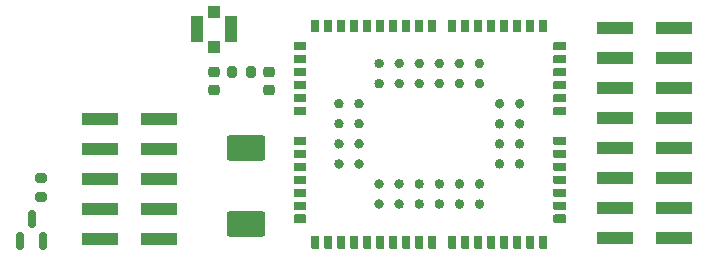
<source format=gbr>
%TF.GenerationSoftware,KiCad,Pcbnew,8.0.5*%
%TF.CreationDate,2024-10-31T16:03:57+00:00*%
%TF.ProjectId,BG95V4,42473935-5634-42e6-9b69-6361645f7063,rev?*%
%TF.SameCoordinates,Original*%
%TF.FileFunction,Paste,Bot*%
%TF.FilePolarity,Positive*%
%FSLAX46Y46*%
G04 Gerber Fmt 4.6, Leading zero omitted, Abs format (unit mm)*
G04 Created by KiCad (PCBNEW 8.0.5) date 2024-10-31 16:03:57*
%MOMM*%
%LPD*%
G01*
G04 APERTURE LIST*
G04 Aperture macros list*
%AMRoundRect*
0 Rectangle with rounded corners*
0 $1 Rounding radius*
0 $2 $3 $4 $5 $6 $7 $8 $9 X,Y pos of 4 corners*
0 Add a 4 corners polygon primitive as box body*
4,1,4,$2,$3,$4,$5,$6,$7,$8,$9,$2,$3,0*
0 Add four circle primitives for the rounded corners*
1,1,$1+$1,$2,$3*
1,1,$1+$1,$4,$5*
1,1,$1+$1,$6,$7*
1,1,$1+$1,$8,$9*
0 Add four rect primitives between the rounded corners*
20,1,$1+$1,$2,$3,$4,$5,0*
20,1,$1+$1,$4,$5,$6,$7,0*
20,1,$1+$1,$6,$7,$8,$9,0*
20,1,$1+$1,$8,$9,$2,$3,0*%
G04 Aperture macros list end*
%ADD10C,0.405000*%
%ADD11C,0.010000*%
%ADD12RoundRect,0.250001X-1.399999X0.837499X-1.399999X-0.837499X1.399999X-0.837499X1.399999X0.837499X0*%
%ADD13R,1.000000X1.000000*%
%ADD14R,1.050000X2.200000*%
%ADD15R,3.150000X1.000000*%
%ADD16RoundRect,0.200000X-0.200000X-0.275000X0.200000X-0.275000X0.200000X0.275000X-0.200000X0.275000X0*%
%ADD17RoundRect,0.150000X0.150000X-0.587500X0.150000X0.587500X-0.150000X0.587500X-0.150000X-0.587500X0*%
%ADD18RoundRect,0.225000X-0.250000X0.225000X-0.250000X-0.225000X0.250000X-0.225000X0.250000X0.225000X0*%
%ADD19RoundRect,0.200000X-0.275000X0.200000X-0.275000X-0.200000X0.275000X-0.200000X0.275000X0.200000X0*%
G04 APERTURE END LIST*
D10*
%TO.C,U1*%
X46652500Y4950000D02*
G75*
G02*
X46247500Y4950000I-202500J0D01*
G01*
X46247500Y4950000D02*
G75*
G02*
X46652500Y4950000I202500J0D01*
G01*
X41552500Y6650000D02*
G75*
G02*
X41147500Y6650000I-202500J0D01*
G01*
X41147500Y6650000D02*
G75*
G02*
X41552500Y6650000I202500J0D01*
G01*
X38152500Y10050000D02*
G75*
G02*
X37747500Y10050000I-202500J0D01*
G01*
X37747500Y10050000D02*
G75*
G02*
X38152500Y10050000I202500J0D01*
G01*
X44952500Y6650000D02*
G75*
G02*
X44547500Y6650000I-202500J0D01*
G01*
X44547500Y6650000D02*
G75*
G02*
X44952500Y6650000I202500J0D01*
G01*
X53452500Y11750000D02*
G75*
G02*
X53047500Y11750000I-202500J0D01*
G01*
X53047500Y11750000D02*
G75*
G02*
X53452500Y11750000I202500J0D01*
G01*
X46652500Y6650000D02*
G75*
G02*
X46247500Y6650000I-202500J0D01*
G01*
X46247500Y6650000D02*
G75*
G02*
X46652500Y6650000I202500J0D01*
G01*
X50052500Y6650000D02*
G75*
G02*
X49647500Y6650000I-202500J0D01*
G01*
X49647500Y6650000D02*
G75*
G02*
X50052500Y6650000I202500J0D01*
G01*
X51752500Y10050000D02*
G75*
G02*
X51347500Y10050000I-202500J0D01*
G01*
X51347500Y10050000D02*
G75*
G02*
X51752500Y10050000I202500J0D01*
G01*
X50052500Y4950000D02*
G75*
G02*
X49647500Y4950000I-202500J0D01*
G01*
X49647500Y4950000D02*
G75*
G02*
X50052500Y4950000I202500J0D01*
G01*
X51752500Y13450000D02*
G75*
G02*
X51347500Y13450000I-202500J0D01*
G01*
X51347500Y13450000D02*
G75*
G02*
X51752500Y13450000I202500J0D01*
G01*
X46652500Y16850000D02*
G75*
G02*
X46247500Y16850000I-202500J0D01*
G01*
X46247500Y16850000D02*
G75*
G02*
X46652500Y16850000I202500J0D01*
G01*
X38152500Y8350000D02*
G75*
G02*
X37747500Y8350000I-202500J0D01*
G01*
X37747500Y8350000D02*
G75*
G02*
X38152500Y8350000I202500J0D01*
G01*
X43252500Y16850000D02*
G75*
G02*
X42847500Y16850000I-202500J0D01*
G01*
X42847500Y16850000D02*
G75*
G02*
X43252500Y16850000I202500J0D01*
G01*
X51752500Y8350000D02*
G75*
G02*
X51347500Y8350000I-202500J0D01*
G01*
X51347500Y8350000D02*
G75*
G02*
X51752500Y8350000I202500J0D01*
G01*
X43252500Y15150000D02*
G75*
G02*
X42847500Y15150000I-202500J0D01*
G01*
X42847500Y15150000D02*
G75*
G02*
X43252500Y15150000I202500J0D01*
G01*
X48352500Y16850000D02*
G75*
G02*
X47947500Y16850000I-202500J0D01*
G01*
X47947500Y16850000D02*
G75*
G02*
X48352500Y16850000I202500J0D01*
G01*
X50052500Y15150000D02*
G75*
G02*
X49647500Y15150000I-202500J0D01*
G01*
X49647500Y15150000D02*
G75*
G02*
X50052500Y15150000I202500J0D01*
G01*
X44952500Y4950000D02*
G75*
G02*
X44547500Y4950000I-202500J0D01*
G01*
X44547500Y4950000D02*
G75*
G02*
X44952500Y4950000I202500J0D01*
G01*
X43252500Y4950000D02*
G75*
G02*
X42847500Y4950000I-202500J0D01*
G01*
X42847500Y4950000D02*
G75*
G02*
X43252500Y4950000I202500J0D01*
G01*
X48352500Y15150000D02*
G75*
G02*
X47947500Y15150000I-202500J0D01*
G01*
X47947500Y15150000D02*
G75*
G02*
X48352500Y15150000I202500J0D01*
G01*
X48352500Y6650000D02*
G75*
G02*
X47947500Y6650000I-202500J0D01*
G01*
X47947500Y6650000D02*
G75*
G02*
X48352500Y6650000I202500J0D01*
G01*
X41552500Y4950000D02*
G75*
G02*
X41147500Y4950000I-202500J0D01*
G01*
X41147500Y4950000D02*
G75*
G02*
X41552500Y4950000I202500J0D01*
G01*
X44952500Y16850000D02*
G75*
G02*
X44547500Y16850000I-202500J0D01*
G01*
X44547500Y16850000D02*
G75*
G02*
X44952500Y16850000I202500J0D01*
G01*
X50052500Y16850000D02*
G75*
G02*
X49647500Y16850000I-202500J0D01*
G01*
X49647500Y16850000D02*
G75*
G02*
X50052500Y16850000I202500J0D01*
G01*
X39852500Y13450000D02*
G75*
G02*
X39447500Y13450000I-202500J0D01*
G01*
X39447500Y13450000D02*
G75*
G02*
X39852500Y13450000I202500J0D01*
G01*
X44952500Y15150000D02*
G75*
G02*
X44547500Y15150000I-202500J0D01*
G01*
X44547500Y15150000D02*
G75*
G02*
X44952500Y15150000I202500J0D01*
G01*
X46652500Y15150000D02*
G75*
G02*
X46247500Y15150000I-202500J0D01*
G01*
X46247500Y15150000D02*
G75*
G02*
X46652500Y15150000I202500J0D01*
G01*
X51752500Y11750000D02*
G75*
G02*
X51347500Y11750000I-202500J0D01*
G01*
X51347500Y11750000D02*
G75*
G02*
X51752500Y11750000I202500J0D01*
G01*
X41552500Y15150000D02*
G75*
G02*
X41147500Y15150000I-202500J0D01*
G01*
X41147500Y15150000D02*
G75*
G02*
X41552500Y15150000I202500J0D01*
G01*
X39852500Y11750000D02*
G75*
G02*
X39447500Y11750000I-202500J0D01*
G01*
X39447500Y11750000D02*
G75*
G02*
X39852500Y11750000I202500J0D01*
G01*
X38152500Y13450000D02*
G75*
G02*
X37747500Y13450000I-202500J0D01*
G01*
X37747500Y13450000D02*
G75*
G02*
X38152500Y13450000I202500J0D01*
G01*
X39852500Y8350000D02*
G75*
G02*
X39447500Y8350000I-202500J0D01*
G01*
X39447500Y8350000D02*
G75*
G02*
X39852500Y8350000I202500J0D01*
G01*
X53452500Y13450000D02*
G75*
G02*
X53047500Y13450000I-202500J0D01*
G01*
X53047500Y13450000D02*
G75*
G02*
X53452500Y13450000I202500J0D01*
G01*
X53452500Y8350000D02*
G75*
G02*
X53047500Y8350000I-202500J0D01*
G01*
X53047500Y8350000D02*
G75*
G02*
X53452500Y8350000I202500J0D01*
G01*
X53452500Y10050000D02*
G75*
G02*
X53047500Y10050000I-202500J0D01*
G01*
X53047500Y10050000D02*
G75*
G02*
X53452500Y10050000I202500J0D01*
G01*
X43252500Y6650000D02*
G75*
G02*
X42847500Y6650000I-202500J0D01*
G01*
X42847500Y6650000D02*
G75*
G02*
X43252500Y6650000I202500J0D01*
G01*
X39852500Y10050000D02*
G75*
G02*
X39447500Y10050000I-202500J0D01*
G01*
X39447500Y10050000D02*
G75*
G02*
X39852500Y10050000I202500J0D01*
G01*
X48352500Y4950000D02*
G75*
G02*
X47947500Y4950000I-202500J0D01*
G01*
X47947500Y4950000D02*
G75*
G02*
X48352500Y4950000I202500J0D01*
G01*
X38152500Y11750000D02*
G75*
G02*
X37747500Y11750000I-202500J0D01*
G01*
X37747500Y11750000D02*
G75*
G02*
X38152500Y11750000I202500J0D01*
G01*
X41552500Y16850000D02*
G75*
G02*
X41147500Y16850000I-202500J0D01*
G01*
X41147500Y16850000D02*
G75*
G02*
X41552500Y16850000I202500J0D01*
G01*
D11*
X47725000Y2239000D02*
X47731000Y2239000D01*
X47736000Y2238000D01*
X47741000Y2237000D01*
X47746000Y2235000D01*
X47751000Y2233000D01*
X47756000Y2231000D01*
X47760000Y2229000D01*
X47765000Y2227000D01*
X47769000Y2224000D01*
X47774000Y2221000D01*
X47778000Y2218000D01*
X47782000Y2214000D01*
X47786000Y2211000D01*
X47789000Y2207000D01*
X47793000Y2203000D01*
X47796000Y2199000D01*
X47799000Y2194000D01*
X47802000Y2190000D01*
X47804000Y2185000D01*
X47806000Y2181000D01*
X47808000Y2176000D01*
X47810000Y2171000D01*
X47812000Y2166000D01*
X47813000Y2161000D01*
X47814000Y2156000D01*
X47814000Y2150000D01*
X47815000Y2145000D01*
X47815000Y2140000D01*
X47815000Y1360000D01*
X47815000Y1355000D01*
X47814000Y1350000D01*
X47814000Y1344000D01*
X47813000Y1339000D01*
X47812000Y1334000D01*
X47810000Y1329000D01*
X47808000Y1324000D01*
X47806000Y1319000D01*
X47804000Y1315000D01*
X47802000Y1310000D01*
X47799000Y1306000D01*
X47796000Y1301000D01*
X47793000Y1297000D01*
X47789000Y1293000D01*
X47786000Y1289000D01*
X47782000Y1286000D01*
X47778000Y1282000D01*
X47774000Y1279000D01*
X47769000Y1276000D01*
X47765000Y1273000D01*
X47760000Y1271000D01*
X47756000Y1269000D01*
X47751000Y1267000D01*
X47746000Y1265000D01*
X47741000Y1263000D01*
X47736000Y1262000D01*
X47731000Y1261000D01*
X47725000Y1261000D01*
X47720000Y1260000D01*
X47715000Y1260000D01*
X47285000Y1260000D01*
X47280000Y1260000D01*
X47275000Y1261000D01*
X47269000Y1261000D01*
X47264000Y1262000D01*
X47259000Y1263000D01*
X47254000Y1265000D01*
X47249000Y1267000D01*
X47244000Y1269000D01*
X47240000Y1271000D01*
X47235000Y1273000D01*
X47231000Y1276000D01*
X47226000Y1279000D01*
X47222000Y1282000D01*
X47218000Y1286000D01*
X47214000Y1289000D01*
X47211000Y1293000D01*
X47207000Y1297000D01*
X47204000Y1301000D01*
X47201000Y1306000D01*
X47198000Y1310000D01*
X47196000Y1315000D01*
X47194000Y1319000D01*
X47192000Y1324000D01*
X47190000Y1329000D01*
X47188000Y1334000D01*
X47187000Y1339000D01*
X47186000Y1344000D01*
X47186000Y1350000D01*
X47185000Y1355000D01*
X47185000Y1360000D01*
X47185000Y2140000D01*
X47185000Y2145000D01*
X47186000Y2150000D01*
X47186000Y2156000D01*
X47187000Y2161000D01*
X47188000Y2166000D01*
X47190000Y2171000D01*
X47192000Y2176000D01*
X47194000Y2181000D01*
X47196000Y2185000D01*
X47198000Y2190000D01*
X47201000Y2194000D01*
X47204000Y2199000D01*
X47207000Y2203000D01*
X47211000Y2207000D01*
X47214000Y2211000D01*
X47218000Y2214000D01*
X47222000Y2218000D01*
X47226000Y2221000D01*
X47231000Y2224000D01*
X47235000Y2227000D01*
X47240000Y2229000D01*
X47244000Y2231000D01*
X47249000Y2233000D01*
X47254000Y2235000D01*
X47259000Y2237000D01*
X47264000Y2238000D01*
X47269000Y2239000D01*
X47275000Y2239000D01*
X47280000Y2240000D01*
X47285000Y2240000D01*
X47715000Y2240000D01*
X47720000Y2240000D01*
X47725000Y2239000D01*
G36*
X47725000Y2239000D02*
G01*
X47731000Y2239000D01*
X47736000Y2238000D01*
X47741000Y2237000D01*
X47746000Y2235000D01*
X47751000Y2233000D01*
X47756000Y2231000D01*
X47760000Y2229000D01*
X47765000Y2227000D01*
X47769000Y2224000D01*
X47774000Y2221000D01*
X47778000Y2218000D01*
X47782000Y2214000D01*
X47786000Y2211000D01*
X47789000Y2207000D01*
X47793000Y2203000D01*
X47796000Y2199000D01*
X47799000Y2194000D01*
X47802000Y2190000D01*
X47804000Y2185000D01*
X47806000Y2181000D01*
X47808000Y2176000D01*
X47810000Y2171000D01*
X47812000Y2166000D01*
X47813000Y2161000D01*
X47814000Y2156000D01*
X47814000Y2150000D01*
X47815000Y2145000D01*
X47815000Y2140000D01*
X47815000Y1360000D01*
X47815000Y1355000D01*
X47814000Y1350000D01*
X47814000Y1344000D01*
X47813000Y1339000D01*
X47812000Y1334000D01*
X47810000Y1329000D01*
X47808000Y1324000D01*
X47806000Y1319000D01*
X47804000Y1315000D01*
X47802000Y1310000D01*
X47799000Y1306000D01*
X47796000Y1301000D01*
X47793000Y1297000D01*
X47789000Y1293000D01*
X47786000Y1289000D01*
X47782000Y1286000D01*
X47778000Y1282000D01*
X47774000Y1279000D01*
X47769000Y1276000D01*
X47765000Y1273000D01*
X47760000Y1271000D01*
X47756000Y1269000D01*
X47751000Y1267000D01*
X47746000Y1265000D01*
X47741000Y1263000D01*
X47736000Y1262000D01*
X47731000Y1261000D01*
X47725000Y1261000D01*
X47720000Y1260000D01*
X47715000Y1260000D01*
X47285000Y1260000D01*
X47280000Y1260000D01*
X47275000Y1261000D01*
X47269000Y1261000D01*
X47264000Y1262000D01*
X47259000Y1263000D01*
X47254000Y1265000D01*
X47249000Y1267000D01*
X47244000Y1269000D01*
X47240000Y1271000D01*
X47235000Y1273000D01*
X47231000Y1276000D01*
X47226000Y1279000D01*
X47222000Y1282000D01*
X47218000Y1286000D01*
X47214000Y1289000D01*
X47211000Y1293000D01*
X47207000Y1297000D01*
X47204000Y1301000D01*
X47201000Y1306000D01*
X47198000Y1310000D01*
X47196000Y1315000D01*
X47194000Y1319000D01*
X47192000Y1324000D01*
X47190000Y1329000D01*
X47188000Y1334000D01*
X47187000Y1339000D01*
X47186000Y1344000D01*
X47186000Y1350000D01*
X47185000Y1355000D01*
X47185000Y1360000D01*
X47185000Y2140000D01*
X47185000Y2145000D01*
X47186000Y2150000D01*
X47186000Y2156000D01*
X47187000Y2161000D01*
X47188000Y2166000D01*
X47190000Y2171000D01*
X47192000Y2176000D01*
X47194000Y2181000D01*
X47196000Y2185000D01*
X47198000Y2190000D01*
X47201000Y2194000D01*
X47204000Y2199000D01*
X47207000Y2203000D01*
X47211000Y2207000D01*
X47214000Y2211000D01*
X47218000Y2214000D01*
X47222000Y2218000D01*
X47226000Y2221000D01*
X47231000Y2224000D01*
X47235000Y2227000D01*
X47240000Y2229000D01*
X47244000Y2231000D01*
X47249000Y2233000D01*
X47254000Y2235000D01*
X47259000Y2237000D01*
X47264000Y2238000D01*
X47269000Y2239000D01*
X47275000Y2239000D01*
X47280000Y2240000D01*
X47285000Y2240000D01*
X47715000Y2240000D01*
X47720000Y2240000D01*
X47725000Y2239000D01*
G37*
X57000000Y18664000D02*
X57006000Y18664000D01*
X57011000Y18663000D01*
X57016000Y18662000D01*
X57021000Y18660000D01*
X57026000Y18658000D01*
X57031000Y18656000D01*
X57035000Y18654000D01*
X57040000Y18652000D01*
X57044000Y18649000D01*
X57049000Y18646000D01*
X57053000Y18643000D01*
X57057000Y18639000D01*
X57061000Y18636000D01*
X57064000Y18632000D01*
X57068000Y18628000D01*
X57071000Y18624000D01*
X57074000Y18619000D01*
X57077000Y18615000D01*
X57079000Y18610000D01*
X57081000Y18606000D01*
X57083000Y18601000D01*
X57085000Y18596000D01*
X57087000Y18591000D01*
X57088000Y18586000D01*
X57089000Y18581000D01*
X57089000Y18575000D01*
X57090000Y18570000D01*
X57090000Y18565000D01*
X57090000Y18135000D01*
X57090000Y18130000D01*
X57089000Y18125000D01*
X57089000Y18119000D01*
X57088000Y18114000D01*
X57087000Y18109000D01*
X57085000Y18104000D01*
X57083000Y18099000D01*
X57081000Y18094000D01*
X57079000Y18090000D01*
X57077000Y18085000D01*
X57074000Y18081000D01*
X57071000Y18076000D01*
X57068000Y18072000D01*
X57064000Y18068000D01*
X57061000Y18064000D01*
X57057000Y18061000D01*
X57053000Y18057000D01*
X57049000Y18054000D01*
X57044000Y18051000D01*
X57040000Y18048000D01*
X57035000Y18046000D01*
X57031000Y18044000D01*
X57026000Y18042000D01*
X57021000Y18040000D01*
X57016000Y18038000D01*
X57011000Y18037000D01*
X57006000Y18036000D01*
X57000000Y18036000D01*
X56995000Y18035000D01*
X56990000Y18035000D01*
X56210000Y18035000D01*
X56205000Y18035000D01*
X56200000Y18036000D01*
X56194000Y18036000D01*
X56189000Y18037000D01*
X56184000Y18038000D01*
X56179000Y18040000D01*
X56174000Y18042000D01*
X56169000Y18044000D01*
X56165000Y18046000D01*
X56160000Y18048000D01*
X56156000Y18051000D01*
X56151000Y18054000D01*
X56147000Y18057000D01*
X56143000Y18061000D01*
X56139000Y18064000D01*
X56136000Y18068000D01*
X56132000Y18072000D01*
X56129000Y18076000D01*
X56126000Y18081000D01*
X56123000Y18085000D01*
X56121000Y18090000D01*
X56119000Y18094000D01*
X56117000Y18099000D01*
X56115000Y18104000D01*
X56113000Y18109000D01*
X56112000Y18114000D01*
X56111000Y18119000D01*
X56111000Y18125000D01*
X56110000Y18130000D01*
X56110000Y18135000D01*
X56110000Y18565000D01*
X56110000Y18570000D01*
X56111000Y18575000D01*
X56111000Y18581000D01*
X56112000Y18586000D01*
X56113000Y18591000D01*
X56115000Y18596000D01*
X56117000Y18601000D01*
X56119000Y18606000D01*
X56121000Y18610000D01*
X56123000Y18615000D01*
X56126000Y18619000D01*
X56129000Y18624000D01*
X56132000Y18628000D01*
X56136000Y18632000D01*
X56139000Y18636000D01*
X56143000Y18639000D01*
X56147000Y18643000D01*
X56151000Y18646000D01*
X56156000Y18649000D01*
X56160000Y18652000D01*
X56165000Y18654000D01*
X56169000Y18656000D01*
X56174000Y18658000D01*
X56179000Y18660000D01*
X56184000Y18662000D01*
X56189000Y18663000D01*
X56194000Y18664000D01*
X56200000Y18664000D01*
X56205000Y18665000D01*
X56210000Y18665000D01*
X56990000Y18665000D01*
X56995000Y18665000D01*
X57000000Y18664000D01*
G36*
X57000000Y18664000D02*
G01*
X57006000Y18664000D01*
X57011000Y18663000D01*
X57016000Y18662000D01*
X57021000Y18660000D01*
X57026000Y18658000D01*
X57031000Y18656000D01*
X57035000Y18654000D01*
X57040000Y18652000D01*
X57044000Y18649000D01*
X57049000Y18646000D01*
X57053000Y18643000D01*
X57057000Y18639000D01*
X57061000Y18636000D01*
X57064000Y18632000D01*
X57068000Y18628000D01*
X57071000Y18624000D01*
X57074000Y18619000D01*
X57077000Y18615000D01*
X57079000Y18610000D01*
X57081000Y18606000D01*
X57083000Y18601000D01*
X57085000Y18596000D01*
X57087000Y18591000D01*
X57088000Y18586000D01*
X57089000Y18581000D01*
X57089000Y18575000D01*
X57090000Y18570000D01*
X57090000Y18565000D01*
X57090000Y18135000D01*
X57090000Y18130000D01*
X57089000Y18125000D01*
X57089000Y18119000D01*
X57088000Y18114000D01*
X57087000Y18109000D01*
X57085000Y18104000D01*
X57083000Y18099000D01*
X57081000Y18094000D01*
X57079000Y18090000D01*
X57077000Y18085000D01*
X57074000Y18081000D01*
X57071000Y18076000D01*
X57068000Y18072000D01*
X57064000Y18068000D01*
X57061000Y18064000D01*
X57057000Y18061000D01*
X57053000Y18057000D01*
X57049000Y18054000D01*
X57044000Y18051000D01*
X57040000Y18048000D01*
X57035000Y18046000D01*
X57031000Y18044000D01*
X57026000Y18042000D01*
X57021000Y18040000D01*
X57016000Y18038000D01*
X57011000Y18037000D01*
X57006000Y18036000D01*
X57000000Y18036000D01*
X56995000Y18035000D01*
X56990000Y18035000D01*
X56210000Y18035000D01*
X56205000Y18035000D01*
X56200000Y18036000D01*
X56194000Y18036000D01*
X56189000Y18037000D01*
X56184000Y18038000D01*
X56179000Y18040000D01*
X56174000Y18042000D01*
X56169000Y18044000D01*
X56165000Y18046000D01*
X56160000Y18048000D01*
X56156000Y18051000D01*
X56151000Y18054000D01*
X56147000Y18057000D01*
X56143000Y18061000D01*
X56139000Y18064000D01*
X56136000Y18068000D01*
X56132000Y18072000D01*
X56129000Y18076000D01*
X56126000Y18081000D01*
X56123000Y18085000D01*
X56121000Y18090000D01*
X56119000Y18094000D01*
X56117000Y18099000D01*
X56115000Y18104000D01*
X56113000Y18109000D01*
X56112000Y18114000D01*
X56111000Y18119000D01*
X56111000Y18125000D01*
X56110000Y18130000D01*
X56110000Y18135000D01*
X56110000Y18565000D01*
X56110000Y18570000D01*
X56111000Y18575000D01*
X56111000Y18581000D01*
X56112000Y18586000D01*
X56113000Y18591000D01*
X56115000Y18596000D01*
X56117000Y18601000D01*
X56119000Y18606000D01*
X56121000Y18610000D01*
X56123000Y18615000D01*
X56126000Y18619000D01*
X56129000Y18624000D01*
X56132000Y18628000D01*
X56136000Y18632000D01*
X56139000Y18636000D01*
X56143000Y18639000D01*
X56147000Y18643000D01*
X56151000Y18646000D01*
X56156000Y18649000D01*
X56160000Y18652000D01*
X56165000Y18654000D01*
X56169000Y18656000D01*
X56174000Y18658000D01*
X56179000Y18660000D01*
X56184000Y18662000D01*
X56189000Y18663000D01*
X56194000Y18664000D01*
X56200000Y18664000D01*
X56205000Y18665000D01*
X56210000Y18665000D01*
X56990000Y18665000D01*
X56995000Y18665000D01*
X57000000Y18664000D01*
G37*
X55425000Y2239000D02*
X55431000Y2239000D01*
X55436000Y2238000D01*
X55441000Y2237000D01*
X55446000Y2235000D01*
X55451000Y2233000D01*
X55456000Y2231000D01*
X55460000Y2229000D01*
X55465000Y2227000D01*
X55469000Y2224000D01*
X55474000Y2221000D01*
X55478000Y2218000D01*
X55482000Y2214000D01*
X55486000Y2211000D01*
X55489000Y2207000D01*
X55493000Y2203000D01*
X55496000Y2199000D01*
X55499000Y2194000D01*
X55502000Y2190000D01*
X55504000Y2185000D01*
X55506000Y2181000D01*
X55508000Y2176000D01*
X55510000Y2171000D01*
X55512000Y2166000D01*
X55513000Y2161000D01*
X55514000Y2156000D01*
X55514000Y2150000D01*
X55515000Y2145000D01*
X55515000Y2140000D01*
X55515000Y1360000D01*
X55515000Y1355000D01*
X55514000Y1350000D01*
X55514000Y1344000D01*
X55513000Y1339000D01*
X55512000Y1334000D01*
X55510000Y1329000D01*
X55508000Y1324000D01*
X55506000Y1319000D01*
X55504000Y1315000D01*
X55502000Y1310000D01*
X55499000Y1306000D01*
X55496000Y1301000D01*
X55493000Y1297000D01*
X55489000Y1293000D01*
X55486000Y1289000D01*
X55482000Y1286000D01*
X55478000Y1282000D01*
X55474000Y1279000D01*
X55469000Y1276000D01*
X55465000Y1273000D01*
X55460000Y1271000D01*
X55456000Y1269000D01*
X55451000Y1267000D01*
X55446000Y1265000D01*
X55441000Y1263000D01*
X55436000Y1262000D01*
X55431000Y1261000D01*
X55425000Y1261000D01*
X55420000Y1260000D01*
X55415000Y1260000D01*
X54985000Y1260000D01*
X54980000Y1260000D01*
X54975000Y1261000D01*
X54969000Y1261000D01*
X54964000Y1262000D01*
X54959000Y1263000D01*
X54954000Y1265000D01*
X54949000Y1267000D01*
X54944000Y1269000D01*
X54940000Y1271000D01*
X54935000Y1273000D01*
X54931000Y1276000D01*
X54926000Y1279000D01*
X54922000Y1282000D01*
X54918000Y1286000D01*
X54914000Y1289000D01*
X54911000Y1293000D01*
X54907000Y1297000D01*
X54904000Y1301000D01*
X54901000Y1306000D01*
X54898000Y1310000D01*
X54896000Y1315000D01*
X54894000Y1319000D01*
X54892000Y1324000D01*
X54890000Y1329000D01*
X54888000Y1334000D01*
X54887000Y1339000D01*
X54886000Y1344000D01*
X54886000Y1350000D01*
X54885000Y1355000D01*
X54885000Y1360000D01*
X54885000Y2140000D01*
X54885000Y2145000D01*
X54886000Y2150000D01*
X54886000Y2156000D01*
X54887000Y2161000D01*
X54888000Y2166000D01*
X54890000Y2171000D01*
X54892000Y2176000D01*
X54894000Y2181000D01*
X54896000Y2185000D01*
X54898000Y2190000D01*
X54901000Y2194000D01*
X54904000Y2199000D01*
X54907000Y2203000D01*
X54911000Y2207000D01*
X54914000Y2211000D01*
X54918000Y2214000D01*
X54922000Y2218000D01*
X54926000Y2221000D01*
X54931000Y2224000D01*
X54935000Y2227000D01*
X54940000Y2229000D01*
X54944000Y2231000D01*
X54949000Y2233000D01*
X54954000Y2235000D01*
X54959000Y2237000D01*
X54964000Y2238000D01*
X54969000Y2239000D01*
X54975000Y2239000D01*
X54980000Y2240000D01*
X54985000Y2240000D01*
X55415000Y2240000D01*
X55420000Y2240000D01*
X55425000Y2239000D01*
G36*
X55425000Y2239000D02*
G01*
X55431000Y2239000D01*
X55436000Y2238000D01*
X55441000Y2237000D01*
X55446000Y2235000D01*
X55451000Y2233000D01*
X55456000Y2231000D01*
X55460000Y2229000D01*
X55465000Y2227000D01*
X55469000Y2224000D01*
X55474000Y2221000D01*
X55478000Y2218000D01*
X55482000Y2214000D01*
X55486000Y2211000D01*
X55489000Y2207000D01*
X55493000Y2203000D01*
X55496000Y2199000D01*
X55499000Y2194000D01*
X55502000Y2190000D01*
X55504000Y2185000D01*
X55506000Y2181000D01*
X55508000Y2176000D01*
X55510000Y2171000D01*
X55512000Y2166000D01*
X55513000Y2161000D01*
X55514000Y2156000D01*
X55514000Y2150000D01*
X55515000Y2145000D01*
X55515000Y2140000D01*
X55515000Y1360000D01*
X55515000Y1355000D01*
X55514000Y1350000D01*
X55514000Y1344000D01*
X55513000Y1339000D01*
X55512000Y1334000D01*
X55510000Y1329000D01*
X55508000Y1324000D01*
X55506000Y1319000D01*
X55504000Y1315000D01*
X55502000Y1310000D01*
X55499000Y1306000D01*
X55496000Y1301000D01*
X55493000Y1297000D01*
X55489000Y1293000D01*
X55486000Y1289000D01*
X55482000Y1286000D01*
X55478000Y1282000D01*
X55474000Y1279000D01*
X55469000Y1276000D01*
X55465000Y1273000D01*
X55460000Y1271000D01*
X55456000Y1269000D01*
X55451000Y1267000D01*
X55446000Y1265000D01*
X55441000Y1263000D01*
X55436000Y1262000D01*
X55431000Y1261000D01*
X55425000Y1261000D01*
X55420000Y1260000D01*
X55415000Y1260000D01*
X54985000Y1260000D01*
X54980000Y1260000D01*
X54975000Y1261000D01*
X54969000Y1261000D01*
X54964000Y1262000D01*
X54959000Y1263000D01*
X54954000Y1265000D01*
X54949000Y1267000D01*
X54944000Y1269000D01*
X54940000Y1271000D01*
X54935000Y1273000D01*
X54931000Y1276000D01*
X54926000Y1279000D01*
X54922000Y1282000D01*
X54918000Y1286000D01*
X54914000Y1289000D01*
X54911000Y1293000D01*
X54907000Y1297000D01*
X54904000Y1301000D01*
X54901000Y1306000D01*
X54898000Y1310000D01*
X54896000Y1315000D01*
X54894000Y1319000D01*
X54892000Y1324000D01*
X54890000Y1329000D01*
X54888000Y1334000D01*
X54887000Y1339000D01*
X54886000Y1344000D01*
X54886000Y1350000D01*
X54885000Y1355000D01*
X54885000Y1360000D01*
X54885000Y2140000D01*
X54885000Y2145000D01*
X54886000Y2150000D01*
X54886000Y2156000D01*
X54887000Y2161000D01*
X54888000Y2166000D01*
X54890000Y2171000D01*
X54892000Y2176000D01*
X54894000Y2181000D01*
X54896000Y2185000D01*
X54898000Y2190000D01*
X54901000Y2194000D01*
X54904000Y2199000D01*
X54907000Y2203000D01*
X54911000Y2207000D01*
X54914000Y2211000D01*
X54918000Y2214000D01*
X54922000Y2218000D01*
X54926000Y2221000D01*
X54931000Y2224000D01*
X54935000Y2227000D01*
X54940000Y2229000D01*
X54944000Y2231000D01*
X54949000Y2233000D01*
X54954000Y2235000D01*
X54959000Y2237000D01*
X54964000Y2238000D01*
X54969000Y2239000D01*
X54975000Y2239000D01*
X54980000Y2240000D01*
X54985000Y2240000D01*
X55415000Y2240000D01*
X55420000Y2240000D01*
X55425000Y2239000D01*
G37*
X35000000Y10664000D02*
X35006000Y10664000D01*
X35011000Y10663000D01*
X35016000Y10662000D01*
X35021000Y10660000D01*
X35026000Y10658000D01*
X35031000Y10656000D01*
X35035000Y10654000D01*
X35040000Y10652000D01*
X35044000Y10649000D01*
X35049000Y10646000D01*
X35053000Y10643000D01*
X35057000Y10639000D01*
X35061000Y10636000D01*
X35064000Y10632000D01*
X35068000Y10628000D01*
X35071000Y10624000D01*
X35074000Y10619000D01*
X35077000Y10615000D01*
X35079000Y10610000D01*
X35081000Y10606000D01*
X35083000Y10601000D01*
X35085000Y10596000D01*
X35087000Y10591000D01*
X35088000Y10586000D01*
X35089000Y10581000D01*
X35089000Y10575000D01*
X35090000Y10570000D01*
X35090000Y10565000D01*
X35090000Y10135000D01*
X35090000Y10130000D01*
X35089000Y10125000D01*
X35089000Y10119000D01*
X35088000Y10114000D01*
X35087000Y10109000D01*
X35085000Y10104000D01*
X35083000Y10099000D01*
X35081000Y10094000D01*
X35079000Y10090000D01*
X35077000Y10085000D01*
X35074000Y10081000D01*
X35071000Y10076000D01*
X35068000Y10072000D01*
X35064000Y10068000D01*
X35061000Y10064000D01*
X35057000Y10061000D01*
X35053000Y10057000D01*
X35049000Y10054000D01*
X35044000Y10051000D01*
X35040000Y10048000D01*
X35035000Y10046000D01*
X35031000Y10044000D01*
X35026000Y10042000D01*
X35021000Y10040000D01*
X35016000Y10038000D01*
X35011000Y10037000D01*
X35006000Y10036000D01*
X35000000Y10036000D01*
X34995000Y10035000D01*
X34990000Y10035000D01*
X34210000Y10035000D01*
X34205000Y10035000D01*
X34200000Y10036000D01*
X34194000Y10036000D01*
X34189000Y10037000D01*
X34184000Y10038000D01*
X34179000Y10040000D01*
X34174000Y10042000D01*
X34169000Y10044000D01*
X34165000Y10046000D01*
X34160000Y10048000D01*
X34156000Y10051000D01*
X34151000Y10054000D01*
X34147000Y10057000D01*
X34143000Y10061000D01*
X34139000Y10064000D01*
X34136000Y10068000D01*
X34132000Y10072000D01*
X34129000Y10076000D01*
X34126000Y10081000D01*
X34123000Y10085000D01*
X34121000Y10090000D01*
X34119000Y10094000D01*
X34117000Y10099000D01*
X34115000Y10104000D01*
X34113000Y10109000D01*
X34112000Y10114000D01*
X34111000Y10119000D01*
X34111000Y10125000D01*
X34110000Y10130000D01*
X34110000Y10135000D01*
X34110000Y10565000D01*
X34110000Y10570000D01*
X34111000Y10575000D01*
X34111000Y10581000D01*
X34112000Y10586000D01*
X34113000Y10591000D01*
X34115000Y10596000D01*
X34117000Y10601000D01*
X34119000Y10606000D01*
X34121000Y10610000D01*
X34123000Y10615000D01*
X34126000Y10619000D01*
X34129000Y10624000D01*
X34132000Y10628000D01*
X34136000Y10632000D01*
X34139000Y10636000D01*
X34143000Y10639000D01*
X34147000Y10643000D01*
X34151000Y10646000D01*
X34156000Y10649000D01*
X34160000Y10652000D01*
X34165000Y10654000D01*
X34169000Y10656000D01*
X34174000Y10658000D01*
X34179000Y10660000D01*
X34184000Y10662000D01*
X34189000Y10663000D01*
X34194000Y10664000D01*
X34200000Y10664000D01*
X34205000Y10665000D01*
X34210000Y10665000D01*
X34990000Y10665000D01*
X34995000Y10665000D01*
X35000000Y10664000D01*
G36*
X35000000Y10664000D02*
G01*
X35006000Y10664000D01*
X35011000Y10663000D01*
X35016000Y10662000D01*
X35021000Y10660000D01*
X35026000Y10658000D01*
X35031000Y10656000D01*
X35035000Y10654000D01*
X35040000Y10652000D01*
X35044000Y10649000D01*
X35049000Y10646000D01*
X35053000Y10643000D01*
X35057000Y10639000D01*
X35061000Y10636000D01*
X35064000Y10632000D01*
X35068000Y10628000D01*
X35071000Y10624000D01*
X35074000Y10619000D01*
X35077000Y10615000D01*
X35079000Y10610000D01*
X35081000Y10606000D01*
X35083000Y10601000D01*
X35085000Y10596000D01*
X35087000Y10591000D01*
X35088000Y10586000D01*
X35089000Y10581000D01*
X35089000Y10575000D01*
X35090000Y10570000D01*
X35090000Y10565000D01*
X35090000Y10135000D01*
X35090000Y10130000D01*
X35089000Y10125000D01*
X35089000Y10119000D01*
X35088000Y10114000D01*
X35087000Y10109000D01*
X35085000Y10104000D01*
X35083000Y10099000D01*
X35081000Y10094000D01*
X35079000Y10090000D01*
X35077000Y10085000D01*
X35074000Y10081000D01*
X35071000Y10076000D01*
X35068000Y10072000D01*
X35064000Y10068000D01*
X35061000Y10064000D01*
X35057000Y10061000D01*
X35053000Y10057000D01*
X35049000Y10054000D01*
X35044000Y10051000D01*
X35040000Y10048000D01*
X35035000Y10046000D01*
X35031000Y10044000D01*
X35026000Y10042000D01*
X35021000Y10040000D01*
X35016000Y10038000D01*
X35011000Y10037000D01*
X35006000Y10036000D01*
X35000000Y10036000D01*
X34995000Y10035000D01*
X34990000Y10035000D01*
X34210000Y10035000D01*
X34205000Y10035000D01*
X34200000Y10036000D01*
X34194000Y10036000D01*
X34189000Y10037000D01*
X34184000Y10038000D01*
X34179000Y10040000D01*
X34174000Y10042000D01*
X34169000Y10044000D01*
X34165000Y10046000D01*
X34160000Y10048000D01*
X34156000Y10051000D01*
X34151000Y10054000D01*
X34147000Y10057000D01*
X34143000Y10061000D01*
X34139000Y10064000D01*
X34136000Y10068000D01*
X34132000Y10072000D01*
X34129000Y10076000D01*
X34126000Y10081000D01*
X34123000Y10085000D01*
X34121000Y10090000D01*
X34119000Y10094000D01*
X34117000Y10099000D01*
X34115000Y10104000D01*
X34113000Y10109000D01*
X34112000Y10114000D01*
X34111000Y10119000D01*
X34111000Y10125000D01*
X34110000Y10130000D01*
X34110000Y10135000D01*
X34110000Y10565000D01*
X34110000Y10570000D01*
X34111000Y10575000D01*
X34111000Y10581000D01*
X34112000Y10586000D01*
X34113000Y10591000D01*
X34115000Y10596000D01*
X34117000Y10601000D01*
X34119000Y10606000D01*
X34121000Y10610000D01*
X34123000Y10615000D01*
X34126000Y10619000D01*
X34129000Y10624000D01*
X34132000Y10628000D01*
X34136000Y10632000D01*
X34139000Y10636000D01*
X34143000Y10639000D01*
X34147000Y10643000D01*
X34151000Y10646000D01*
X34156000Y10649000D01*
X34160000Y10652000D01*
X34165000Y10654000D01*
X34169000Y10656000D01*
X34174000Y10658000D01*
X34179000Y10660000D01*
X34184000Y10662000D01*
X34189000Y10663000D01*
X34194000Y10664000D01*
X34200000Y10664000D01*
X34205000Y10665000D01*
X34210000Y10665000D01*
X34990000Y10665000D01*
X34995000Y10665000D01*
X35000000Y10664000D01*
G37*
X37225000Y20539000D02*
X37231000Y20539000D01*
X37236000Y20538000D01*
X37241000Y20537000D01*
X37246000Y20535000D01*
X37251000Y20533000D01*
X37256000Y20531000D01*
X37260000Y20529000D01*
X37265000Y20527000D01*
X37269000Y20524000D01*
X37274000Y20521000D01*
X37278000Y20518000D01*
X37282000Y20514000D01*
X37286000Y20511000D01*
X37289000Y20507000D01*
X37293000Y20503000D01*
X37296000Y20499000D01*
X37299000Y20494000D01*
X37302000Y20490000D01*
X37304000Y20485000D01*
X37306000Y20481000D01*
X37308000Y20476000D01*
X37310000Y20471000D01*
X37312000Y20466000D01*
X37313000Y20461000D01*
X37314000Y20456000D01*
X37314000Y20450000D01*
X37315000Y20445000D01*
X37315000Y20440000D01*
X37315000Y19660000D01*
X37315000Y19655000D01*
X37314000Y19650000D01*
X37314000Y19644000D01*
X37313000Y19639000D01*
X37312000Y19634000D01*
X37310000Y19629000D01*
X37308000Y19624000D01*
X37306000Y19619000D01*
X37304000Y19615000D01*
X37302000Y19610000D01*
X37299000Y19606000D01*
X37296000Y19601000D01*
X37293000Y19597000D01*
X37289000Y19593000D01*
X37286000Y19589000D01*
X37282000Y19586000D01*
X37278000Y19582000D01*
X37274000Y19579000D01*
X37269000Y19576000D01*
X37265000Y19573000D01*
X37260000Y19571000D01*
X37256000Y19569000D01*
X37251000Y19567000D01*
X37246000Y19565000D01*
X37241000Y19563000D01*
X37236000Y19562000D01*
X37231000Y19561000D01*
X37225000Y19561000D01*
X37220000Y19560000D01*
X37215000Y19560000D01*
X36785000Y19560000D01*
X36780000Y19560000D01*
X36775000Y19561000D01*
X36769000Y19561000D01*
X36764000Y19562000D01*
X36759000Y19563000D01*
X36754000Y19565000D01*
X36749000Y19567000D01*
X36744000Y19569000D01*
X36740000Y19571000D01*
X36735000Y19573000D01*
X36731000Y19576000D01*
X36726000Y19579000D01*
X36722000Y19582000D01*
X36718000Y19586000D01*
X36714000Y19589000D01*
X36711000Y19593000D01*
X36707000Y19597000D01*
X36704000Y19601000D01*
X36701000Y19606000D01*
X36698000Y19610000D01*
X36696000Y19615000D01*
X36694000Y19619000D01*
X36692000Y19624000D01*
X36690000Y19629000D01*
X36688000Y19634000D01*
X36687000Y19639000D01*
X36686000Y19644000D01*
X36686000Y19650000D01*
X36685000Y19655000D01*
X36685000Y19660000D01*
X36685000Y20440000D01*
X36685000Y20445000D01*
X36686000Y20450000D01*
X36686000Y20456000D01*
X36687000Y20461000D01*
X36688000Y20466000D01*
X36690000Y20471000D01*
X36692000Y20476000D01*
X36694000Y20481000D01*
X36696000Y20485000D01*
X36698000Y20490000D01*
X36701000Y20494000D01*
X36704000Y20499000D01*
X36707000Y20503000D01*
X36711000Y20507000D01*
X36714000Y20511000D01*
X36718000Y20514000D01*
X36722000Y20518000D01*
X36726000Y20521000D01*
X36731000Y20524000D01*
X36735000Y20527000D01*
X36740000Y20529000D01*
X36744000Y20531000D01*
X36749000Y20533000D01*
X36754000Y20535000D01*
X36759000Y20537000D01*
X36764000Y20538000D01*
X36769000Y20539000D01*
X36775000Y20539000D01*
X36780000Y20540000D01*
X36785000Y20540000D01*
X37215000Y20540000D01*
X37220000Y20540000D01*
X37225000Y20539000D01*
G36*
X37225000Y20539000D02*
G01*
X37231000Y20539000D01*
X37236000Y20538000D01*
X37241000Y20537000D01*
X37246000Y20535000D01*
X37251000Y20533000D01*
X37256000Y20531000D01*
X37260000Y20529000D01*
X37265000Y20527000D01*
X37269000Y20524000D01*
X37274000Y20521000D01*
X37278000Y20518000D01*
X37282000Y20514000D01*
X37286000Y20511000D01*
X37289000Y20507000D01*
X37293000Y20503000D01*
X37296000Y20499000D01*
X37299000Y20494000D01*
X37302000Y20490000D01*
X37304000Y20485000D01*
X37306000Y20481000D01*
X37308000Y20476000D01*
X37310000Y20471000D01*
X37312000Y20466000D01*
X37313000Y20461000D01*
X37314000Y20456000D01*
X37314000Y20450000D01*
X37315000Y20445000D01*
X37315000Y20440000D01*
X37315000Y19660000D01*
X37315000Y19655000D01*
X37314000Y19650000D01*
X37314000Y19644000D01*
X37313000Y19639000D01*
X37312000Y19634000D01*
X37310000Y19629000D01*
X37308000Y19624000D01*
X37306000Y19619000D01*
X37304000Y19615000D01*
X37302000Y19610000D01*
X37299000Y19606000D01*
X37296000Y19601000D01*
X37293000Y19597000D01*
X37289000Y19593000D01*
X37286000Y19589000D01*
X37282000Y19586000D01*
X37278000Y19582000D01*
X37274000Y19579000D01*
X37269000Y19576000D01*
X37265000Y19573000D01*
X37260000Y19571000D01*
X37256000Y19569000D01*
X37251000Y19567000D01*
X37246000Y19565000D01*
X37241000Y19563000D01*
X37236000Y19562000D01*
X37231000Y19561000D01*
X37225000Y19561000D01*
X37220000Y19560000D01*
X37215000Y19560000D01*
X36785000Y19560000D01*
X36780000Y19560000D01*
X36775000Y19561000D01*
X36769000Y19561000D01*
X36764000Y19562000D01*
X36759000Y19563000D01*
X36754000Y19565000D01*
X36749000Y19567000D01*
X36744000Y19569000D01*
X36740000Y19571000D01*
X36735000Y19573000D01*
X36731000Y19576000D01*
X36726000Y19579000D01*
X36722000Y19582000D01*
X36718000Y19586000D01*
X36714000Y19589000D01*
X36711000Y19593000D01*
X36707000Y19597000D01*
X36704000Y19601000D01*
X36701000Y19606000D01*
X36698000Y19610000D01*
X36696000Y19615000D01*
X36694000Y19619000D01*
X36692000Y19624000D01*
X36690000Y19629000D01*
X36688000Y19634000D01*
X36687000Y19639000D01*
X36686000Y19644000D01*
X36686000Y19650000D01*
X36685000Y19655000D01*
X36685000Y19660000D01*
X36685000Y20440000D01*
X36685000Y20445000D01*
X36686000Y20450000D01*
X36686000Y20456000D01*
X36687000Y20461000D01*
X36688000Y20466000D01*
X36690000Y20471000D01*
X36692000Y20476000D01*
X36694000Y20481000D01*
X36696000Y20485000D01*
X36698000Y20490000D01*
X36701000Y20494000D01*
X36704000Y20499000D01*
X36707000Y20503000D01*
X36711000Y20507000D01*
X36714000Y20511000D01*
X36718000Y20514000D01*
X36722000Y20518000D01*
X36726000Y20521000D01*
X36731000Y20524000D01*
X36735000Y20527000D01*
X36740000Y20529000D01*
X36744000Y20531000D01*
X36749000Y20533000D01*
X36754000Y20535000D01*
X36759000Y20537000D01*
X36764000Y20538000D01*
X36769000Y20539000D01*
X36775000Y20539000D01*
X36780000Y20540000D01*
X36785000Y20540000D01*
X37215000Y20540000D01*
X37220000Y20540000D01*
X37225000Y20539000D01*
G37*
X53225000Y2239000D02*
X53231000Y2239000D01*
X53236000Y2238000D01*
X53241000Y2237000D01*
X53246000Y2235000D01*
X53251000Y2233000D01*
X53256000Y2231000D01*
X53260000Y2229000D01*
X53265000Y2227000D01*
X53269000Y2224000D01*
X53274000Y2221000D01*
X53278000Y2218000D01*
X53282000Y2214000D01*
X53286000Y2211000D01*
X53289000Y2207000D01*
X53293000Y2203000D01*
X53296000Y2199000D01*
X53299000Y2194000D01*
X53302000Y2190000D01*
X53304000Y2185000D01*
X53306000Y2181000D01*
X53308000Y2176000D01*
X53310000Y2171000D01*
X53312000Y2166000D01*
X53313000Y2161000D01*
X53314000Y2156000D01*
X53314000Y2150000D01*
X53315000Y2145000D01*
X53315000Y2140000D01*
X53315000Y1360000D01*
X53315000Y1355000D01*
X53314000Y1350000D01*
X53314000Y1344000D01*
X53313000Y1339000D01*
X53312000Y1334000D01*
X53310000Y1329000D01*
X53308000Y1324000D01*
X53306000Y1319000D01*
X53304000Y1315000D01*
X53302000Y1310000D01*
X53299000Y1306000D01*
X53296000Y1301000D01*
X53293000Y1297000D01*
X53289000Y1293000D01*
X53286000Y1289000D01*
X53282000Y1286000D01*
X53278000Y1282000D01*
X53274000Y1279000D01*
X53269000Y1276000D01*
X53265000Y1273000D01*
X53260000Y1271000D01*
X53256000Y1269000D01*
X53251000Y1267000D01*
X53246000Y1265000D01*
X53241000Y1263000D01*
X53236000Y1262000D01*
X53231000Y1261000D01*
X53225000Y1261000D01*
X53220000Y1260000D01*
X53215000Y1260000D01*
X52785000Y1260000D01*
X52780000Y1260000D01*
X52775000Y1261000D01*
X52769000Y1261000D01*
X52764000Y1262000D01*
X52759000Y1263000D01*
X52754000Y1265000D01*
X52749000Y1267000D01*
X52744000Y1269000D01*
X52740000Y1271000D01*
X52735000Y1273000D01*
X52731000Y1276000D01*
X52726000Y1279000D01*
X52722000Y1282000D01*
X52718000Y1286000D01*
X52714000Y1289000D01*
X52711000Y1293000D01*
X52707000Y1297000D01*
X52704000Y1301000D01*
X52701000Y1306000D01*
X52698000Y1310000D01*
X52696000Y1315000D01*
X52694000Y1319000D01*
X52692000Y1324000D01*
X52690000Y1329000D01*
X52688000Y1334000D01*
X52687000Y1339000D01*
X52686000Y1344000D01*
X52686000Y1350000D01*
X52685000Y1355000D01*
X52685000Y1360000D01*
X52685000Y2140000D01*
X52685000Y2145000D01*
X52686000Y2150000D01*
X52686000Y2156000D01*
X52687000Y2161000D01*
X52688000Y2166000D01*
X52690000Y2171000D01*
X52692000Y2176000D01*
X52694000Y2181000D01*
X52696000Y2185000D01*
X52698000Y2190000D01*
X52701000Y2194000D01*
X52704000Y2199000D01*
X52707000Y2203000D01*
X52711000Y2207000D01*
X52714000Y2211000D01*
X52718000Y2214000D01*
X52722000Y2218000D01*
X52726000Y2221000D01*
X52731000Y2224000D01*
X52735000Y2227000D01*
X52740000Y2229000D01*
X52744000Y2231000D01*
X52749000Y2233000D01*
X52754000Y2235000D01*
X52759000Y2237000D01*
X52764000Y2238000D01*
X52769000Y2239000D01*
X52775000Y2239000D01*
X52780000Y2240000D01*
X52785000Y2240000D01*
X53215000Y2240000D01*
X53220000Y2240000D01*
X53225000Y2239000D01*
G36*
X53225000Y2239000D02*
G01*
X53231000Y2239000D01*
X53236000Y2238000D01*
X53241000Y2237000D01*
X53246000Y2235000D01*
X53251000Y2233000D01*
X53256000Y2231000D01*
X53260000Y2229000D01*
X53265000Y2227000D01*
X53269000Y2224000D01*
X53274000Y2221000D01*
X53278000Y2218000D01*
X53282000Y2214000D01*
X53286000Y2211000D01*
X53289000Y2207000D01*
X53293000Y2203000D01*
X53296000Y2199000D01*
X53299000Y2194000D01*
X53302000Y2190000D01*
X53304000Y2185000D01*
X53306000Y2181000D01*
X53308000Y2176000D01*
X53310000Y2171000D01*
X53312000Y2166000D01*
X53313000Y2161000D01*
X53314000Y2156000D01*
X53314000Y2150000D01*
X53315000Y2145000D01*
X53315000Y2140000D01*
X53315000Y1360000D01*
X53315000Y1355000D01*
X53314000Y1350000D01*
X53314000Y1344000D01*
X53313000Y1339000D01*
X53312000Y1334000D01*
X53310000Y1329000D01*
X53308000Y1324000D01*
X53306000Y1319000D01*
X53304000Y1315000D01*
X53302000Y1310000D01*
X53299000Y1306000D01*
X53296000Y1301000D01*
X53293000Y1297000D01*
X53289000Y1293000D01*
X53286000Y1289000D01*
X53282000Y1286000D01*
X53278000Y1282000D01*
X53274000Y1279000D01*
X53269000Y1276000D01*
X53265000Y1273000D01*
X53260000Y1271000D01*
X53256000Y1269000D01*
X53251000Y1267000D01*
X53246000Y1265000D01*
X53241000Y1263000D01*
X53236000Y1262000D01*
X53231000Y1261000D01*
X53225000Y1261000D01*
X53220000Y1260000D01*
X53215000Y1260000D01*
X52785000Y1260000D01*
X52780000Y1260000D01*
X52775000Y1261000D01*
X52769000Y1261000D01*
X52764000Y1262000D01*
X52759000Y1263000D01*
X52754000Y1265000D01*
X52749000Y1267000D01*
X52744000Y1269000D01*
X52740000Y1271000D01*
X52735000Y1273000D01*
X52731000Y1276000D01*
X52726000Y1279000D01*
X52722000Y1282000D01*
X52718000Y1286000D01*
X52714000Y1289000D01*
X52711000Y1293000D01*
X52707000Y1297000D01*
X52704000Y1301000D01*
X52701000Y1306000D01*
X52698000Y1310000D01*
X52696000Y1315000D01*
X52694000Y1319000D01*
X52692000Y1324000D01*
X52690000Y1329000D01*
X52688000Y1334000D01*
X52687000Y1339000D01*
X52686000Y1344000D01*
X52686000Y1350000D01*
X52685000Y1355000D01*
X52685000Y1360000D01*
X52685000Y2140000D01*
X52685000Y2145000D01*
X52686000Y2150000D01*
X52686000Y2156000D01*
X52687000Y2161000D01*
X52688000Y2166000D01*
X52690000Y2171000D01*
X52692000Y2176000D01*
X52694000Y2181000D01*
X52696000Y2185000D01*
X52698000Y2190000D01*
X52701000Y2194000D01*
X52704000Y2199000D01*
X52707000Y2203000D01*
X52711000Y2207000D01*
X52714000Y2211000D01*
X52718000Y2214000D01*
X52722000Y2218000D01*
X52726000Y2221000D01*
X52731000Y2224000D01*
X52735000Y2227000D01*
X52740000Y2229000D01*
X52744000Y2231000D01*
X52749000Y2233000D01*
X52754000Y2235000D01*
X52759000Y2237000D01*
X52764000Y2238000D01*
X52769000Y2239000D01*
X52775000Y2239000D01*
X52780000Y2240000D01*
X52785000Y2240000D01*
X53215000Y2240000D01*
X53220000Y2240000D01*
X53225000Y2239000D01*
G37*
X53225000Y20539000D02*
X53231000Y20539000D01*
X53236000Y20538000D01*
X53241000Y20537000D01*
X53246000Y20535000D01*
X53251000Y20533000D01*
X53256000Y20531000D01*
X53260000Y20529000D01*
X53265000Y20527000D01*
X53269000Y20524000D01*
X53274000Y20521000D01*
X53278000Y20518000D01*
X53282000Y20514000D01*
X53286000Y20511000D01*
X53289000Y20507000D01*
X53293000Y20503000D01*
X53296000Y20499000D01*
X53299000Y20494000D01*
X53302000Y20490000D01*
X53304000Y20485000D01*
X53306000Y20481000D01*
X53308000Y20476000D01*
X53310000Y20471000D01*
X53312000Y20466000D01*
X53313000Y20461000D01*
X53314000Y20456000D01*
X53314000Y20450000D01*
X53315000Y20445000D01*
X53315000Y20440000D01*
X53315000Y19660000D01*
X53315000Y19655000D01*
X53314000Y19650000D01*
X53314000Y19644000D01*
X53313000Y19639000D01*
X53312000Y19634000D01*
X53310000Y19629000D01*
X53308000Y19624000D01*
X53306000Y19619000D01*
X53304000Y19615000D01*
X53302000Y19610000D01*
X53299000Y19606000D01*
X53296000Y19601000D01*
X53293000Y19597000D01*
X53289000Y19593000D01*
X53286000Y19589000D01*
X53282000Y19586000D01*
X53278000Y19582000D01*
X53274000Y19579000D01*
X53269000Y19576000D01*
X53265000Y19573000D01*
X53260000Y19571000D01*
X53256000Y19569000D01*
X53251000Y19567000D01*
X53246000Y19565000D01*
X53241000Y19563000D01*
X53236000Y19562000D01*
X53231000Y19561000D01*
X53225000Y19561000D01*
X53220000Y19560000D01*
X53215000Y19560000D01*
X52785000Y19560000D01*
X52780000Y19560000D01*
X52775000Y19561000D01*
X52769000Y19561000D01*
X52764000Y19562000D01*
X52759000Y19563000D01*
X52754000Y19565000D01*
X52749000Y19567000D01*
X52744000Y19569000D01*
X52740000Y19571000D01*
X52735000Y19573000D01*
X52731000Y19576000D01*
X52726000Y19579000D01*
X52722000Y19582000D01*
X52718000Y19586000D01*
X52714000Y19589000D01*
X52711000Y19593000D01*
X52707000Y19597000D01*
X52704000Y19601000D01*
X52701000Y19606000D01*
X52698000Y19610000D01*
X52696000Y19615000D01*
X52694000Y19619000D01*
X52692000Y19624000D01*
X52690000Y19629000D01*
X52688000Y19634000D01*
X52687000Y19639000D01*
X52686000Y19644000D01*
X52686000Y19650000D01*
X52685000Y19655000D01*
X52685000Y19660000D01*
X52685000Y20440000D01*
X52685000Y20445000D01*
X52686000Y20450000D01*
X52686000Y20456000D01*
X52687000Y20461000D01*
X52688000Y20466000D01*
X52690000Y20471000D01*
X52692000Y20476000D01*
X52694000Y20481000D01*
X52696000Y20485000D01*
X52698000Y20490000D01*
X52701000Y20494000D01*
X52704000Y20499000D01*
X52707000Y20503000D01*
X52711000Y20507000D01*
X52714000Y20511000D01*
X52718000Y20514000D01*
X52722000Y20518000D01*
X52726000Y20521000D01*
X52731000Y20524000D01*
X52735000Y20527000D01*
X52740000Y20529000D01*
X52744000Y20531000D01*
X52749000Y20533000D01*
X52754000Y20535000D01*
X52759000Y20537000D01*
X52764000Y20538000D01*
X52769000Y20539000D01*
X52775000Y20539000D01*
X52780000Y20540000D01*
X52785000Y20540000D01*
X53215000Y20540000D01*
X53220000Y20540000D01*
X53225000Y20539000D01*
G36*
X53225000Y20539000D02*
G01*
X53231000Y20539000D01*
X53236000Y20538000D01*
X53241000Y20537000D01*
X53246000Y20535000D01*
X53251000Y20533000D01*
X53256000Y20531000D01*
X53260000Y20529000D01*
X53265000Y20527000D01*
X53269000Y20524000D01*
X53274000Y20521000D01*
X53278000Y20518000D01*
X53282000Y20514000D01*
X53286000Y20511000D01*
X53289000Y20507000D01*
X53293000Y20503000D01*
X53296000Y20499000D01*
X53299000Y20494000D01*
X53302000Y20490000D01*
X53304000Y20485000D01*
X53306000Y20481000D01*
X53308000Y20476000D01*
X53310000Y20471000D01*
X53312000Y20466000D01*
X53313000Y20461000D01*
X53314000Y20456000D01*
X53314000Y20450000D01*
X53315000Y20445000D01*
X53315000Y20440000D01*
X53315000Y19660000D01*
X53315000Y19655000D01*
X53314000Y19650000D01*
X53314000Y19644000D01*
X53313000Y19639000D01*
X53312000Y19634000D01*
X53310000Y19629000D01*
X53308000Y19624000D01*
X53306000Y19619000D01*
X53304000Y19615000D01*
X53302000Y19610000D01*
X53299000Y19606000D01*
X53296000Y19601000D01*
X53293000Y19597000D01*
X53289000Y19593000D01*
X53286000Y19589000D01*
X53282000Y19586000D01*
X53278000Y19582000D01*
X53274000Y19579000D01*
X53269000Y19576000D01*
X53265000Y19573000D01*
X53260000Y19571000D01*
X53256000Y19569000D01*
X53251000Y19567000D01*
X53246000Y19565000D01*
X53241000Y19563000D01*
X53236000Y19562000D01*
X53231000Y19561000D01*
X53225000Y19561000D01*
X53220000Y19560000D01*
X53215000Y19560000D01*
X52785000Y19560000D01*
X52780000Y19560000D01*
X52775000Y19561000D01*
X52769000Y19561000D01*
X52764000Y19562000D01*
X52759000Y19563000D01*
X52754000Y19565000D01*
X52749000Y19567000D01*
X52744000Y19569000D01*
X52740000Y19571000D01*
X52735000Y19573000D01*
X52731000Y19576000D01*
X52726000Y19579000D01*
X52722000Y19582000D01*
X52718000Y19586000D01*
X52714000Y19589000D01*
X52711000Y19593000D01*
X52707000Y19597000D01*
X52704000Y19601000D01*
X52701000Y19606000D01*
X52698000Y19610000D01*
X52696000Y19615000D01*
X52694000Y19619000D01*
X52692000Y19624000D01*
X52690000Y19629000D01*
X52688000Y19634000D01*
X52687000Y19639000D01*
X52686000Y19644000D01*
X52686000Y19650000D01*
X52685000Y19655000D01*
X52685000Y19660000D01*
X52685000Y20440000D01*
X52685000Y20445000D01*
X52686000Y20450000D01*
X52686000Y20456000D01*
X52687000Y20461000D01*
X52688000Y20466000D01*
X52690000Y20471000D01*
X52692000Y20476000D01*
X52694000Y20481000D01*
X52696000Y20485000D01*
X52698000Y20490000D01*
X52701000Y20494000D01*
X52704000Y20499000D01*
X52707000Y20503000D01*
X52711000Y20507000D01*
X52714000Y20511000D01*
X52718000Y20514000D01*
X52722000Y20518000D01*
X52726000Y20521000D01*
X52731000Y20524000D01*
X52735000Y20527000D01*
X52740000Y20529000D01*
X52744000Y20531000D01*
X52749000Y20533000D01*
X52754000Y20535000D01*
X52759000Y20537000D01*
X52764000Y20538000D01*
X52769000Y20539000D01*
X52775000Y20539000D01*
X52780000Y20540000D01*
X52785000Y20540000D01*
X53215000Y20540000D01*
X53220000Y20540000D01*
X53225000Y20539000D01*
G37*
X48825000Y2239000D02*
X48831000Y2239000D01*
X48836000Y2238000D01*
X48841000Y2237000D01*
X48846000Y2235000D01*
X48851000Y2233000D01*
X48856000Y2231000D01*
X48860000Y2229000D01*
X48865000Y2227000D01*
X48869000Y2224000D01*
X48874000Y2221000D01*
X48878000Y2218000D01*
X48882000Y2214000D01*
X48886000Y2211000D01*
X48889000Y2207000D01*
X48893000Y2203000D01*
X48896000Y2199000D01*
X48899000Y2194000D01*
X48902000Y2190000D01*
X48904000Y2185000D01*
X48906000Y2181000D01*
X48908000Y2176000D01*
X48910000Y2171000D01*
X48912000Y2166000D01*
X48913000Y2161000D01*
X48914000Y2156000D01*
X48914000Y2150000D01*
X48915000Y2145000D01*
X48915000Y2140000D01*
X48915000Y1360000D01*
X48915000Y1355000D01*
X48914000Y1350000D01*
X48914000Y1344000D01*
X48913000Y1339000D01*
X48912000Y1334000D01*
X48910000Y1329000D01*
X48908000Y1324000D01*
X48906000Y1319000D01*
X48904000Y1315000D01*
X48902000Y1310000D01*
X48899000Y1306000D01*
X48896000Y1301000D01*
X48893000Y1297000D01*
X48889000Y1293000D01*
X48886000Y1289000D01*
X48882000Y1286000D01*
X48878000Y1282000D01*
X48874000Y1279000D01*
X48869000Y1276000D01*
X48865000Y1273000D01*
X48860000Y1271000D01*
X48856000Y1269000D01*
X48851000Y1267000D01*
X48846000Y1265000D01*
X48841000Y1263000D01*
X48836000Y1262000D01*
X48831000Y1261000D01*
X48825000Y1261000D01*
X48820000Y1260000D01*
X48815000Y1260000D01*
X48385000Y1260000D01*
X48380000Y1260000D01*
X48375000Y1261000D01*
X48369000Y1261000D01*
X48364000Y1262000D01*
X48359000Y1263000D01*
X48354000Y1265000D01*
X48349000Y1267000D01*
X48344000Y1269000D01*
X48340000Y1271000D01*
X48335000Y1273000D01*
X48331000Y1276000D01*
X48326000Y1279000D01*
X48322000Y1282000D01*
X48318000Y1286000D01*
X48314000Y1289000D01*
X48311000Y1293000D01*
X48307000Y1297000D01*
X48304000Y1301000D01*
X48301000Y1306000D01*
X48298000Y1310000D01*
X48296000Y1315000D01*
X48294000Y1319000D01*
X48292000Y1324000D01*
X48290000Y1329000D01*
X48288000Y1334000D01*
X48287000Y1339000D01*
X48286000Y1344000D01*
X48286000Y1350000D01*
X48285000Y1355000D01*
X48285000Y1360000D01*
X48285000Y2140000D01*
X48285000Y2145000D01*
X48286000Y2150000D01*
X48286000Y2156000D01*
X48287000Y2161000D01*
X48288000Y2166000D01*
X48290000Y2171000D01*
X48292000Y2176000D01*
X48294000Y2181000D01*
X48296000Y2185000D01*
X48298000Y2190000D01*
X48301000Y2194000D01*
X48304000Y2199000D01*
X48307000Y2203000D01*
X48311000Y2207000D01*
X48314000Y2211000D01*
X48318000Y2214000D01*
X48322000Y2218000D01*
X48326000Y2221000D01*
X48331000Y2224000D01*
X48335000Y2227000D01*
X48340000Y2229000D01*
X48344000Y2231000D01*
X48349000Y2233000D01*
X48354000Y2235000D01*
X48359000Y2237000D01*
X48364000Y2238000D01*
X48369000Y2239000D01*
X48375000Y2239000D01*
X48380000Y2240000D01*
X48385000Y2240000D01*
X48815000Y2240000D01*
X48820000Y2240000D01*
X48825000Y2239000D01*
G36*
X48825000Y2239000D02*
G01*
X48831000Y2239000D01*
X48836000Y2238000D01*
X48841000Y2237000D01*
X48846000Y2235000D01*
X48851000Y2233000D01*
X48856000Y2231000D01*
X48860000Y2229000D01*
X48865000Y2227000D01*
X48869000Y2224000D01*
X48874000Y2221000D01*
X48878000Y2218000D01*
X48882000Y2214000D01*
X48886000Y2211000D01*
X48889000Y2207000D01*
X48893000Y2203000D01*
X48896000Y2199000D01*
X48899000Y2194000D01*
X48902000Y2190000D01*
X48904000Y2185000D01*
X48906000Y2181000D01*
X48908000Y2176000D01*
X48910000Y2171000D01*
X48912000Y2166000D01*
X48913000Y2161000D01*
X48914000Y2156000D01*
X48914000Y2150000D01*
X48915000Y2145000D01*
X48915000Y2140000D01*
X48915000Y1360000D01*
X48915000Y1355000D01*
X48914000Y1350000D01*
X48914000Y1344000D01*
X48913000Y1339000D01*
X48912000Y1334000D01*
X48910000Y1329000D01*
X48908000Y1324000D01*
X48906000Y1319000D01*
X48904000Y1315000D01*
X48902000Y1310000D01*
X48899000Y1306000D01*
X48896000Y1301000D01*
X48893000Y1297000D01*
X48889000Y1293000D01*
X48886000Y1289000D01*
X48882000Y1286000D01*
X48878000Y1282000D01*
X48874000Y1279000D01*
X48869000Y1276000D01*
X48865000Y1273000D01*
X48860000Y1271000D01*
X48856000Y1269000D01*
X48851000Y1267000D01*
X48846000Y1265000D01*
X48841000Y1263000D01*
X48836000Y1262000D01*
X48831000Y1261000D01*
X48825000Y1261000D01*
X48820000Y1260000D01*
X48815000Y1260000D01*
X48385000Y1260000D01*
X48380000Y1260000D01*
X48375000Y1261000D01*
X48369000Y1261000D01*
X48364000Y1262000D01*
X48359000Y1263000D01*
X48354000Y1265000D01*
X48349000Y1267000D01*
X48344000Y1269000D01*
X48340000Y1271000D01*
X48335000Y1273000D01*
X48331000Y1276000D01*
X48326000Y1279000D01*
X48322000Y1282000D01*
X48318000Y1286000D01*
X48314000Y1289000D01*
X48311000Y1293000D01*
X48307000Y1297000D01*
X48304000Y1301000D01*
X48301000Y1306000D01*
X48298000Y1310000D01*
X48296000Y1315000D01*
X48294000Y1319000D01*
X48292000Y1324000D01*
X48290000Y1329000D01*
X48288000Y1334000D01*
X48287000Y1339000D01*
X48286000Y1344000D01*
X48286000Y1350000D01*
X48285000Y1355000D01*
X48285000Y1360000D01*
X48285000Y2140000D01*
X48285000Y2145000D01*
X48286000Y2150000D01*
X48286000Y2156000D01*
X48287000Y2161000D01*
X48288000Y2166000D01*
X48290000Y2171000D01*
X48292000Y2176000D01*
X48294000Y2181000D01*
X48296000Y2185000D01*
X48298000Y2190000D01*
X48301000Y2194000D01*
X48304000Y2199000D01*
X48307000Y2203000D01*
X48311000Y2207000D01*
X48314000Y2211000D01*
X48318000Y2214000D01*
X48322000Y2218000D01*
X48326000Y2221000D01*
X48331000Y2224000D01*
X48335000Y2227000D01*
X48340000Y2229000D01*
X48344000Y2231000D01*
X48349000Y2233000D01*
X48354000Y2235000D01*
X48359000Y2237000D01*
X48364000Y2238000D01*
X48369000Y2239000D01*
X48375000Y2239000D01*
X48380000Y2240000D01*
X48385000Y2240000D01*
X48815000Y2240000D01*
X48820000Y2240000D01*
X48825000Y2239000D01*
G37*
X35000000Y18664000D02*
X35006000Y18664000D01*
X35011000Y18663000D01*
X35016000Y18662000D01*
X35021000Y18660000D01*
X35026000Y18658000D01*
X35031000Y18656000D01*
X35035000Y18654000D01*
X35040000Y18652000D01*
X35044000Y18649000D01*
X35049000Y18646000D01*
X35053000Y18643000D01*
X35057000Y18639000D01*
X35061000Y18636000D01*
X35064000Y18632000D01*
X35068000Y18628000D01*
X35071000Y18624000D01*
X35074000Y18619000D01*
X35077000Y18615000D01*
X35079000Y18610000D01*
X35081000Y18606000D01*
X35083000Y18601000D01*
X35085000Y18596000D01*
X35087000Y18591000D01*
X35088000Y18586000D01*
X35089000Y18581000D01*
X35089000Y18575000D01*
X35090000Y18570000D01*
X35090000Y18565000D01*
X35090000Y18135000D01*
X35090000Y18130000D01*
X35089000Y18125000D01*
X35089000Y18119000D01*
X35088000Y18114000D01*
X35087000Y18109000D01*
X35085000Y18104000D01*
X35083000Y18099000D01*
X35081000Y18094000D01*
X35079000Y18090000D01*
X35077000Y18085000D01*
X35074000Y18081000D01*
X35071000Y18076000D01*
X35068000Y18072000D01*
X35064000Y18068000D01*
X35061000Y18064000D01*
X35057000Y18061000D01*
X35053000Y18057000D01*
X35049000Y18054000D01*
X35044000Y18051000D01*
X35040000Y18048000D01*
X35035000Y18046000D01*
X35031000Y18044000D01*
X35026000Y18042000D01*
X35021000Y18040000D01*
X35016000Y18038000D01*
X35011000Y18037000D01*
X35006000Y18036000D01*
X35000000Y18036000D01*
X34995000Y18035000D01*
X34990000Y18035000D01*
X34210000Y18035000D01*
X34205000Y18035000D01*
X34200000Y18036000D01*
X34194000Y18036000D01*
X34189000Y18037000D01*
X34184000Y18038000D01*
X34179000Y18040000D01*
X34174000Y18042000D01*
X34169000Y18044000D01*
X34165000Y18046000D01*
X34160000Y18048000D01*
X34156000Y18051000D01*
X34151000Y18054000D01*
X34147000Y18057000D01*
X34143000Y18061000D01*
X34139000Y18064000D01*
X34136000Y18068000D01*
X34132000Y18072000D01*
X34129000Y18076000D01*
X34126000Y18081000D01*
X34123000Y18085000D01*
X34121000Y18090000D01*
X34119000Y18094000D01*
X34117000Y18099000D01*
X34115000Y18104000D01*
X34113000Y18109000D01*
X34112000Y18114000D01*
X34111000Y18119000D01*
X34111000Y18125000D01*
X34110000Y18130000D01*
X34110000Y18135000D01*
X34110000Y18565000D01*
X34110000Y18570000D01*
X34111000Y18575000D01*
X34111000Y18581000D01*
X34112000Y18586000D01*
X34113000Y18591000D01*
X34115000Y18596000D01*
X34117000Y18601000D01*
X34119000Y18606000D01*
X34121000Y18610000D01*
X34123000Y18615000D01*
X34126000Y18619000D01*
X34129000Y18624000D01*
X34132000Y18628000D01*
X34136000Y18632000D01*
X34139000Y18636000D01*
X34143000Y18639000D01*
X34147000Y18643000D01*
X34151000Y18646000D01*
X34156000Y18649000D01*
X34160000Y18652000D01*
X34165000Y18654000D01*
X34169000Y18656000D01*
X34174000Y18658000D01*
X34179000Y18660000D01*
X34184000Y18662000D01*
X34189000Y18663000D01*
X34194000Y18664000D01*
X34200000Y18664000D01*
X34205000Y18665000D01*
X34210000Y18665000D01*
X34990000Y18665000D01*
X34995000Y18665000D01*
X35000000Y18664000D01*
G36*
X35000000Y18664000D02*
G01*
X35006000Y18664000D01*
X35011000Y18663000D01*
X35016000Y18662000D01*
X35021000Y18660000D01*
X35026000Y18658000D01*
X35031000Y18656000D01*
X35035000Y18654000D01*
X35040000Y18652000D01*
X35044000Y18649000D01*
X35049000Y18646000D01*
X35053000Y18643000D01*
X35057000Y18639000D01*
X35061000Y18636000D01*
X35064000Y18632000D01*
X35068000Y18628000D01*
X35071000Y18624000D01*
X35074000Y18619000D01*
X35077000Y18615000D01*
X35079000Y18610000D01*
X35081000Y18606000D01*
X35083000Y18601000D01*
X35085000Y18596000D01*
X35087000Y18591000D01*
X35088000Y18586000D01*
X35089000Y18581000D01*
X35089000Y18575000D01*
X35090000Y18570000D01*
X35090000Y18565000D01*
X35090000Y18135000D01*
X35090000Y18130000D01*
X35089000Y18125000D01*
X35089000Y18119000D01*
X35088000Y18114000D01*
X35087000Y18109000D01*
X35085000Y18104000D01*
X35083000Y18099000D01*
X35081000Y18094000D01*
X35079000Y18090000D01*
X35077000Y18085000D01*
X35074000Y18081000D01*
X35071000Y18076000D01*
X35068000Y18072000D01*
X35064000Y18068000D01*
X35061000Y18064000D01*
X35057000Y18061000D01*
X35053000Y18057000D01*
X35049000Y18054000D01*
X35044000Y18051000D01*
X35040000Y18048000D01*
X35035000Y18046000D01*
X35031000Y18044000D01*
X35026000Y18042000D01*
X35021000Y18040000D01*
X35016000Y18038000D01*
X35011000Y18037000D01*
X35006000Y18036000D01*
X35000000Y18036000D01*
X34995000Y18035000D01*
X34990000Y18035000D01*
X34210000Y18035000D01*
X34205000Y18035000D01*
X34200000Y18036000D01*
X34194000Y18036000D01*
X34189000Y18037000D01*
X34184000Y18038000D01*
X34179000Y18040000D01*
X34174000Y18042000D01*
X34169000Y18044000D01*
X34165000Y18046000D01*
X34160000Y18048000D01*
X34156000Y18051000D01*
X34151000Y18054000D01*
X34147000Y18057000D01*
X34143000Y18061000D01*
X34139000Y18064000D01*
X34136000Y18068000D01*
X34132000Y18072000D01*
X34129000Y18076000D01*
X34126000Y18081000D01*
X34123000Y18085000D01*
X34121000Y18090000D01*
X34119000Y18094000D01*
X34117000Y18099000D01*
X34115000Y18104000D01*
X34113000Y18109000D01*
X34112000Y18114000D01*
X34111000Y18119000D01*
X34111000Y18125000D01*
X34110000Y18130000D01*
X34110000Y18135000D01*
X34110000Y18565000D01*
X34110000Y18570000D01*
X34111000Y18575000D01*
X34111000Y18581000D01*
X34112000Y18586000D01*
X34113000Y18591000D01*
X34115000Y18596000D01*
X34117000Y18601000D01*
X34119000Y18606000D01*
X34121000Y18610000D01*
X34123000Y18615000D01*
X34126000Y18619000D01*
X34129000Y18624000D01*
X34132000Y18628000D01*
X34136000Y18632000D01*
X34139000Y18636000D01*
X34143000Y18639000D01*
X34147000Y18643000D01*
X34151000Y18646000D01*
X34156000Y18649000D01*
X34160000Y18652000D01*
X34165000Y18654000D01*
X34169000Y18656000D01*
X34174000Y18658000D01*
X34179000Y18660000D01*
X34184000Y18662000D01*
X34189000Y18663000D01*
X34194000Y18664000D01*
X34200000Y18664000D01*
X34205000Y18665000D01*
X34210000Y18665000D01*
X34990000Y18665000D01*
X34995000Y18665000D01*
X35000000Y18664000D01*
G37*
X43825000Y2239000D02*
X43831000Y2239000D01*
X43836000Y2238000D01*
X43841000Y2237000D01*
X43846000Y2235000D01*
X43851000Y2233000D01*
X43856000Y2231000D01*
X43860000Y2229000D01*
X43865000Y2227000D01*
X43869000Y2224000D01*
X43874000Y2221000D01*
X43878000Y2218000D01*
X43882000Y2214000D01*
X43886000Y2211000D01*
X43889000Y2207000D01*
X43893000Y2203000D01*
X43896000Y2199000D01*
X43899000Y2194000D01*
X43902000Y2190000D01*
X43904000Y2185000D01*
X43906000Y2181000D01*
X43908000Y2176000D01*
X43910000Y2171000D01*
X43912000Y2166000D01*
X43913000Y2161000D01*
X43914000Y2156000D01*
X43914000Y2150000D01*
X43915000Y2145000D01*
X43915000Y2140000D01*
X43915000Y1360000D01*
X43915000Y1355000D01*
X43914000Y1350000D01*
X43914000Y1344000D01*
X43913000Y1339000D01*
X43912000Y1334000D01*
X43910000Y1329000D01*
X43908000Y1324000D01*
X43906000Y1319000D01*
X43904000Y1315000D01*
X43902000Y1310000D01*
X43899000Y1306000D01*
X43896000Y1301000D01*
X43893000Y1297000D01*
X43889000Y1293000D01*
X43886000Y1289000D01*
X43882000Y1286000D01*
X43878000Y1282000D01*
X43874000Y1279000D01*
X43869000Y1276000D01*
X43865000Y1273000D01*
X43860000Y1271000D01*
X43856000Y1269000D01*
X43851000Y1267000D01*
X43846000Y1265000D01*
X43841000Y1263000D01*
X43836000Y1262000D01*
X43831000Y1261000D01*
X43825000Y1261000D01*
X43820000Y1260000D01*
X43815000Y1260000D01*
X43385000Y1260000D01*
X43380000Y1260000D01*
X43375000Y1261000D01*
X43369000Y1261000D01*
X43364000Y1262000D01*
X43359000Y1263000D01*
X43354000Y1265000D01*
X43349000Y1267000D01*
X43344000Y1269000D01*
X43340000Y1271000D01*
X43335000Y1273000D01*
X43331000Y1276000D01*
X43326000Y1279000D01*
X43322000Y1282000D01*
X43318000Y1286000D01*
X43314000Y1289000D01*
X43311000Y1293000D01*
X43307000Y1297000D01*
X43304000Y1301000D01*
X43301000Y1306000D01*
X43298000Y1310000D01*
X43296000Y1315000D01*
X43294000Y1319000D01*
X43292000Y1324000D01*
X43290000Y1329000D01*
X43288000Y1334000D01*
X43287000Y1339000D01*
X43286000Y1344000D01*
X43286000Y1350000D01*
X43285000Y1355000D01*
X43285000Y1360000D01*
X43285000Y2140000D01*
X43285000Y2145000D01*
X43286000Y2150000D01*
X43286000Y2156000D01*
X43287000Y2161000D01*
X43288000Y2166000D01*
X43290000Y2171000D01*
X43292000Y2176000D01*
X43294000Y2181000D01*
X43296000Y2185000D01*
X43298000Y2190000D01*
X43301000Y2194000D01*
X43304000Y2199000D01*
X43307000Y2203000D01*
X43311000Y2207000D01*
X43314000Y2211000D01*
X43318000Y2214000D01*
X43322000Y2218000D01*
X43326000Y2221000D01*
X43331000Y2224000D01*
X43335000Y2227000D01*
X43340000Y2229000D01*
X43344000Y2231000D01*
X43349000Y2233000D01*
X43354000Y2235000D01*
X43359000Y2237000D01*
X43364000Y2238000D01*
X43369000Y2239000D01*
X43375000Y2239000D01*
X43380000Y2240000D01*
X43385000Y2240000D01*
X43815000Y2240000D01*
X43820000Y2240000D01*
X43825000Y2239000D01*
G36*
X43825000Y2239000D02*
G01*
X43831000Y2239000D01*
X43836000Y2238000D01*
X43841000Y2237000D01*
X43846000Y2235000D01*
X43851000Y2233000D01*
X43856000Y2231000D01*
X43860000Y2229000D01*
X43865000Y2227000D01*
X43869000Y2224000D01*
X43874000Y2221000D01*
X43878000Y2218000D01*
X43882000Y2214000D01*
X43886000Y2211000D01*
X43889000Y2207000D01*
X43893000Y2203000D01*
X43896000Y2199000D01*
X43899000Y2194000D01*
X43902000Y2190000D01*
X43904000Y2185000D01*
X43906000Y2181000D01*
X43908000Y2176000D01*
X43910000Y2171000D01*
X43912000Y2166000D01*
X43913000Y2161000D01*
X43914000Y2156000D01*
X43914000Y2150000D01*
X43915000Y2145000D01*
X43915000Y2140000D01*
X43915000Y1360000D01*
X43915000Y1355000D01*
X43914000Y1350000D01*
X43914000Y1344000D01*
X43913000Y1339000D01*
X43912000Y1334000D01*
X43910000Y1329000D01*
X43908000Y1324000D01*
X43906000Y1319000D01*
X43904000Y1315000D01*
X43902000Y1310000D01*
X43899000Y1306000D01*
X43896000Y1301000D01*
X43893000Y1297000D01*
X43889000Y1293000D01*
X43886000Y1289000D01*
X43882000Y1286000D01*
X43878000Y1282000D01*
X43874000Y1279000D01*
X43869000Y1276000D01*
X43865000Y1273000D01*
X43860000Y1271000D01*
X43856000Y1269000D01*
X43851000Y1267000D01*
X43846000Y1265000D01*
X43841000Y1263000D01*
X43836000Y1262000D01*
X43831000Y1261000D01*
X43825000Y1261000D01*
X43820000Y1260000D01*
X43815000Y1260000D01*
X43385000Y1260000D01*
X43380000Y1260000D01*
X43375000Y1261000D01*
X43369000Y1261000D01*
X43364000Y1262000D01*
X43359000Y1263000D01*
X43354000Y1265000D01*
X43349000Y1267000D01*
X43344000Y1269000D01*
X43340000Y1271000D01*
X43335000Y1273000D01*
X43331000Y1276000D01*
X43326000Y1279000D01*
X43322000Y1282000D01*
X43318000Y1286000D01*
X43314000Y1289000D01*
X43311000Y1293000D01*
X43307000Y1297000D01*
X43304000Y1301000D01*
X43301000Y1306000D01*
X43298000Y1310000D01*
X43296000Y1315000D01*
X43294000Y1319000D01*
X43292000Y1324000D01*
X43290000Y1329000D01*
X43288000Y1334000D01*
X43287000Y1339000D01*
X43286000Y1344000D01*
X43286000Y1350000D01*
X43285000Y1355000D01*
X43285000Y1360000D01*
X43285000Y2140000D01*
X43285000Y2145000D01*
X43286000Y2150000D01*
X43286000Y2156000D01*
X43287000Y2161000D01*
X43288000Y2166000D01*
X43290000Y2171000D01*
X43292000Y2176000D01*
X43294000Y2181000D01*
X43296000Y2185000D01*
X43298000Y2190000D01*
X43301000Y2194000D01*
X43304000Y2199000D01*
X43307000Y2203000D01*
X43311000Y2207000D01*
X43314000Y2211000D01*
X43318000Y2214000D01*
X43322000Y2218000D01*
X43326000Y2221000D01*
X43331000Y2224000D01*
X43335000Y2227000D01*
X43340000Y2229000D01*
X43344000Y2231000D01*
X43349000Y2233000D01*
X43354000Y2235000D01*
X43359000Y2237000D01*
X43364000Y2238000D01*
X43369000Y2239000D01*
X43375000Y2239000D01*
X43380000Y2240000D01*
X43385000Y2240000D01*
X43815000Y2240000D01*
X43820000Y2240000D01*
X43825000Y2239000D01*
G37*
X35000000Y17564000D02*
X35006000Y17564000D01*
X35011000Y17563000D01*
X35016000Y17562000D01*
X35021000Y17560000D01*
X35026000Y17558000D01*
X35031000Y17556000D01*
X35035000Y17554000D01*
X35040000Y17552000D01*
X35044000Y17549000D01*
X35049000Y17546000D01*
X35053000Y17543000D01*
X35057000Y17539000D01*
X35061000Y17536000D01*
X35064000Y17532000D01*
X35068000Y17528000D01*
X35071000Y17524000D01*
X35074000Y17519000D01*
X35077000Y17515000D01*
X35079000Y17510000D01*
X35081000Y17506000D01*
X35083000Y17501000D01*
X35085000Y17496000D01*
X35087000Y17491000D01*
X35088000Y17486000D01*
X35089000Y17481000D01*
X35089000Y17475000D01*
X35090000Y17470000D01*
X35090000Y17465000D01*
X35090000Y17035000D01*
X35090000Y17030000D01*
X35089000Y17025000D01*
X35089000Y17019000D01*
X35088000Y17014000D01*
X35087000Y17009000D01*
X35085000Y17004000D01*
X35083000Y16999000D01*
X35081000Y16994000D01*
X35079000Y16990000D01*
X35077000Y16985000D01*
X35074000Y16981000D01*
X35071000Y16976000D01*
X35068000Y16972000D01*
X35064000Y16968000D01*
X35061000Y16964000D01*
X35057000Y16961000D01*
X35053000Y16957000D01*
X35049000Y16954000D01*
X35044000Y16951000D01*
X35040000Y16948000D01*
X35035000Y16946000D01*
X35031000Y16944000D01*
X35026000Y16942000D01*
X35021000Y16940000D01*
X35016000Y16938000D01*
X35011000Y16937000D01*
X35006000Y16936000D01*
X35000000Y16936000D01*
X34995000Y16935000D01*
X34990000Y16935000D01*
X34210000Y16935000D01*
X34205000Y16935000D01*
X34200000Y16936000D01*
X34194000Y16936000D01*
X34189000Y16937000D01*
X34184000Y16938000D01*
X34179000Y16940000D01*
X34174000Y16942000D01*
X34169000Y16944000D01*
X34165000Y16946000D01*
X34160000Y16948000D01*
X34156000Y16951000D01*
X34151000Y16954000D01*
X34147000Y16957000D01*
X34143000Y16961000D01*
X34139000Y16964000D01*
X34136000Y16968000D01*
X34132000Y16972000D01*
X34129000Y16976000D01*
X34126000Y16981000D01*
X34123000Y16985000D01*
X34121000Y16990000D01*
X34119000Y16994000D01*
X34117000Y16999000D01*
X34115000Y17004000D01*
X34113000Y17009000D01*
X34112000Y17014000D01*
X34111000Y17019000D01*
X34111000Y17025000D01*
X34110000Y17030000D01*
X34110000Y17035000D01*
X34110000Y17465000D01*
X34110000Y17470000D01*
X34111000Y17475000D01*
X34111000Y17481000D01*
X34112000Y17486000D01*
X34113000Y17491000D01*
X34115000Y17496000D01*
X34117000Y17501000D01*
X34119000Y17506000D01*
X34121000Y17510000D01*
X34123000Y17515000D01*
X34126000Y17519000D01*
X34129000Y17524000D01*
X34132000Y17528000D01*
X34136000Y17532000D01*
X34139000Y17536000D01*
X34143000Y17539000D01*
X34147000Y17543000D01*
X34151000Y17546000D01*
X34156000Y17549000D01*
X34160000Y17552000D01*
X34165000Y17554000D01*
X34169000Y17556000D01*
X34174000Y17558000D01*
X34179000Y17560000D01*
X34184000Y17562000D01*
X34189000Y17563000D01*
X34194000Y17564000D01*
X34200000Y17564000D01*
X34205000Y17565000D01*
X34210000Y17565000D01*
X34990000Y17565000D01*
X34995000Y17565000D01*
X35000000Y17564000D01*
G36*
X35000000Y17564000D02*
G01*
X35006000Y17564000D01*
X35011000Y17563000D01*
X35016000Y17562000D01*
X35021000Y17560000D01*
X35026000Y17558000D01*
X35031000Y17556000D01*
X35035000Y17554000D01*
X35040000Y17552000D01*
X35044000Y17549000D01*
X35049000Y17546000D01*
X35053000Y17543000D01*
X35057000Y17539000D01*
X35061000Y17536000D01*
X35064000Y17532000D01*
X35068000Y17528000D01*
X35071000Y17524000D01*
X35074000Y17519000D01*
X35077000Y17515000D01*
X35079000Y17510000D01*
X35081000Y17506000D01*
X35083000Y17501000D01*
X35085000Y17496000D01*
X35087000Y17491000D01*
X35088000Y17486000D01*
X35089000Y17481000D01*
X35089000Y17475000D01*
X35090000Y17470000D01*
X35090000Y17465000D01*
X35090000Y17035000D01*
X35090000Y17030000D01*
X35089000Y17025000D01*
X35089000Y17019000D01*
X35088000Y17014000D01*
X35087000Y17009000D01*
X35085000Y17004000D01*
X35083000Y16999000D01*
X35081000Y16994000D01*
X35079000Y16990000D01*
X35077000Y16985000D01*
X35074000Y16981000D01*
X35071000Y16976000D01*
X35068000Y16972000D01*
X35064000Y16968000D01*
X35061000Y16964000D01*
X35057000Y16961000D01*
X35053000Y16957000D01*
X35049000Y16954000D01*
X35044000Y16951000D01*
X35040000Y16948000D01*
X35035000Y16946000D01*
X35031000Y16944000D01*
X35026000Y16942000D01*
X35021000Y16940000D01*
X35016000Y16938000D01*
X35011000Y16937000D01*
X35006000Y16936000D01*
X35000000Y16936000D01*
X34995000Y16935000D01*
X34990000Y16935000D01*
X34210000Y16935000D01*
X34205000Y16935000D01*
X34200000Y16936000D01*
X34194000Y16936000D01*
X34189000Y16937000D01*
X34184000Y16938000D01*
X34179000Y16940000D01*
X34174000Y16942000D01*
X34169000Y16944000D01*
X34165000Y16946000D01*
X34160000Y16948000D01*
X34156000Y16951000D01*
X34151000Y16954000D01*
X34147000Y16957000D01*
X34143000Y16961000D01*
X34139000Y16964000D01*
X34136000Y16968000D01*
X34132000Y16972000D01*
X34129000Y16976000D01*
X34126000Y16981000D01*
X34123000Y16985000D01*
X34121000Y16990000D01*
X34119000Y16994000D01*
X34117000Y16999000D01*
X34115000Y17004000D01*
X34113000Y17009000D01*
X34112000Y17014000D01*
X34111000Y17019000D01*
X34111000Y17025000D01*
X34110000Y17030000D01*
X34110000Y17035000D01*
X34110000Y17465000D01*
X34110000Y17470000D01*
X34111000Y17475000D01*
X34111000Y17481000D01*
X34112000Y17486000D01*
X34113000Y17491000D01*
X34115000Y17496000D01*
X34117000Y17501000D01*
X34119000Y17506000D01*
X34121000Y17510000D01*
X34123000Y17515000D01*
X34126000Y17519000D01*
X34129000Y17524000D01*
X34132000Y17528000D01*
X34136000Y17532000D01*
X34139000Y17536000D01*
X34143000Y17539000D01*
X34147000Y17543000D01*
X34151000Y17546000D01*
X34156000Y17549000D01*
X34160000Y17552000D01*
X34165000Y17554000D01*
X34169000Y17556000D01*
X34174000Y17558000D01*
X34179000Y17560000D01*
X34184000Y17562000D01*
X34189000Y17563000D01*
X34194000Y17564000D01*
X34200000Y17564000D01*
X34205000Y17565000D01*
X34210000Y17565000D01*
X34990000Y17565000D01*
X34995000Y17565000D01*
X35000000Y17564000D01*
G37*
X57000000Y8464000D02*
X57006000Y8464000D01*
X57011000Y8463000D01*
X57016000Y8462000D01*
X57021000Y8460000D01*
X57026000Y8458000D01*
X57031000Y8456000D01*
X57035000Y8454000D01*
X57040000Y8452000D01*
X57044000Y8449000D01*
X57049000Y8446000D01*
X57053000Y8443000D01*
X57057000Y8439000D01*
X57061000Y8436000D01*
X57064000Y8432000D01*
X57068000Y8428000D01*
X57071000Y8424000D01*
X57074000Y8419000D01*
X57077000Y8415000D01*
X57079000Y8410000D01*
X57081000Y8406000D01*
X57083000Y8401000D01*
X57085000Y8396000D01*
X57087000Y8391000D01*
X57088000Y8386000D01*
X57089000Y8381000D01*
X57089000Y8375000D01*
X57090000Y8370000D01*
X57090000Y8365000D01*
X57090000Y7935000D01*
X57090000Y7930000D01*
X57089000Y7925000D01*
X57089000Y7919000D01*
X57088000Y7914000D01*
X57087000Y7909000D01*
X57085000Y7904000D01*
X57083000Y7899000D01*
X57081000Y7894000D01*
X57079000Y7890000D01*
X57077000Y7885000D01*
X57074000Y7881000D01*
X57071000Y7876000D01*
X57068000Y7872000D01*
X57064000Y7868000D01*
X57061000Y7864000D01*
X57057000Y7861000D01*
X57053000Y7857000D01*
X57049000Y7854000D01*
X57044000Y7851000D01*
X57040000Y7848000D01*
X57035000Y7846000D01*
X57031000Y7844000D01*
X57026000Y7842000D01*
X57021000Y7840000D01*
X57016000Y7838000D01*
X57011000Y7837000D01*
X57006000Y7836000D01*
X57000000Y7836000D01*
X56995000Y7835000D01*
X56990000Y7835000D01*
X56210000Y7835000D01*
X56205000Y7835000D01*
X56200000Y7836000D01*
X56194000Y7836000D01*
X56189000Y7837000D01*
X56184000Y7838000D01*
X56179000Y7840000D01*
X56174000Y7842000D01*
X56169000Y7844000D01*
X56165000Y7846000D01*
X56160000Y7848000D01*
X56156000Y7851000D01*
X56151000Y7854000D01*
X56147000Y7857000D01*
X56143000Y7861000D01*
X56139000Y7864000D01*
X56136000Y7868000D01*
X56132000Y7872000D01*
X56129000Y7876000D01*
X56126000Y7881000D01*
X56123000Y7885000D01*
X56121000Y7890000D01*
X56119000Y7894000D01*
X56117000Y7899000D01*
X56115000Y7904000D01*
X56113000Y7909000D01*
X56112000Y7914000D01*
X56111000Y7919000D01*
X56111000Y7925000D01*
X56110000Y7930000D01*
X56110000Y7935000D01*
X56110000Y8365000D01*
X56110000Y8370000D01*
X56111000Y8375000D01*
X56111000Y8381000D01*
X56112000Y8386000D01*
X56113000Y8391000D01*
X56115000Y8396000D01*
X56117000Y8401000D01*
X56119000Y8406000D01*
X56121000Y8410000D01*
X56123000Y8415000D01*
X56126000Y8419000D01*
X56129000Y8424000D01*
X56132000Y8428000D01*
X56136000Y8432000D01*
X56139000Y8436000D01*
X56143000Y8439000D01*
X56147000Y8443000D01*
X56151000Y8446000D01*
X56156000Y8449000D01*
X56160000Y8452000D01*
X56165000Y8454000D01*
X56169000Y8456000D01*
X56174000Y8458000D01*
X56179000Y8460000D01*
X56184000Y8462000D01*
X56189000Y8463000D01*
X56194000Y8464000D01*
X56200000Y8464000D01*
X56205000Y8465000D01*
X56210000Y8465000D01*
X56990000Y8465000D01*
X56995000Y8465000D01*
X57000000Y8464000D01*
G36*
X57000000Y8464000D02*
G01*
X57006000Y8464000D01*
X57011000Y8463000D01*
X57016000Y8462000D01*
X57021000Y8460000D01*
X57026000Y8458000D01*
X57031000Y8456000D01*
X57035000Y8454000D01*
X57040000Y8452000D01*
X57044000Y8449000D01*
X57049000Y8446000D01*
X57053000Y8443000D01*
X57057000Y8439000D01*
X57061000Y8436000D01*
X57064000Y8432000D01*
X57068000Y8428000D01*
X57071000Y8424000D01*
X57074000Y8419000D01*
X57077000Y8415000D01*
X57079000Y8410000D01*
X57081000Y8406000D01*
X57083000Y8401000D01*
X57085000Y8396000D01*
X57087000Y8391000D01*
X57088000Y8386000D01*
X57089000Y8381000D01*
X57089000Y8375000D01*
X57090000Y8370000D01*
X57090000Y8365000D01*
X57090000Y7935000D01*
X57090000Y7930000D01*
X57089000Y7925000D01*
X57089000Y7919000D01*
X57088000Y7914000D01*
X57087000Y7909000D01*
X57085000Y7904000D01*
X57083000Y7899000D01*
X57081000Y7894000D01*
X57079000Y7890000D01*
X57077000Y7885000D01*
X57074000Y7881000D01*
X57071000Y7876000D01*
X57068000Y7872000D01*
X57064000Y7868000D01*
X57061000Y7864000D01*
X57057000Y7861000D01*
X57053000Y7857000D01*
X57049000Y7854000D01*
X57044000Y7851000D01*
X57040000Y7848000D01*
X57035000Y7846000D01*
X57031000Y7844000D01*
X57026000Y7842000D01*
X57021000Y7840000D01*
X57016000Y7838000D01*
X57011000Y7837000D01*
X57006000Y7836000D01*
X57000000Y7836000D01*
X56995000Y7835000D01*
X56990000Y7835000D01*
X56210000Y7835000D01*
X56205000Y7835000D01*
X56200000Y7836000D01*
X56194000Y7836000D01*
X56189000Y7837000D01*
X56184000Y7838000D01*
X56179000Y7840000D01*
X56174000Y7842000D01*
X56169000Y7844000D01*
X56165000Y7846000D01*
X56160000Y7848000D01*
X56156000Y7851000D01*
X56151000Y7854000D01*
X56147000Y7857000D01*
X56143000Y7861000D01*
X56139000Y7864000D01*
X56136000Y7868000D01*
X56132000Y7872000D01*
X56129000Y7876000D01*
X56126000Y7881000D01*
X56123000Y7885000D01*
X56121000Y7890000D01*
X56119000Y7894000D01*
X56117000Y7899000D01*
X56115000Y7904000D01*
X56113000Y7909000D01*
X56112000Y7914000D01*
X56111000Y7919000D01*
X56111000Y7925000D01*
X56110000Y7930000D01*
X56110000Y7935000D01*
X56110000Y8365000D01*
X56110000Y8370000D01*
X56111000Y8375000D01*
X56111000Y8381000D01*
X56112000Y8386000D01*
X56113000Y8391000D01*
X56115000Y8396000D01*
X56117000Y8401000D01*
X56119000Y8406000D01*
X56121000Y8410000D01*
X56123000Y8415000D01*
X56126000Y8419000D01*
X56129000Y8424000D01*
X56132000Y8428000D01*
X56136000Y8432000D01*
X56139000Y8436000D01*
X56143000Y8439000D01*
X56147000Y8443000D01*
X56151000Y8446000D01*
X56156000Y8449000D01*
X56160000Y8452000D01*
X56165000Y8454000D01*
X56169000Y8456000D01*
X56174000Y8458000D01*
X56179000Y8460000D01*
X56184000Y8462000D01*
X56189000Y8463000D01*
X56194000Y8464000D01*
X56200000Y8464000D01*
X56205000Y8465000D01*
X56210000Y8465000D01*
X56990000Y8465000D01*
X56995000Y8465000D01*
X57000000Y8464000D01*
G37*
X35000000Y7364000D02*
X35006000Y7364000D01*
X35011000Y7363000D01*
X35016000Y7362000D01*
X35021000Y7360000D01*
X35026000Y7358000D01*
X35031000Y7356000D01*
X35035000Y7354000D01*
X35040000Y7352000D01*
X35044000Y7349000D01*
X35049000Y7346000D01*
X35053000Y7343000D01*
X35057000Y7339000D01*
X35061000Y7336000D01*
X35064000Y7332000D01*
X35068000Y7328000D01*
X35071000Y7324000D01*
X35074000Y7319000D01*
X35077000Y7315000D01*
X35079000Y7310000D01*
X35081000Y7306000D01*
X35083000Y7301000D01*
X35085000Y7296000D01*
X35087000Y7291000D01*
X35088000Y7286000D01*
X35089000Y7281000D01*
X35089000Y7275000D01*
X35090000Y7270000D01*
X35090000Y7265000D01*
X35090000Y6835000D01*
X35090000Y6830000D01*
X35089000Y6825000D01*
X35089000Y6819000D01*
X35088000Y6814000D01*
X35087000Y6809000D01*
X35085000Y6804000D01*
X35083000Y6799000D01*
X35081000Y6794000D01*
X35079000Y6790000D01*
X35077000Y6785000D01*
X35074000Y6781000D01*
X35071000Y6776000D01*
X35068000Y6772000D01*
X35064000Y6768000D01*
X35061000Y6764000D01*
X35057000Y6761000D01*
X35053000Y6757000D01*
X35049000Y6754000D01*
X35044000Y6751000D01*
X35040000Y6748000D01*
X35035000Y6746000D01*
X35031000Y6744000D01*
X35026000Y6742000D01*
X35021000Y6740000D01*
X35016000Y6738000D01*
X35011000Y6737000D01*
X35006000Y6736000D01*
X35000000Y6736000D01*
X34995000Y6735000D01*
X34990000Y6735000D01*
X34210000Y6735000D01*
X34205000Y6735000D01*
X34200000Y6736000D01*
X34194000Y6736000D01*
X34189000Y6737000D01*
X34184000Y6738000D01*
X34179000Y6740000D01*
X34174000Y6742000D01*
X34169000Y6744000D01*
X34165000Y6746000D01*
X34160000Y6748000D01*
X34156000Y6751000D01*
X34151000Y6754000D01*
X34147000Y6757000D01*
X34143000Y6761000D01*
X34139000Y6764000D01*
X34136000Y6768000D01*
X34132000Y6772000D01*
X34129000Y6776000D01*
X34126000Y6781000D01*
X34123000Y6785000D01*
X34121000Y6790000D01*
X34119000Y6794000D01*
X34117000Y6799000D01*
X34115000Y6804000D01*
X34113000Y6809000D01*
X34112000Y6814000D01*
X34111000Y6819000D01*
X34111000Y6825000D01*
X34110000Y6830000D01*
X34110000Y6835000D01*
X34110000Y7265000D01*
X34110000Y7270000D01*
X34111000Y7275000D01*
X34111000Y7281000D01*
X34112000Y7286000D01*
X34113000Y7291000D01*
X34115000Y7296000D01*
X34117000Y7301000D01*
X34119000Y7306000D01*
X34121000Y7310000D01*
X34123000Y7315000D01*
X34126000Y7319000D01*
X34129000Y7324000D01*
X34132000Y7328000D01*
X34136000Y7332000D01*
X34139000Y7336000D01*
X34143000Y7339000D01*
X34147000Y7343000D01*
X34151000Y7346000D01*
X34156000Y7349000D01*
X34160000Y7352000D01*
X34165000Y7354000D01*
X34169000Y7356000D01*
X34174000Y7358000D01*
X34179000Y7360000D01*
X34184000Y7362000D01*
X34189000Y7363000D01*
X34194000Y7364000D01*
X34200000Y7364000D01*
X34205000Y7365000D01*
X34210000Y7365000D01*
X34990000Y7365000D01*
X34995000Y7365000D01*
X35000000Y7364000D01*
G36*
X35000000Y7364000D02*
G01*
X35006000Y7364000D01*
X35011000Y7363000D01*
X35016000Y7362000D01*
X35021000Y7360000D01*
X35026000Y7358000D01*
X35031000Y7356000D01*
X35035000Y7354000D01*
X35040000Y7352000D01*
X35044000Y7349000D01*
X35049000Y7346000D01*
X35053000Y7343000D01*
X35057000Y7339000D01*
X35061000Y7336000D01*
X35064000Y7332000D01*
X35068000Y7328000D01*
X35071000Y7324000D01*
X35074000Y7319000D01*
X35077000Y7315000D01*
X35079000Y7310000D01*
X35081000Y7306000D01*
X35083000Y7301000D01*
X35085000Y7296000D01*
X35087000Y7291000D01*
X35088000Y7286000D01*
X35089000Y7281000D01*
X35089000Y7275000D01*
X35090000Y7270000D01*
X35090000Y7265000D01*
X35090000Y6835000D01*
X35090000Y6830000D01*
X35089000Y6825000D01*
X35089000Y6819000D01*
X35088000Y6814000D01*
X35087000Y6809000D01*
X35085000Y6804000D01*
X35083000Y6799000D01*
X35081000Y6794000D01*
X35079000Y6790000D01*
X35077000Y6785000D01*
X35074000Y6781000D01*
X35071000Y6776000D01*
X35068000Y6772000D01*
X35064000Y6768000D01*
X35061000Y6764000D01*
X35057000Y6761000D01*
X35053000Y6757000D01*
X35049000Y6754000D01*
X35044000Y6751000D01*
X35040000Y6748000D01*
X35035000Y6746000D01*
X35031000Y6744000D01*
X35026000Y6742000D01*
X35021000Y6740000D01*
X35016000Y6738000D01*
X35011000Y6737000D01*
X35006000Y6736000D01*
X35000000Y6736000D01*
X34995000Y6735000D01*
X34990000Y6735000D01*
X34210000Y6735000D01*
X34205000Y6735000D01*
X34200000Y6736000D01*
X34194000Y6736000D01*
X34189000Y6737000D01*
X34184000Y6738000D01*
X34179000Y6740000D01*
X34174000Y6742000D01*
X34169000Y6744000D01*
X34165000Y6746000D01*
X34160000Y6748000D01*
X34156000Y6751000D01*
X34151000Y6754000D01*
X34147000Y6757000D01*
X34143000Y6761000D01*
X34139000Y6764000D01*
X34136000Y6768000D01*
X34132000Y6772000D01*
X34129000Y6776000D01*
X34126000Y6781000D01*
X34123000Y6785000D01*
X34121000Y6790000D01*
X34119000Y6794000D01*
X34117000Y6799000D01*
X34115000Y6804000D01*
X34113000Y6809000D01*
X34112000Y6814000D01*
X34111000Y6819000D01*
X34111000Y6825000D01*
X34110000Y6830000D01*
X34110000Y6835000D01*
X34110000Y7265000D01*
X34110000Y7270000D01*
X34111000Y7275000D01*
X34111000Y7281000D01*
X34112000Y7286000D01*
X34113000Y7291000D01*
X34115000Y7296000D01*
X34117000Y7301000D01*
X34119000Y7306000D01*
X34121000Y7310000D01*
X34123000Y7315000D01*
X34126000Y7319000D01*
X34129000Y7324000D01*
X34132000Y7328000D01*
X34136000Y7332000D01*
X34139000Y7336000D01*
X34143000Y7339000D01*
X34147000Y7343000D01*
X34151000Y7346000D01*
X34156000Y7349000D01*
X34160000Y7352000D01*
X34165000Y7354000D01*
X34169000Y7356000D01*
X34174000Y7358000D01*
X34179000Y7360000D01*
X34184000Y7362000D01*
X34189000Y7363000D01*
X34194000Y7364000D01*
X34200000Y7364000D01*
X34205000Y7365000D01*
X34210000Y7365000D01*
X34990000Y7365000D01*
X34995000Y7365000D01*
X35000000Y7364000D01*
G37*
X57000000Y13164000D02*
X57006000Y13164000D01*
X57011000Y13163000D01*
X57016000Y13162000D01*
X57021000Y13160000D01*
X57026000Y13158000D01*
X57031000Y13156000D01*
X57035000Y13154000D01*
X57040000Y13152000D01*
X57044000Y13149000D01*
X57049000Y13146000D01*
X57053000Y13143000D01*
X57057000Y13139000D01*
X57061000Y13136000D01*
X57064000Y13132000D01*
X57068000Y13128000D01*
X57071000Y13124000D01*
X57074000Y13119000D01*
X57077000Y13115000D01*
X57079000Y13110000D01*
X57081000Y13106000D01*
X57083000Y13101000D01*
X57085000Y13096000D01*
X57087000Y13091000D01*
X57088000Y13086000D01*
X57089000Y13081000D01*
X57089000Y13075000D01*
X57090000Y13070000D01*
X57090000Y13065000D01*
X57090000Y12635000D01*
X57090000Y12630000D01*
X57089000Y12625000D01*
X57089000Y12619000D01*
X57088000Y12614000D01*
X57087000Y12609000D01*
X57085000Y12604000D01*
X57083000Y12599000D01*
X57081000Y12594000D01*
X57079000Y12590000D01*
X57077000Y12585000D01*
X57074000Y12581000D01*
X57071000Y12576000D01*
X57068000Y12572000D01*
X57064000Y12568000D01*
X57061000Y12564000D01*
X57057000Y12561000D01*
X57053000Y12557000D01*
X57049000Y12554000D01*
X57044000Y12551000D01*
X57040000Y12548000D01*
X57035000Y12546000D01*
X57031000Y12544000D01*
X57026000Y12542000D01*
X57021000Y12540000D01*
X57016000Y12538000D01*
X57011000Y12537000D01*
X57006000Y12536000D01*
X57000000Y12536000D01*
X56995000Y12535000D01*
X56990000Y12535000D01*
X56210000Y12535000D01*
X56205000Y12535000D01*
X56200000Y12536000D01*
X56194000Y12536000D01*
X56189000Y12537000D01*
X56184000Y12538000D01*
X56179000Y12540000D01*
X56174000Y12542000D01*
X56169000Y12544000D01*
X56165000Y12546000D01*
X56160000Y12548000D01*
X56156000Y12551000D01*
X56151000Y12554000D01*
X56147000Y12557000D01*
X56143000Y12561000D01*
X56139000Y12564000D01*
X56136000Y12568000D01*
X56132000Y12572000D01*
X56129000Y12576000D01*
X56126000Y12581000D01*
X56123000Y12585000D01*
X56121000Y12590000D01*
X56119000Y12594000D01*
X56117000Y12599000D01*
X56115000Y12604000D01*
X56113000Y12609000D01*
X56112000Y12614000D01*
X56111000Y12619000D01*
X56111000Y12625000D01*
X56110000Y12630000D01*
X56110000Y12635000D01*
X56110000Y13065000D01*
X56110000Y13070000D01*
X56111000Y13075000D01*
X56111000Y13081000D01*
X56112000Y13086000D01*
X56113000Y13091000D01*
X56115000Y13096000D01*
X56117000Y13101000D01*
X56119000Y13106000D01*
X56121000Y13110000D01*
X56123000Y13115000D01*
X56126000Y13119000D01*
X56129000Y13124000D01*
X56132000Y13128000D01*
X56136000Y13132000D01*
X56139000Y13136000D01*
X56143000Y13139000D01*
X56147000Y13143000D01*
X56151000Y13146000D01*
X56156000Y13149000D01*
X56160000Y13152000D01*
X56165000Y13154000D01*
X56169000Y13156000D01*
X56174000Y13158000D01*
X56179000Y13160000D01*
X56184000Y13162000D01*
X56189000Y13163000D01*
X56194000Y13164000D01*
X56200000Y13164000D01*
X56205000Y13165000D01*
X56210000Y13165000D01*
X56990000Y13165000D01*
X56995000Y13165000D01*
X57000000Y13164000D01*
G36*
X57000000Y13164000D02*
G01*
X57006000Y13164000D01*
X57011000Y13163000D01*
X57016000Y13162000D01*
X57021000Y13160000D01*
X57026000Y13158000D01*
X57031000Y13156000D01*
X57035000Y13154000D01*
X57040000Y13152000D01*
X57044000Y13149000D01*
X57049000Y13146000D01*
X57053000Y13143000D01*
X57057000Y13139000D01*
X57061000Y13136000D01*
X57064000Y13132000D01*
X57068000Y13128000D01*
X57071000Y13124000D01*
X57074000Y13119000D01*
X57077000Y13115000D01*
X57079000Y13110000D01*
X57081000Y13106000D01*
X57083000Y13101000D01*
X57085000Y13096000D01*
X57087000Y13091000D01*
X57088000Y13086000D01*
X57089000Y13081000D01*
X57089000Y13075000D01*
X57090000Y13070000D01*
X57090000Y13065000D01*
X57090000Y12635000D01*
X57090000Y12630000D01*
X57089000Y12625000D01*
X57089000Y12619000D01*
X57088000Y12614000D01*
X57087000Y12609000D01*
X57085000Y12604000D01*
X57083000Y12599000D01*
X57081000Y12594000D01*
X57079000Y12590000D01*
X57077000Y12585000D01*
X57074000Y12581000D01*
X57071000Y12576000D01*
X57068000Y12572000D01*
X57064000Y12568000D01*
X57061000Y12564000D01*
X57057000Y12561000D01*
X57053000Y12557000D01*
X57049000Y12554000D01*
X57044000Y12551000D01*
X57040000Y12548000D01*
X57035000Y12546000D01*
X57031000Y12544000D01*
X57026000Y12542000D01*
X57021000Y12540000D01*
X57016000Y12538000D01*
X57011000Y12537000D01*
X57006000Y12536000D01*
X57000000Y12536000D01*
X56995000Y12535000D01*
X56990000Y12535000D01*
X56210000Y12535000D01*
X56205000Y12535000D01*
X56200000Y12536000D01*
X56194000Y12536000D01*
X56189000Y12537000D01*
X56184000Y12538000D01*
X56179000Y12540000D01*
X56174000Y12542000D01*
X56169000Y12544000D01*
X56165000Y12546000D01*
X56160000Y12548000D01*
X56156000Y12551000D01*
X56151000Y12554000D01*
X56147000Y12557000D01*
X56143000Y12561000D01*
X56139000Y12564000D01*
X56136000Y12568000D01*
X56132000Y12572000D01*
X56129000Y12576000D01*
X56126000Y12581000D01*
X56123000Y12585000D01*
X56121000Y12590000D01*
X56119000Y12594000D01*
X56117000Y12599000D01*
X56115000Y12604000D01*
X56113000Y12609000D01*
X56112000Y12614000D01*
X56111000Y12619000D01*
X56111000Y12625000D01*
X56110000Y12630000D01*
X56110000Y12635000D01*
X56110000Y13065000D01*
X56110000Y13070000D01*
X56111000Y13075000D01*
X56111000Y13081000D01*
X56112000Y13086000D01*
X56113000Y13091000D01*
X56115000Y13096000D01*
X56117000Y13101000D01*
X56119000Y13106000D01*
X56121000Y13110000D01*
X56123000Y13115000D01*
X56126000Y13119000D01*
X56129000Y13124000D01*
X56132000Y13128000D01*
X56136000Y13132000D01*
X56139000Y13136000D01*
X56143000Y13139000D01*
X56147000Y13143000D01*
X56151000Y13146000D01*
X56156000Y13149000D01*
X56160000Y13152000D01*
X56165000Y13154000D01*
X56169000Y13156000D01*
X56174000Y13158000D01*
X56179000Y13160000D01*
X56184000Y13162000D01*
X56189000Y13163000D01*
X56194000Y13164000D01*
X56200000Y13164000D01*
X56205000Y13165000D01*
X56210000Y13165000D01*
X56990000Y13165000D01*
X56995000Y13165000D01*
X57000000Y13164000D01*
G37*
X39425000Y2239000D02*
X39431000Y2239000D01*
X39436000Y2238000D01*
X39441000Y2237000D01*
X39446000Y2235000D01*
X39451000Y2233000D01*
X39456000Y2231000D01*
X39460000Y2229000D01*
X39465000Y2227000D01*
X39469000Y2224000D01*
X39474000Y2221000D01*
X39478000Y2218000D01*
X39482000Y2214000D01*
X39486000Y2211000D01*
X39489000Y2207000D01*
X39493000Y2203000D01*
X39496000Y2199000D01*
X39499000Y2194000D01*
X39502000Y2190000D01*
X39504000Y2185000D01*
X39506000Y2181000D01*
X39508000Y2176000D01*
X39510000Y2171000D01*
X39512000Y2166000D01*
X39513000Y2161000D01*
X39514000Y2156000D01*
X39514000Y2150000D01*
X39515000Y2145000D01*
X39515000Y2140000D01*
X39515000Y1360000D01*
X39515000Y1355000D01*
X39514000Y1350000D01*
X39514000Y1344000D01*
X39513000Y1339000D01*
X39512000Y1334000D01*
X39510000Y1329000D01*
X39508000Y1324000D01*
X39506000Y1319000D01*
X39504000Y1315000D01*
X39502000Y1310000D01*
X39499000Y1306000D01*
X39496000Y1301000D01*
X39493000Y1297000D01*
X39489000Y1293000D01*
X39486000Y1289000D01*
X39482000Y1286000D01*
X39478000Y1282000D01*
X39474000Y1279000D01*
X39469000Y1276000D01*
X39465000Y1273000D01*
X39460000Y1271000D01*
X39456000Y1269000D01*
X39451000Y1267000D01*
X39446000Y1265000D01*
X39441000Y1263000D01*
X39436000Y1262000D01*
X39431000Y1261000D01*
X39425000Y1261000D01*
X39420000Y1260000D01*
X39415000Y1260000D01*
X38985000Y1260000D01*
X38980000Y1260000D01*
X38975000Y1261000D01*
X38969000Y1261000D01*
X38964000Y1262000D01*
X38959000Y1263000D01*
X38954000Y1265000D01*
X38949000Y1267000D01*
X38944000Y1269000D01*
X38940000Y1271000D01*
X38935000Y1273000D01*
X38931000Y1276000D01*
X38926000Y1279000D01*
X38922000Y1282000D01*
X38918000Y1286000D01*
X38914000Y1289000D01*
X38911000Y1293000D01*
X38907000Y1297000D01*
X38904000Y1301000D01*
X38901000Y1306000D01*
X38898000Y1310000D01*
X38896000Y1315000D01*
X38894000Y1319000D01*
X38892000Y1324000D01*
X38890000Y1329000D01*
X38888000Y1334000D01*
X38887000Y1339000D01*
X38886000Y1344000D01*
X38886000Y1350000D01*
X38885000Y1355000D01*
X38885000Y1360000D01*
X38885000Y2140000D01*
X38885000Y2145000D01*
X38886000Y2150000D01*
X38886000Y2156000D01*
X38887000Y2161000D01*
X38888000Y2166000D01*
X38890000Y2171000D01*
X38892000Y2176000D01*
X38894000Y2181000D01*
X38896000Y2185000D01*
X38898000Y2190000D01*
X38901000Y2194000D01*
X38904000Y2199000D01*
X38907000Y2203000D01*
X38911000Y2207000D01*
X38914000Y2211000D01*
X38918000Y2214000D01*
X38922000Y2218000D01*
X38926000Y2221000D01*
X38931000Y2224000D01*
X38935000Y2227000D01*
X38940000Y2229000D01*
X38944000Y2231000D01*
X38949000Y2233000D01*
X38954000Y2235000D01*
X38959000Y2237000D01*
X38964000Y2238000D01*
X38969000Y2239000D01*
X38975000Y2239000D01*
X38980000Y2240000D01*
X38985000Y2240000D01*
X39415000Y2240000D01*
X39420000Y2240000D01*
X39425000Y2239000D01*
G36*
X39425000Y2239000D02*
G01*
X39431000Y2239000D01*
X39436000Y2238000D01*
X39441000Y2237000D01*
X39446000Y2235000D01*
X39451000Y2233000D01*
X39456000Y2231000D01*
X39460000Y2229000D01*
X39465000Y2227000D01*
X39469000Y2224000D01*
X39474000Y2221000D01*
X39478000Y2218000D01*
X39482000Y2214000D01*
X39486000Y2211000D01*
X39489000Y2207000D01*
X39493000Y2203000D01*
X39496000Y2199000D01*
X39499000Y2194000D01*
X39502000Y2190000D01*
X39504000Y2185000D01*
X39506000Y2181000D01*
X39508000Y2176000D01*
X39510000Y2171000D01*
X39512000Y2166000D01*
X39513000Y2161000D01*
X39514000Y2156000D01*
X39514000Y2150000D01*
X39515000Y2145000D01*
X39515000Y2140000D01*
X39515000Y1360000D01*
X39515000Y1355000D01*
X39514000Y1350000D01*
X39514000Y1344000D01*
X39513000Y1339000D01*
X39512000Y1334000D01*
X39510000Y1329000D01*
X39508000Y1324000D01*
X39506000Y1319000D01*
X39504000Y1315000D01*
X39502000Y1310000D01*
X39499000Y1306000D01*
X39496000Y1301000D01*
X39493000Y1297000D01*
X39489000Y1293000D01*
X39486000Y1289000D01*
X39482000Y1286000D01*
X39478000Y1282000D01*
X39474000Y1279000D01*
X39469000Y1276000D01*
X39465000Y1273000D01*
X39460000Y1271000D01*
X39456000Y1269000D01*
X39451000Y1267000D01*
X39446000Y1265000D01*
X39441000Y1263000D01*
X39436000Y1262000D01*
X39431000Y1261000D01*
X39425000Y1261000D01*
X39420000Y1260000D01*
X39415000Y1260000D01*
X38985000Y1260000D01*
X38980000Y1260000D01*
X38975000Y1261000D01*
X38969000Y1261000D01*
X38964000Y1262000D01*
X38959000Y1263000D01*
X38954000Y1265000D01*
X38949000Y1267000D01*
X38944000Y1269000D01*
X38940000Y1271000D01*
X38935000Y1273000D01*
X38931000Y1276000D01*
X38926000Y1279000D01*
X38922000Y1282000D01*
X38918000Y1286000D01*
X38914000Y1289000D01*
X38911000Y1293000D01*
X38907000Y1297000D01*
X38904000Y1301000D01*
X38901000Y1306000D01*
X38898000Y1310000D01*
X38896000Y1315000D01*
X38894000Y1319000D01*
X38892000Y1324000D01*
X38890000Y1329000D01*
X38888000Y1334000D01*
X38887000Y1339000D01*
X38886000Y1344000D01*
X38886000Y1350000D01*
X38885000Y1355000D01*
X38885000Y1360000D01*
X38885000Y2140000D01*
X38885000Y2145000D01*
X38886000Y2150000D01*
X38886000Y2156000D01*
X38887000Y2161000D01*
X38888000Y2166000D01*
X38890000Y2171000D01*
X38892000Y2176000D01*
X38894000Y2181000D01*
X38896000Y2185000D01*
X38898000Y2190000D01*
X38901000Y2194000D01*
X38904000Y2199000D01*
X38907000Y2203000D01*
X38911000Y2207000D01*
X38914000Y2211000D01*
X38918000Y2214000D01*
X38922000Y2218000D01*
X38926000Y2221000D01*
X38931000Y2224000D01*
X38935000Y2227000D01*
X38940000Y2229000D01*
X38944000Y2231000D01*
X38949000Y2233000D01*
X38954000Y2235000D01*
X38959000Y2237000D01*
X38964000Y2238000D01*
X38969000Y2239000D01*
X38975000Y2239000D01*
X38980000Y2240000D01*
X38985000Y2240000D01*
X39415000Y2240000D01*
X39420000Y2240000D01*
X39425000Y2239000D01*
G37*
X54325000Y20539000D02*
X54331000Y20539000D01*
X54336000Y20538000D01*
X54341000Y20537000D01*
X54346000Y20535000D01*
X54351000Y20533000D01*
X54356000Y20531000D01*
X54360000Y20529000D01*
X54365000Y20527000D01*
X54369000Y20524000D01*
X54374000Y20521000D01*
X54378000Y20518000D01*
X54382000Y20514000D01*
X54386000Y20511000D01*
X54389000Y20507000D01*
X54393000Y20503000D01*
X54396000Y20499000D01*
X54399000Y20494000D01*
X54402000Y20490000D01*
X54404000Y20485000D01*
X54406000Y20481000D01*
X54408000Y20476000D01*
X54410000Y20471000D01*
X54412000Y20466000D01*
X54413000Y20461000D01*
X54414000Y20456000D01*
X54414000Y20450000D01*
X54415000Y20445000D01*
X54415000Y20440000D01*
X54415000Y19660000D01*
X54415000Y19655000D01*
X54414000Y19650000D01*
X54414000Y19644000D01*
X54413000Y19639000D01*
X54412000Y19634000D01*
X54410000Y19629000D01*
X54408000Y19624000D01*
X54406000Y19619000D01*
X54404000Y19615000D01*
X54402000Y19610000D01*
X54399000Y19606000D01*
X54396000Y19601000D01*
X54393000Y19597000D01*
X54389000Y19593000D01*
X54386000Y19589000D01*
X54382000Y19586000D01*
X54378000Y19582000D01*
X54374000Y19579000D01*
X54369000Y19576000D01*
X54365000Y19573000D01*
X54360000Y19571000D01*
X54356000Y19569000D01*
X54351000Y19567000D01*
X54346000Y19565000D01*
X54341000Y19563000D01*
X54336000Y19562000D01*
X54331000Y19561000D01*
X54325000Y19561000D01*
X54320000Y19560000D01*
X54315000Y19560000D01*
X53885000Y19560000D01*
X53880000Y19560000D01*
X53875000Y19561000D01*
X53869000Y19561000D01*
X53864000Y19562000D01*
X53859000Y19563000D01*
X53854000Y19565000D01*
X53849000Y19567000D01*
X53844000Y19569000D01*
X53840000Y19571000D01*
X53835000Y19573000D01*
X53831000Y19576000D01*
X53826000Y19579000D01*
X53822000Y19582000D01*
X53818000Y19586000D01*
X53814000Y19589000D01*
X53811000Y19593000D01*
X53807000Y19597000D01*
X53804000Y19601000D01*
X53801000Y19606000D01*
X53798000Y19610000D01*
X53796000Y19615000D01*
X53794000Y19619000D01*
X53792000Y19624000D01*
X53790000Y19629000D01*
X53788000Y19634000D01*
X53787000Y19639000D01*
X53786000Y19644000D01*
X53786000Y19650000D01*
X53785000Y19655000D01*
X53785000Y19660000D01*
X53785000Y20440000D01*
X53785000Y20445000D01*
X53786000Y20450000D01*
X53786000Y20456000D01*
X53787000Y20461000D01*
X53788000Y20466000D01*
X53790000Y20471000D01*
X53792000Y20476000D01*
X53794000Y20481000D01*
X53796000Y20485000D01*
X53798000Y20490000D01*
X53801000Y20494000D01*
X53804000Y20499000D01*
X53807000Y20503000D01*
X53811000Y20507000D01*
X53814000Y20511000D01*
X53818000Y20514000D01*
X53822000Y20518000D01*
X53826000Y20521000D01*
X53831000Y20524000D01*
X53835000Y20527000D01*
X53840000Y20529000D01*
X53844000Y20531000D01*
X53849000Y20533000D01*
X53854000Y20535000D01*
X53859000Y20537000D01*
X53864000Y20538000D01*
X53869000Y20539000D01*
X53875000Y20539000D01*
X53880000Y20540000D01*
X53885000Y20540000D01*
X54315000Y20540000D01*
X54320000Y20540000D01*
X54325000Y20539000D01*
G36*
X54325000Y20539000D02*
G01*
X54331000Y20539000D01*
X54336000Y20538000D01*
X54341000Y20537000D01*
X54346000Y20535000D01*
X54351000Y20533000D01*
X54356000Y20531000D01*
X54360000Y20529000D01*
X54365000Y20527000D01*
X54369000Y20524000D01*
X54374000Y20521000D01*
X54378000Y20518000D01*
X54382000Y20514000D01*
X54386000Y20511000D01*
X54389000Y20507000D01*
X54393000Y20503000D01*
X54396000Y20499000D01*
X54399000Y20494000D01*
X54402000Y20490000D01*
X54404000Y20485000D01*
X54406000Y20481000D01*
X54408000Y20476000D01*
X54410000Y20471000D01*
X54412000Y20466000D01*
X54413000Y20461000D01*
X54414000Y20456000D01*
X54414000Y20450000D01*
X54415000Y20445000D01*
X54415000Y20440000D01*
X54415000Y19660000D01*
X54415000Y19655000D01*
X54414000Y19650000D01*
X54414000Y19644000D01*
X54413000Y19639000D01*
X54412000Y19634000D01*
X54410000Y19629000D01*
X54408000Y19624000D01*
X54406000Y19619000D01*
X54404000Y19615000D01*
X54402000Y19610000D01*
X54399000Y19606000D01*
X54396000Y19601000D01*
X54393000Y19597000D01*
X54389000Y19593000D01*
X54386000Y19589000D01*
X54382000Y19586000D01*
X54378000Y19582000D01*
X54374000Y19579000D01*
X54369000Y19576000D01*
X54365000Y19573000D01*
X54360000Y19571000D01*
X54356000Y19569000D01*
X54351000Y19567000D01*
X54346000Y19565000D01*
X54341000Y19563000D01*
X54336000Y19562000D01*
X54331000Y19561000D01*
X54325000Y19561000D01*
X54320000Y19560000D01*
X54315000Y19560000D01*
X53885000Y19560000D01*
X53880000Y19560000D01*
X53875000Y19561000D01*
X53869000Y19561000D01*
X53864000Y19562000D01*
X53859000Y19563000D01*
X53854000Y19565000D01*
X53849000Y19567000D01*
X53844000Y19569000D01*
X53840000Y19571000D01*
X53835000Y19573000D01*
X53831000Y19576000D01*
X53826000Y19579000D01*
X53822000Y19582000D01*
X53818000Y19586000D01*
X53814000Y19589000D01*
X53811000Y19593000D01*
X53807000Y19597000D01*
X53804000Y19601000D01*
X53801000Y19606000D01*
X53798000Y19610000D01*
X53796000Y19615000D01*
X53794000Y19619000D01*
X53792000Y19624000D01*
X53790000Y19629000D01*
X53788000Y19634000D01*
X53787000Y19639000D01*
X53786000Y19644000D01*
X53786000Y19650000D01*
X53785000Y19655000D01*
X53785000Y19660000D01*
X53785000Y20440000D01*
X53785000Y20445000D01*
X53786000Y20450000D01*
X53786000Y20456000D01*
X53787000Y20461000D01*
X53788000Y20466000D01*
X53790000Y20471000D01*
X53792000Y20476000D01*
X53794000Y20481000D01*
X53796000Y20485000D01*
X53798000Y20490000D01*
X53801000Y20494000D01*
X53804000Y20499000D01*
X53807000Y20503000D01*
X53811000Y20507000D01*
X53814000Y20511000D01*
X53818000Y20514000D01*
X53822000Y20518000D01*
X53826000Y20521000D01*
X53831000Y20524000D01*
X53835000Y20527000D01*
X53840000Y20529000D01*
X53844000Y20531000D01*
X53849000Y20533000D01*
X53854000Y20535000D01*
X53859000Y20537000D01*
X53864000Y20538000D01*
X53869000Y20539000D01*
X53875000Y20539000D01*
X53880000Y20540000D01*
X53885000Y20540000D01*
X54315000Y20540000D01*
X54320000Y20540000D01*
X54325000Y20539000D01*
G37*
X48825000Y20539000D02*
X48831000Y20539000D01*
X48836000Y20538000D01*
X48841000Y20537000D01*
X48846000Y20535000D01*
X48851000Y20533000D01*
X48856000Y20531000D01*
X48860000Y20529000D01*
X48865000Y20527000D01*
X48869000Y20524000D01*
X48874000Y20521000D01*
X48878000Y20518000D01*
X48882000Y20514000D01*
X48886000Y20511000D01*
X48889000Y20507000D01*
X48893000Y20503000D01*
X48896000Y20499000D01*
X48899000Y20494000D01*
X48902000Y20490000D01*
X48904000Y20485000D01*
X48906000Y20481000D01*
X48908000Y20476000D01*
X48910000Y20471000D01*
X48912000Y20466000D01*
X48913000Y20461000D01*
X48914000Y20456000D01*
X48914000Y20450000D01*
X48915000Y20445000D01*
X48915000Y20440000D01*
X48915000Y19660000D01*
X48915000Y19655000D01*
X48914000Y19650000D01*
X48914000Y19644000D01*
X48913000Y19639000D01*
X48912000Y19634000D01*
X48910000Y19629000D01*
X48908000Y19624000D01*
X48906000Y19619000D01*
X48904000Y19615000D01*
X48902000Y19610000D01*
X48899000Y19606000D01*
X48896000Y19601000D01*
X48893000Y19597000D01*
X48889000Y19593000D01*
X48886000Y19589000D01*
X48882000Y19586000D01*
X48878000Y19582000D01*
X48874000Y19579000D01*
X48869000Y19576000D01*
X48865000Y19573000D01*
X48860000Y19571000D01*
X48856000Y19569000D01*
X48851000Y19567000D01*
X48846000Y19565000D01*
X48841000Y19563000D01*
X48836000Y19562000D01*
X48831000Y19561000D01*
X48825000Y19561000D01*
X48820000Y19560000D01*
X48815000Y19560000D01*
X48385000Y19560000D01*
X48380000Y19560000D01*
X48375000Y19561000D01*
X48369000Y19561000D01*
X48364000Y19562000D01*
X48359000Y19563000D01*
X48354000Y19565000D01*
X48349000Y19567000D01*
X48344000Y19569000D01*
X48340000Y19571000D01*
X48335000Y19573000D01*
X48331000Y19576000D01*
X48326000Y19579000D01*
X48322000Y19582000D01*
X48318000Y19586000D01*
X48314000Y19589000D01*
X48311000Y19593000D01*
X48307000Y19597000D01*
X48304000Y19601000D01*
X48301000Y19606000D01*
X48298000Y19610000D01*
X48296000Y19615000D01*
X48294000Y19619000D01*
X48292000Y19624000D01*
X48290000Y19629000D01*
X48288000Y19634000D01*
X48287000Y19639000D01*
X48286000Y19644000D01*
X48286000Y19650000D01*
X48285000Y19655000D01*
X48285000Y19660000D01*
X48285000Y20440000D01*
X48285000Y20445000D01*
X48286000Y20450000D01*
X48286000Y20456000D01*
X48287000Y20461000D01*
X48288000Y20466000D01*
X48290000Y20471000D01*
X48292000Y20476000D01*
X48294000Y20481000D01*
X48296000Y20485000D01*
X48298000Y20490000D01*
X48301000Y20494000D01*
X48304000Y20499000D01*
X48307000Y20503000D01*
X48311000Y20507000D01*
X48314000Y20511000D01*
X48318000Y20514000D01*
X48322000Y20518000D01*
X48326000Y20521000D01*
X48331000Y20524000D01*
X48335000Y20527000D01*
X48340000Y20529000D01*
X48344000Y20531000D01*
X48349000Y20533000D01*
X48354000Y20535000D01*
X48359000Y20537000D01*
X48364000Y20538000D01*
X48369000Y20539000D01*
X48375000Y20539000D01*
X48380000Y20540000D01*
X48385000Y20540000D01*
X48815000Y20540000D01*
X48820000Y20540000D01*
X48825000Y20539000D01*
G36*
X48825000Y20539000D02*
G01*
X48831000Y20539000D01*
X48836000Y20538000D01*
X48841000Y20537000D01*
X48846000Y20535000D01*
X48851000Y20533000D01*
X48856000Y20531000D01*
X48860000Y20529000D01*
X48865000Y20527000D01*
X48869000Y20524000D01*
X48874000Y20521000D01*
X48878000Y20518000D01*
X48882000Y20514000D01*
X48886000Y20511000D01*
X48889000Y20507000D01*
X48893000Y20503000D01*
X48896000Y20499000D01*
X48899000Y20494000D01*
X48902000Y20490000D01*
X48904000Y20485000D01*
X48906000Y20481000D01*
X48908000Y20476000D01*
X48910000Y20471000D01*
X48912000Y20466000D01*
X48913000Y20461000D01*
X48914000Y20456000D01*
X48914000Y20450000D01*
X48915000Y20445000D01*
X48915000Y20440000D01*
X48915000Y19660000D01*
X48915000Y19655000D01*
X48914000Y19650000D01*
X48914000Y19644000D01*
X48913000Y19639000D01*
X48912000Y19634000D01*
X48910000Y19629000D01*
X48908000Y19624000D01*
X48906000Y19619000D01*
X48904000Y19615000D01*
X48902000Y19610000D01*
X48899000Y19606000D01*
X48896000Y19601000D01*
X48893000Y19597000D01*
X48889000Y19593000D01*
X48886000Y19589000D01*
X48882000Y19586000D01*
X48878000Y19582000D01*
X48874000Y19579000D01*
X48869000Y19576000D01*
X48865000Y19573000D01*
X48860000Y19571000D01*
X48856000Y19569000D01*
X48851000Y19567000D01*
X48846000Y19565000D01*
X48841000Y19563000D01*
X48836000Y19562000D01*
X48831000Y19561000D01*
X48825000Y19561000D01*
X48820000Y19560000D01*
X48815000Y19560000D01*
X48385000Y19560000D01*
X48380000Y19560000D01*
X48375000Y19561000D01*
X48369000Y19561000D01*
X48364000Y19562000D01*
X48359000Y19563000D01*
X48354000Y19565000D01*
X48349000Y19567000D01*
X48344000Y19569000D01*
X48340000Y19571000D01*
X48335000Y19573000D01*
X48331000Y19576000D01*
X48326000Y19579000D01*
X48322000Y19582000D01*
X48318000Y19586000D01*
X48314000Y19589000D01*
X48311000Y19593000D01*
X48307000Y19597000D01*
X48304000Y19601000D01*
X48301000Y19606000D01*
X48298000Y19610000D01*
X48296000Y19615000D01*
X48294000Y19619000D01*
X48292000Y19624000D01*
X48290000Y19629000D01*
X48288000Y19634000D01*
X48287000Y19639000D01*
X48286000Y19644000D01*
X48286000Y19650000D01*
X48285000Y19655000D01*
X48285000Y19660000D01*
X48285000Y20440000D01*
X48285000Y20445000D01*
X48286000Y20450000D01*
X48286000Y20456000D01*
X48287000Y20461000D01*
X48288000Y20466000D01*
X48290000Y20471000D01*
X48292000Y20476000D01*
X48294000Y20481000D01*
X48296000Y20485000D01*
X48298000Y20490000D01*
X48301000Y20494000D01*
X48304000Y20499000D01*
X48307000Y20503000D01*
X48311000Y20507000D01*
X48314000Y20511000D01*
X48318000Y20514000D01*
X48322000Y20518000D01*
X48326000Y20521000D01*
X48331000Y20524000D01*
X48335000Y20527000D01*
X48340000Y20529000D01*
X48344000Y20531000D01*
X48349000Y20533000D01*
X48354000Y20535000D01*
X48359000Y20537000D01*
X48364000Y20538000D01*
X48369000Y20539000D01*
X48375000Y20539000D01*
X48380000Y20540000D01*
X48385000Y20540000D01*
X48815000Y20540000D01*
X48820000Y20540000D01*
X48825000Y20539000D01*
G37*
X57000000Y9564000D02*
X57006000Y9564000D01*
X57011000Y9563000D01*
X57016000Y9562000D01*
X57021000Y9560000D01*
X57026000Y9558000D01*
X57031000Y9556000D01*
X57035000Y9554000D01*
X57040000Y9552000D01*
X57044000Y9549000D01*
X57049000Y9546000D01*
X57053000Y9543000D01*
X57057000Y9539000D01*
X57061000Y9536000D01*
X57064000Y9532000D01*
X57068000Y9528000D01*
X57071000Y9524000D01*
X57074000Y9519000D01*
X57077000Y9515000D01*
X57079000Y9510000D01*
X57081000Y9506000D01*
X57083000Y9501000D01*
X57085000Y9496000D01*
X57087000Y9491000D01*
X57088000Y9486000D01*
X57089000Y9481000D01*
X57089000Y9475000D01*
X57090000Y9470000D01*
X57090000Y9465000D01*
X57090000Y9035000D01*
X57090000Y9030000D01*
X57089000Y9025000D01*
X57089000Y9019000D01*
X57088000Y9014000D01*
X57087000Y9009000D01*
X57085000Y9004000D01*
X57083000Y8999000D01*
X57081000Y8994000D01*
X57079000Y8990000D01*
X57077000Y8985000D01*
X57074000Y8981000D01*
X57071000Y8976000D01*
X57068000Y8972000D01*
X57064000Y8968000D01*
X57061000Y8964000D01*
X57057000Y8961000D01*
X57053000Y8957000D01*
X57049000Y8954000D01*
X57044000Y8951000D01*
X57040000Y8948000D01*
X57035000Y8946000D01*
X57031000Y8944000D01*
X57026000Y8942000D01*
X57021000Y8940000D01*
X57016000Y8938000D01*
X57011000Y8937000D01*
X57006000Y8936000D01*
X57000000Y8936000D01*
X56995000Y8935000D01*
X56990000Y8935000D01*
X56210000Y8935000D01*
X56205000Y8935000D01*
X56200000Y8936000D01*
X56194000Y8936000D01*
X56189000Y8937000D01*
X56184000Y8938000D01*
X56179000Y8940000D01*
X56174000Y8942000D01*
X56169000Y8944000D01*
X56165000Y8946000D01*
X56160000Y8948000D01*
X56156000Y8951000D01*
X56151000Y8954000D01*
X56147000Y8957000D01*
X56143000Y8961000D01*
X56139000Y8964000D01*
X56136000Y8968000D01*
X56132000Y8972000D01*
X56129000Y8976000D01*
X56126000Y8981000D01*
X56123000Y8985000D01*
X56121000Y8990000D01*
X56119000Y8994000D01*
X56117000Y8999000D01*
X56115000Y9004000D01*
X56113000Y9009000D01*
X56112000Y9014000D01*
X56111000Y9019000D01*
X56111000Y9025000D01*
X56110000Y9030000D01*
X56110000Y9035000D01*
X56110000Y9465000D01*
X56110000Y9470000D01*
X56111000Y9475000D01*
X56111000Y9481000D01*
X56112000Y9486000D01*
X56113000Y9491000D01*
X56115000Y9496000D01*
X56117000Y9501000D01*
X56119000Y9506000D01*
X56121000Y9510000D01*
X56123000Y9515000D01*
X56126000Y9519000D01*
X56129000Y9524000D01*
X56132000Y9528000D01*
X56136000Y9532000D01*
X56139000Y9536000D01*
X56143000Y9539000D01*
X56147000Y9543000D01*
X56151000Y9546000D01*
X56156000Y9549000D01*
X56160000Y9552000D01*
X56165000Y9554000D01*
X56169000Y9556000D01*
X56174000Y9558000D01*
X56179000Y9560000D01*
X56184000Y9562000D01*
X56189000Y9563000D01*
X56194000Y9564000D01*
X56200000Y9564000D01*
X56205000Y9565000D01*
X56210000Y9565000D01*
X56990000Y9565000D01*
X56995000Y9565000D01*
X57000000Y9564000D01*
G36*
X57000000Y9564000D02*
G01*
X57006000Y9564000D01*
X57011000Y9563000D01*
X57016000Y9562000D01*
X57021000Y9560000D01*
X57026000Y9558000D01*
X57031000Y9556000D01*
X57035000Y9554000D01*
X57040000Y9552000D01*
X57044000Y9549000D01*
X57049000Y9546000D01*
X57053000Y9543000D01*
X57057000Y9539000D01*
X57061000Y9536000D01*
X57064000Y9532000D01*
X57068000Y9528000D01*
X57071000Y9524000D01*
X57074000Y9519000D01*
X57077000Y9515000D01*
X57079000Y9510000D01*
X57081000Y9506000D01*
X57083000Y9501000D01*
X57085000Y9496000D01*
X57087000Y9491000D01*
X57088000Y9486000D01*
X57089000Y9481000D01*
X57089000Y9475000D01*
X57090000Y9470000D01*
X57090000Y9465000D01*
X57090000Y9035000D01*
X57090000Y9030000D01*
X57089000Y9025000D01*
X57089000Y9019000D01*
X57088000Y9014000D01*
X57087000Y9009000D01*
X57085000Y9004000D01*
X57083000Y8999000D01*
X57081000Y8994000D01*
X57079000Y8990000D01*
X57077000Y8985000D01*
X57074000Y8981000D01*
X57071000Y8976000D01*
X57068000Y8972000D01*
X57064000Y8968000D01*
X57061000Y8964000D01*
X57057000Y8961000D01*
X57053000Y8957000D01*
X57049000Y8954000D01*
X57044000Y8951000D01*
X57040000Y8948000D01*
X57035000Y8946000D01*
X57031000Y8944000D01*
X57026000Y8942000D01*
X57021000Y8940000D01*
X57016000Y8938000D01*
X57011000Y8937000D01*
X57006000Y8936000D01*
X57000000Y8936000D01*
X56995000Y8935000D01*
X56990000Y8935000D01*
X56210000Y8935000D01*
X56205000Y8935000D01*
X56200000Y8936000D01*
X56194000Y8936000D01*
X56189000Y8937000D01*
X56184000Y8938000D01*
X56179000Y8940000D01*
X56174000Y8942000D01*
X56169000Y8944000D01*
X56165000Y8946000D01*
X56160000Y8948000D01*
X56156000Y8951000D01*
X56151000Y8954000D01*
X56147000Y8957000D01*
X56143000Y8961000D01*
X56139000Y8964000D01*
X56136000Y8968000D01*
X56132000Y8972000D01*
X56129000Y8976000D01*
X56126000Y8981000D01*
X56123000Y8985000D01*
X56121000Y8990000D01*
X56119000Y8994000D01*
X56117000Y8999000D01*
X56115000Y9004000D01*
X56113000Y9009000D01*
X56112000Y9014000D01*
X56111000Y9019000D01*
X56111000Y9025000D01*
X56110000Y9030000D01*
X56110000Y9035000D01*
X56110000Y9465000D01*
X56110000Y9470000D01*
X56111000Y9475000D01*
X56111000Y9481000D01*
X56112000Y9486000D01*
X56113000Y9491000D01*
X56115000Y9496000D01*
X56117000Y9501000D01*
X56119000Y9506000D01*
X56121000Y9510000D01*
X56123000Y9515000D01*
X56126000Y9519000D01*
X56129000Y9524000D01*
X56132000Y9528000D01*
X56136000Y9532000D01*
X56139000Y9536000D01*
X56143000Y9539000D01*
X56147000Y9543000D01*
X56151000Y9546000D01*
X56156000Y9549000D01*
X56160000Y9552000D01*
X56165000Y9554000D01*
X56169000Y9556000D01*
X56174000Y9558000D01*
X56179000Y9560000D01*
X56184000Y9562000D01*
X56189000Y9563000D01*
X56194000Y9564000D01*
X56200000Y9564000D01*
X56205000Y9565000D01*
X56210000Y9565000D01*
X56990000Y9565000D01*
X56995000Y9565000D01*
X57000000Y9564000D01*
G37*
X40525000Y2239000D02*
X40531000Y2239000D01*
X40536000Y2238000D01*
X40541000Y2237000D01*
X40546000Y2235000D01*
X40551000Y2233000D01*
X40556000Y2231000D01*
X40560000Y2229000D01*
X40565000Y2227000D01*
X40569000Y2224000D01*
X40574000Y2221000D01*
X40578000Y2218000D01*
X40582000Y2214000D01*
X40586000Y2211000D01*
X40589000Y2207000D01*
X40593000Y2203000D01*
X40596000Y2199000D01*
X40599000Y2194000D01*
X40602000Y2190000D01*
X40604000Y2185000D01*
X40606000Y2181000D01*
X40608000Y2176000D01*
X40610000Y2171000D01*
X40612000Y2166000D01*
X40613000Y2161000D01*
X40614000Y2156000D01*
X40614000Y2150000D01*
X40615000Y2145000D01*
X40615000Y2140000D01*
X40615000Y1360000D01*
X40615000Y1355000D01*
X40614000Y1350000D01*
X40614000Y1344000D01*
X40613000Y1339000D01*
X40612000Y1334000D01*
X40610000Y1329000D01*
X40608000Y1324000D01*
X40606000Y1319000D01*
X40604000Y1315000D01*
X40602000Y1310000D01*
X40599000Y1306000D01*
X40596000Y1301000D01*
X40593000Y1297000D01*
X40589000Y1293000D01*
X40586000Y1289000D01*
X40582000Y1286000D01*
X40578000Y1282000D01*
X40574000Y1279000D01*
X40569000Y1276000D01*
X40565000Y1273000D01*
X40560000Y1271000D01*
X40556000Y1269000D01*
X40551000Y1267000D01*
X40546000Y1265000D01*
X40541000Y1263000D01*
X40536000Y1262000D01*
X40531000Y1261000D01*
X40525000Y1261000D01*
X40520000Y1260000D01*
X40515000Y1260000D01*
X40085000Y1260000D01*
X40080000Y1260000D01*
X40075000Y1261000D01*
X40069000Y1261000D01*
X40064000Y1262000D01*
X40059000Y1263000D01*
X40054000Y1265000D01*
X40049000Y1267000D01*
X40044000Y1269000D01*
X40040000Y1271000D01*
X40035000Y1273000D01*
X40031000Y1276000D01*
X40026000Y1279000D01*
X40022000Y1282000D01*
X40018000Y1286000D01*
X40014000Y1289000D01*
X40011000Y1293000D01*
X40007000Y1297000D01*
X40004000Y1301000D01*
X40001000Y1306000D01*
X39998000Y1310000D01*
X39996000Y1315000D01*
X39994000Y1319000D01*
X39992000Y1324000D01*
X39990000Y1329000D01*
X39988000Y1334000D01*
X39987000Y1339000D01*
X39986000Y1344000D01*
X39986000Y1350000D01*
X39985000Y1355000D01*
X39985000Y1360000D01*
X39985000Y2140000D01*
X39985000Y2145000D01*
X39986000Y2150000D01*
X39986000Y2156000D01*
X39987000Y2161000D01*
X39988000Y2166000D01*
X39990000Y2171000D01*
X39992000Y2176000D01*
X39994000Y2181000D01*
X39996000Y2185000D01*
X39998000Y2190000D01*
X40001000Y2194000D01*
X40004000Y2199000D01*
X40007000Y2203000D01*
X40011000Y2207000D01*
X40014000Y2211000D01*
X40018000Y2214000D01*
X40022000Y2218000D01*
X40026000Y2221000D01*
X40031000Y2224000D01*
X40035000Y2227000D01*
X40040000Y2229000D01*
X40044000Y2231000D01*
X40049000Y2233000D01*
X40054000Y2235000D01*
X40059000Y2237000D01*
X40064000Y2238000D01*
X40069000Y2239000D01*
X40075000Y2239000D01*
X40080000Y2240000D01*
X40085000Y2240000D01*
X40515000Y2240000D01*
X40520000Y2240000D01*
X40525000Y2239000D01*
G36*
X40525000Y2239000D02*
G01*
X40531000Y2239000D01*
X40536000Y2238000D01*
X40541000Y2237000D01*
X40546000Y2235000D01*
X40551000Y2233000D01*
X40556000Y2231000D01*
X40560000Y2229000D01*
X40565000Y2227000D01*
X40569000Y2224000D01*
X40574000Y2221000D01*
X40578000Y2218000D01*
X40582000Y2214000D01*
X40586000Y2211000D01*
X40589000Y2207000D01*
X40593000Y2203000D01*
X40596000Y2199000D01*
X40599000Y2194000D01*
X40602000Y2190000D01*
X40604000Y2185000D01*
X40606000Y2181000D01*
X40608000Y2176000D01*
X40610000Y2171000D01*
X40612000Y2166000D01*
X40613000Y2161000D01*
X40614000Y2156000D01*
X40614000Y2150000D01*
X40615000Y2145000D01*
X40615000Y2140000D01*
X40615000Y1360000D01*
X40615000Y1355000D01*
X40614000Y1350000D01*
X40614000Y1344000D01*
X40613000Y1339000D01*
X40612000Y1334000D01*
X40610000Y1329000D01*
X40608000Y1324000D01*
X40606000Y1319000D01*
X40604000Y1315000D01*
X40602000Y1310000D01*
X40599000Y1306000D01*
X40596000Y1301000D01*
X40593000Y1297000D01*
X40589000Y1293000D01*
X40586000Y1289000D01*
X40582000Y1286000D01*
X40578000Y1282000D01*
X40574000Y1279000D01*
X40569000Y1276000D01*
X40565000Y1273000D01*
X40560000Y1271000D01*
X40556000Y1269000D01*
X40551000Y1267000D01*
X40546000Y1265000D01*
X40541000Y1263000D01*
X40536000Y1262000D01*
X40531000Y1261000D01*
X40525000Y1261000D01*
X40520000Y1260000D01*
X40515000Y1260000D01*
X40085000Y1260000D01*
X40080000Y1260000D01*
X40075000Y1261000D01*
X40069000Y1261000D01*
X40064000Y1262000D01*
X40059000Y1263000D01*
X40054000Y1265000D01*
X40049000Y1267000D01*
X40044000Y1269000D01*
X40040000Y1271000D01*
X40035000Y1273000D01*
X40031000Y1276000D01*
X40026000Y1279000D01*
X40022000Y1282000D01*
X40018000Y1286000D01*
X40014000Y1289000D01*
X40011000Y1293000D01*
X40007000Y1297000D01*
X40004000Y1301000D01*
X40001000Y1306000D01*
X39998000Y1310000D01*
X39996000Y1315000D01*
X39994000Y1319000D01*
X39992000Y1324000D01*
X39990000Y1329000D01*
X39988000Y1334000D01*
X39987000Y1339000D01*
X39986000Y1344000D01*
X39986000Y1350000D01*
X39985000Y1355000D01*
X39985000Y1360000D01*
X39985000Y2140000D01*
X39985000Y2145000D01*
X39986000Y2150000D01*
X39986000Y2156000D01*
X39987000Y2161000D01*
X39988000Y2166000D01*
X39990000Y2171000D01*
X39992000Y2176000D01*
X39994000Y2181000D01*
X39996000Y2185000D01*
X39998000Y2190000D01*
X40001000Y2194000D01*
X40004000Y2199000D01*
X40007000Y2203000D01*
X40011000Y2207000D01*
X40014000Y2211000D01*
X40018000Y2214000D01*
X40022000Y2218000D01*
X40026000Y2221000D01*
X40031000Y2224000D01*
X40035000Y2227000D01*
X40040000Y2229000D01*
X40044000Y2231000D01*
X40049000Y2233000D01*
X40054000Y2235000D01*
X40059000Y2237000D01*
X40064000Y2238000D01*
X40069000Y2239000D01*
X40075000Y2239000D01*
X40080000Y2240000D01*
X40085000Y2240000D01*
X40515000Y2240000D01*
X40520000Y2240000D01*
X40525000Y2239000D01*
G37*
X35000000Y8464000D02*
X35006000Y8464000D01*
X35011000Y8463000D01*
X35016000Y8462000D01*
X35021000Y8460000D01*
X35026000Y8458000D01*
X35031000Y8456000D01*
X35035000Y8454000D01*
X35040000Y8452000D01*
X35044000Y8449000D01*
X35049000Y8446000D01*
X35053000Y8443000D01*
X35057000Y8439000D01*
X35061000Y8436000D01*
X35064000Y8432000D01*
X35068000Y8428000D01*
X35071000Y8424000D01*
X35074000Y8419000D01*
X35077000Y8415000D01*
X35079000Y8410000D01*
X35081000Y8406000D01*
X35083000Y8401000D01*
X35085000Y8396000D01*
X35087000Y8391000D01*
X35088000Y8386000D01*
X35089000Y8381000D01*
X35089000Y8375000D01*
X35090000Y8370000D01*
X35090000Y8365000D01*
X35090000Y7935000D01*
X35090000Y7930000D01*
X35089000Y7925000D01*
X35089000Y7919000D01*
X35088000Y7914000D01*
X35087000Y7909000D01*
X35085000Y7904000D01*
X35083000Y7899000D01*
X35081000Y7894000D01*
X35079000Y7890000D01*
X35077000Y7885000D01*
X35074000Y7881000D01*
X35071000Y7876000D01*
X35068000Y7872000D01*
X35064000Y7868000D01*
X35061000Y7864000D01*
X35057000Y7861000D01*
X35053000Y7857000D01*
X35049000Y7854000D01*
X35044000Y7851000D01*
X35040000Y7848000D01*
X35035000Y7846000D01*
X35031000Y7844000D01*
X35026000Y7842000D01*
X35021000Y7840000D01*
X35016000Y7838000D01*
X35011000Y7837000D01*
X35006000Y7836000D01*
X35000000Y7836000D01*
X34995000Y7835000D01*
X34990000Y7835000D01*
X34210000Y7835000D01*
X34205000Y7835000D01*
X34200000Y7836000D01*
X34194000Y7836000D01*
X34189000Y7837000D01*
X34184000Y7838000D01*
X34179000Y7840000D01*
X34174000Y7842000D01*
X34169000Y7844000D01*
X34165000Y7846000D01*
X34160000Y7848000D01*
X34156000Y7851000D01*
X34151000Y7854000D01*
X34147000Y7857000D01*
X34143000Y7861000D01*
X34139000Y7864000D01*
X34136000Y7868000D01*
X34132000Y7872000D01*
X34129000Y7876000D01*
X34126000Y7881000D01*
X34123000Y7885000D01*
X34121000Y7890000D01*
X34119000Y7894000D01*
X34117000Y7899000D01*
X34115000Y7904000D01*
X34113000Y7909000D01*
X34112000Y7914000D01*
X34111000Y7919000D01*
X34111000Y7925000D01*
X34110000Y7930000D01*
X34110000Y7935000D01*
X34110000Y8365000D01*
X34110000Y8370000D01*
X34111000Y8375000D01*
X34111000Y8381000D01*
X34112000Y8386000D01*
X34113000Y8391000D01*
X34115000Y8396000D01*
X34117000Y8401000D01*
X34119000Y8406000D01*
X34121000Y8410000D01*
X34123000Y8415000D01*
X34126000Y8419000D01*
X34129000Y8424000D01*
X34132000Y8428000D01*
X34136000Y8432000D01*
X34139000Y8436000D01*
X34143000Y8439000D01*
X34147000Y8443000D01*
X34151000Y8446000D01*
X34156000Y8449000D01*
X34160000Y8452000D01*
X34165000Y8454000D01*
X34169000Y8456000D01*
X34174000Y8458000D01*
X34179000Y8460000D01*
X34184000Y8462000D01*
X34189000Y8463000D01*
X34194000Y8464000D01*
X34200000Y8464000D01*
X34205000Y8465000D01*
X34210000Y8465000D01*
X34990000Y8465000D01*
X34995000Y8465000D01*
X35000000Y8464000D01*
G36*
X35000000Y8464000D02*
G01*
X35006000Y8464000D01*
X35011000Y8463000D01*
X35016000Y8462000D01*
X35021000Y8460000D01*
X35026000Y8458000D01*
X35031000Y8456000D01*
X35035000Y8454000D01*
X35040000Y8452000D01*
X35044000Y8449000D01*
X35049000Y8446000D01*
X35053000Y8443000D01*
X35057000Y8439000D01*
X35061000Y8436000D01*
X35064000Y8432000D01*
X35068000Y8428000D01*
X35071000Y8424000D01*
X35074000Y8419000D01*
X35077000Y8415000D01*
X35079000Y8410000D01*
X35081000Y8406000D01*
X35083000Y8401000D01*
X35085000Y8396000D01*
X35087000Y8391000D01*
X35088000Y8386000D01*
X35089000Y8381000D01*
X35089000Y8375000D01*
X35090000Y8370000D01*
X35090000Y8365000D01*
X35090000Y7935000D01*
X35090000Y7930000D01*
X35089000Y7925000D01*
X35089000Y7919000D01*
X35088000Y7914000D01*
X35087000Y7909000D01*
X35085000Y7904000D01*
X35083000Y7899000D01*
X35081000Y7894000D01*
X35079000Y7890000D01*
X35077000Y7885000D01*
X35074000Y7881000D01*
X35071000Y7876000D01*
X35068000Y7872000D01*
X35064000Y7868000D01*
X35061000Y7864000D01*
X35057000Y7861000D01*
X35053000Y7857000D01*
X35049000Y7854000D01*
X35044000Y7851000D01*
X35040000Y7848000D01*
X35035000Y7846000D01*
X35031000Y7844000D01*
X35026000Y7842000D01*
X35021000Y7840000D01*
X35016000Y7838000D01*
X35011000Y7837000D01*
X35006000Y7836000D01*
X35000000Y7836000D01*
X34995000Y7835000D01*
X34990000Y7835000D01*
X34210000Y7835000D01*
X34205000Y7835000D01*
X34200000Y7836000D01*
X34194000Y7836000D01*
X34189000Y7837000D01*
X34184000Y7838000D01*
X34179000Y7840000D01*
X34174000Y7842000D01*
X34169000Y7844000D01*
X34165000Y7846000D01*
X34160000Y7848000D01*
X34156000Y7851000D01*
X34151000Y7854000D01*
X34147000Y7857000D01*
X34143000Y7861000D01*
X34139000Y7864000D01*
X34136000Y7868000D01*
X34132000Y7872000D01*
X34129000Y7876000D01*
X34126000Y7881000D01*
X34123000Y7885000D01*
X34121000Y7890000D01*
X34119000Y7894000D01*
X34117000Y7899000D01*
X34115000Y7904000D01*
X34113000Y7909000D01*
X34112000Y7914000D01*
X34111000Y7919000D01*
X34111000Y7925000D01*
X34110000Y7930000D01*
X34110000Y7935000D01*
X34110000Y8365000D01*
X34110000Y8370000D01*
X34111000Y8375000D01*
X34111000Y8381000D01*
X34112000Y8386000D01*
X34113000Y8391000D01*
X34115000Y8396000D01*
X34117000Y8401000D01*
X34119000Y8406000D01*
X34121000Y8410000D01*
X34123000Y8415000D01*
X34126000Y8419000D01*
X34129000Y8424000D01*
X34132000Y8428000D01*
X34136000Y8432000D01*
X34139000Y8436000D01*
X34143000Y8439000D01*
X34147000Y8443000D01*
X34151000Y8446000D01*
X34156000Y8449000D01*
X34160000Y8452000D01*
X34165000Y8454000D01*
X34169000Y8456000D01*
X34174000Y8458000D01*
X34179000Y8460000D01*
X34184000Y8462000D01*
X34189000Y8463000D01*
X34194000Y8464000D01*
X34200000Y8464000D01*
X34205000Y8465000D01*
X34210000Y8465000D01*
X34990000Y8465000D01*
X34995000Y8465000D01*
X35000000Y8464000D01*
G37*
X57000000Y10664000D02*
X57006000Y10664000D01*
X57011000Y10663000D01*
X57016000Y10662000D01*
X57021000Y10660000D01*
X57026000Y10658000D01*
X57031000Y10656000D01*
X57035000Y10654000D01*
X57040000Y10652000D01*
X57044000Y10649000D01*
X57049000Y10646000D01*
X57053000Y10643000D01*
X57057000Y10639000D01*
X57061000Y10636000D01*
X57064000Y10632000D01*
X57068000Y10628000D01*
X57071000Y10624000D01*
X57074000Y10619000D01*
X57077000Y10615000D01*
X57079000Y10610000D01*
X57081000Y10606000D01*
X57083000Y10601000D01*
X57085000Y10596000D01*
X57087000Y10591000D01*
X57088000Y10586000D01*
X57089000Y10581000D01*
X57089000Y10575000D01*
X57090000Y10570000D01*
X57090000Y10565000D01*
X57090000Y10135000D01*
X57090000Y10130000D01*
X57089000Y10125000D01*
X57089000Y10119000D01*
X57088000Y10114000D01*
X57087000Y10109000D01*
X57085000Y10104000D01*
X57083000Y10099000D01*
X57081000Y10094000D01*
X57079000Y10090000D01*
X57077000Y10085000D01*
X57074000Y10081000D01*
X57071000Y10076000D01*
X57068000Y10072000D01*
X57064000Y10068000D01*
X57061000Y10064000D01*
X57057000Y10061000D01*
X57053000Y10057000D01*
X57049000Y10054000D01*
X57044000Y10051000D01*
X57040000Y10048000D01*
X57035000Y10046000D01*
X57031000Y10044000D01*
X57026000Y10042000D01*
X57021000Y10040000D01*
X57016000Y10038000D01*
X57011000Y10037000D01*
X57006000Y10036000D01*
X57000000Y10036000D01*
X56995000Y10035000D01*
X56990000Y10035000D01*
X56210000Y10035000D01*
X56205000Y10035000D01*
X56200000Y10036000D01*
X56194000Y10036000D01*
X56189000Y10037000D01*
X56184000Y10038000D01*
X56179000Y10040000D01*
X56174000Y10042000D01*
X56169000Y10044000D01*
X56165000Y10046000D01*
X56160000Y10048000D01*
X56156000Y10051000D01*
X56151000Y10054000D01*
X56147000Y10057000D01*
X56143000Y10061000D01*
X56139000Y10064000D01*
X56136000Y10068000D01*
X56132000Y10072000D01*
X56129000Y10076000D01*
X56126000Y10081000D01*
X56123000Y10085000D01*
X56121000Y10090000D01*
X56119000Y10094000D01*
X56117000Y10099000D01*
X56115000Y10104000D01*
X56113000Y10109000D01*
X56112000Y10114000D01*
X56111000Y10119000D01*
X56111000Y10125000D01*
X56110000Y10130000D01*
X56110000Y10135000D01*
X56110000Y10565000D01*
X56110000Y10570000D01*
X56111000Y10575000D01*
X56111000Y10581000D01*
X56112000Y10586000D01*
X56113000Y10591000D01*
X56115000Y10596000D01*
X56117000Y10601000D01*
X56119000Y10606000D01*
X56121000Y10610000D01*
X56123000Y10615000D01*
X56126000Y10619000D01*
X56129000Y10624000D01*
X56132000Y10628000D01*
X56136000Y10632000D01*
X56139000Y10636000D01*
X56143000Y10639000D01*
X56147000Y10643000D01*
X56151000Y10646000D01*
X56156000Y10649000D01*
X56160000Y10652000D01*
X56165000Y10654000D01*
X56169000Y10656000D01*
X56174000Y10658000D01*
X56179000Y10660000D01*
X56184000Y10662000D01*
X56189000Y10663000D01*
X56194000Y10664000D01*
X56200000Y10664000D01*
X56205000Y10665000D01*
X56210000Y10665000D01*
X56990000Y10665000D01*
X56995000Y10665000D01*
X57000000Y10664000D01*
G36*
X57000000Y10664000D02*
G01*
X57006000Y10664000D01*
X57011000Y10663000D01*
X57016000Y10662000D01*
X57021000Y10660000D01*
X57026000Y10658000D01*
X57031000Y10656000D01*
X57035000Y10654000D01*
X57040000Y10652000D01*
X57044000Y10649000D01*
X57049000Y10646000D01*
X57053000Y10643000D01*
X57057000Y10639000D01*
X57061000Y10636000D01*
X57064000Y10632000D01*
X57068000Y10628000D01*
X57071000Y10624000D01*
X57074000Y10619000D01*
X57077000Y10615000D01*
X57079000Y10610000D01*
X57081000Y10606000D01*
X57083000Y10601000D01*
X57085000Y10596000D01*
X57087000Y10591000D01*
X57088000Y10586000D01*
X57089000Y10581000D01*
X57089000Y10575000D01*
X57090000Y10570000D01*
X57090000Y10565000D01*
X57090000Y10135000D01*
X57090000Y10130000D01*
X57089000Y10125000D01*
X57089000Y10119000D01*
X57088000Y10114000D01*
X57087000Y10109000D01*
X57085000Y10104000D01*
X57083000Y10099000D01*
X57081000Y10094000D01*
X57079000Y10090000D01*
X57077000Y10085000D01*
X57074000Y10081000D01*
X57071000Y10076000D01*
X57068000Y10072000D01*
X57064000Y10068000D01*
X57061000Y10064000D01*
X57057000Y10061000D01*
X57053000Y10057000D01*
X57049000Y10054000D01*
X57044000Y10051000D01*
X57040000Y10048000D01*
X57035000Y10046000D01*
X57031000Y10044000D01*
X57026000Y10042000D01*
X57021000Y10040000D01*
X57016000Y10038000D01*
X57011000Y10037000D01*
X57006000Y10036000D01*
X57000000Y10036000D01*
X56995000Y10035000D01*
X56990000Y10035000D01*
X56210000Y10035000D01*
X56205000Y10035000D01*
X56200000Y10036000D01*
X56194000Y10036000D01*
X56189000Y10037000D01*
X56184000Y10038000D01*
X56179000Y10040000D01*
X56174000Y10042000D01*
X56169000Y10044000D01*
X56165000Y10046000D01*
X56160000Y10048000D01*
X56156000Y10051000D01*
X56151000Y10054000D01*
X56147000Y10057000D01*
X56143000Y10061000D01*
X56139000Y10064000D01*
X56136000Y10068000D01*
X56132000Y10072000D01*
X56129000Y10076000D01*
X56126000Y10081000D01*
X56123000Y10085000D01*
X56121000Y10090000D01*
X56119000Y10094000D01*
X56117000Y10099000D01*
X56115000Y10104000D01*
X56113000Y10109000D01*
X56112000Y10114000D01*
X56111000Y10119000D01*
X56111000Y10125000D01*
X56110000Y10130000D01*
X56110000Y10135000D01*
X56110000Y10565000D01*
X56110000Y10570000D01*
X56111000Y10575000D01*
X56111000Y10581000D01*
X56112000Y10586000D01*
X56113000Y10591000D01*
X56115000Y10596000D01*
X56117000Y10601000D01*
X56119000Y10606000D01*
X56121000Y10610000D01*
X56123000Y10615000D01*
X56126000Y10619000D01*
X56129000Y10624000D01*
X56132000Y10628000D01*
X56136000Y10632000D01*
X56139000Y10636000D01*
X56143000Y10639000D01*
X56147000Y10643000D01*
X56151000Y10646000D01*
X56156000Y10649000D01*
X56160000Y10652000D01*
X56165000Y10654000D01*
X56169000Y10656000D01*
X56174000Y10658000D01*
X56179000Y10660000D01*
X56184000Y10662000D01*
X56189000Y10663000D01*
X56194000Y10664000D01*
X56200000Y10664000D01*
X56205000Y10665000D01*
X56210000Y10665000D01*
X56990000Y10665000D01*
X56995000Y10665000D01*
X57000000Y10664000D01*
G37*
X41625000Y2239000D02*
X41631000Y2239000D01*
X41636000Y2238000D01*
X41641000Y2237000D01*
X41646000Y2235000D01*
X41651000Y2233000D01*
X41656000Y2231000D01*
X41660000Y2229000D01*
X41665000Y2227000D01*
X41669000Y2224000D01*
X41674000Y2221000D01*
X41678000Y2218000D01*
X41682000Y2214000D01*
X41686000Y2211000D01*
X41689000Y2207000D01*
X41693000Y2203000D01*
X41696000Y2199000D01*
X41699000Y2194000D01*
X41702000Y2190000D01*
X41704000Y2185000D01*
X41706000Y2181000D01*
X41708000Y2176000D01*
X41710000Y2171000D01*
X41712000Y2166000D01*
X41713000Y2161000D01*
X41714000Y2156000D01*
X41714000Y2150000D01*
X41715000Y2145000D01*
X41715000Y2140000D01*
X41715000Y1360000D01*
X41715000Y1355000D01*
X41714000Y1350000D01*
X41714000Y1344000D01*
X41713000Y1339000D01*
X41712000Y1334000D01*
X41710000Y1329000D01*
X41708000Y1324000D01*
X41706000Y1319000D01*
X41704000Y1315000D01*
X41702000Y1310000D01*
X41699000Y1306000D01*
X41696000Y1301000D01*
X41693000Y1297000D01*
X41689000Y1293000D01*
X41686000Y1289000D01*
X41682000Y1286000D01*
X41678000Y1282000D01*
X41674000Y1279000D01*
X41669000Y1276000D01*
X41665000Y1273000D01*
X41660000Y1271000D01*
X41656000Y1269000D01*
X41651000Y1267000D01*
X41646000Y1265000D01*
X41641000Y1263000D01*
X41636000Y1262000D01*
X41631000Y1261000D01*
X41625000Y1261000D01*
X41620000Y1260000D01*
X41615000Y1260000D01*
X41185000Y1260000D01*
X41180000Y1260000D01*
X41175000Y1261000D01*
X41169000Y1261000D01*
X41164000Y1262000D01*
X41159000Y1263000D01*
X41154000Y1265000D01*
X41149000Y1267000D01*
X41144000Y1269000D01*
X41140000Y1271000D01*
X41135000Y1273000D01*
X41131000Y1276000D01*
X41126000Y1279000D01*
X41122000Y1282000D01*
X41118000Y1286000D01*
X41114000Y1289000D01*
X41111000Y1293000D01*
X41107000Y1297000D01*
X41104000Y1301000D01*
X41101000Y1306000D01*
X41098000Y1310000D01*
X41096000Y1315000D01*
X41094000Y1319000D01*
X41092000Y1324000D01*
X41090000Y1329000D01*
X41088000Y1334000D01*
X41087000Y1339000D01*
X41086000Y1344000D01*
X41086000Y1350000D01*
X41085000Y1355000D01*
X41085000Y1360000D01*
X41085000Y2140000D01*
X41085000Y2145000D01*
X41086000Y2150000D01*
X41086000Y2156000D01*
X41087000Y2161000D01*
X41088000Y2166000D01*
X41090000Y2171000D01*
X41092000Y2176000D01*
X41094000Y2181000D01*
X41096000Y2185000D01*
X41098000Y2190000D01*
X41101000Y2194000D01*
X41104000Y2199000D01*
X41107000Y2203000D01*
X41111000Y2207000D01*
X41114000Y2211000D01*
X41118000Y2214000D01*
X41122000Y2218000D01*
X41126000Y2221000D01*
X41131000Y2224000D01*
X41135000Y2227000D01*
X41140000Y2229000D01*
X41144000Y2231000D01*
X41149000Y2233000D01*
X41154000Y2235000D01*
X41159000Y2237000D01*
X41164000Y2238000D01*
X41169000Y2239000D01*
X41175000Y2239000D01*
X41180000Y2240000D01*
X41185000Y2240000D01*
X41615000Y2240000D01*
X41620000Y2240000D01*
X41625000Y2239000D01*
G36*
X41625000Y2239000D02*
G01*
X41631000Y2239000D01*
X41636000Y2238000D01*
X41641000Y2237000D01*
X41646000Y2235000D01*
X41651000Y2233000D01*
X41656000Y2231000D01*
X41660000Y2229000D01*
X41665000Y2227000D01*
X41669000Y2224000D01*
X41674000Y2221000D01*
X41678000Y2218000D01*
X41682000Y2214000D01*
X41686000Y2211000D01*
X41689000Y2207000D01*
X41693000Y2203000D01*
X41696000Y2199000D01*
X41699000Y2194000D01*
X41702000Y2190000D01*
X41704000Y2185000D01*
X41706000Y2181000D01*
X41708000Y2176000D01*
X41710000Y2171000D01*
X41712000Y2166000D01*
X41713000Y2161000D01*
X41714000Y2156000D01*
X41714000Y2150000D01*
X41715000Y2145000D01*
X41715000Y2140000D01*
X41715000Y1360000D01*
X41715000Y1355000D01*
X41714000Y1350000D01*
X41714000Y1344000D01*
X41713000Y1339000D01*
X41712000Y1334000D01*
X41710000Y1329000D01*
X41708000Y1324000D01*
X41706000Y1319000D01*
X41704000Y1315000D01*
X41702000Y1310000D01*
X41699000Y1306000D01*
X41696000Y1301000D01*
X41693000Y1297000D01*
X41689000Y1293000D01*
X41686000Y1289000D01*
X41682000Y1286000D01*
X41678000Y1282000D01*
X41674000Y1279000D01*
X41669000Y1276000D01*
X41665000Y1273000D01*
X41660000Y1271000D01*
X41656000Y1269000D01*
X41651000Y1267000D01*
X41646000Y1265000D01*
X41641000Y1263000D01*
X41636000Y1262000D01*
X41631000Y1261000D01*
X41625000Y1261000D01*
X41620000Y1260000D01*
X41615000Y1260000D01*
X41185000Y1260000D01*
X41180000Y1260000D01*
X41175000Y1261000D01*
X41169000Y1261000D01*
X41164000Y1262000D01*
X41159000Y1263000D01*
X41154000Y1265000D01*
X41149000Y1267000D01*
X41144000Y1269000D01*
X41140000Y1271000D01*
X41135000Y1273000D01*
X41131000Y1276000D01*
X41126000Y1279000D01*
X41122000Y1282000D01*
X41118000Y1286000D01*
X41114000Y1289000D01*
X41111000Y1293000D01*
X41107000Y1297000D01*
X41104000Y1301000D01*
X41101000Y1306000D01*
X41098000Y1310000D01*
X41096000Y1315000D01*
X41094000Y1319000D01*
X41092000Y1324000D01*
X41090000Y1329000D01*
X41088000Y1334000D01*
X41087000Y1339000D01*
X41086000Y1344000D01*
X41086000Y1350000D01*
X41085000Y1355000D01*
X41085000Y1360000D01*
X41085000Y2140000D01*
X41085000Y2145000D01*
X41086000Y2150000D01*
X41086000Y2156000D01*
X41087000Y2161000D01*
X41088000Y2166000D01*
X41090000Y2171000D01*
X41092000Y2176000D01*
X41094000Y2181000D01*
X41096000Y2185000D01*
X41098000Y2190000D01*
X41101000Y2194000D01*
X41104000Y2199000D01*
X41107000Y2203000D01*
X41111000Y2207000D01*
X41114000Y2211000D01*
X41118000Y2214000D01*
X41122000Y2218000D01*
X41126000Y2221000D01*
X41131000Y2224000D01*
X41135000Y2227000D01*
X41140000Y2229000D01*
X41144000Y2231000D01*
X41149000Y2233000D01*
X41154000Y2235000D01*
X41159000Y2237000D01*
X41164000Y2238000D01*
X41169000Y2239000D01*
X41175000Y2239000D01*
X41180000Y2240000D01*
X41185000Y2240000D01*
X41615000Y2240000D01*
X41620000Y2240000D01*
X41625000Y2239000D01*
G37*
X46025000Y20539000D02*
X46031000Y20539000D01*
X46036000Y20538000D01*
X46041000Y20537000D01*
X46046000Y20535000D01*
X46051000Y20533000D01*
X46056000Y20531000D01*
X46060000Y20529000D01*
X46065000Y20527000D01*
X46069000Y20524000D01*
X46074000Y20521000D01*
X46078000Y20518000D01*
X46082000Y20514000D01*
X46086000Y20511000D01*
X46089000Y20507000D01*
X46093000Y20503000D01*
X46096000Y20499000D01*
X46099000Y20494000D01*
X46102000Y20490000D01*
X46104000Y20485000D01*
X46106000Y20481000D01*
X46108000Y20476000D01*
X46110000Y20471000D01*
X46112000Y20466000D01*
X46113000Y20461000D01*
X46114000Y20456000D01*
X46114000Y20450000D01*
X46115000Y20445000D01*
X46115000Y20440000D01*
X46115000Y19660000D01*
X46115000Y19655000D01*
X46114000Y19650000D01*
X46114000Y19644000D01*
X46113000Y19639000D01*
X46112000Y19634000D01*
X46110000Y19629000D01*
X46108000Y19624000D01*
X46106000Y19619000D01*
X46104000Y19615000D01*
X46102000Y19610000D01*
X46099000Y19606000D01*
X46096000Y19601000D01*
X46093000Y19597000D01*
X46089000Y19593000D01*
X46086000Y19589000D01*
X46082000Y19586000D01*
X46078000Y19582000D01*
X46074000Y19579000D01*
X46069000Y19576000D01*
X46065000Y19573000D01*
X46060000Y19571000D01*
X46056000Y19569000D01*
X46051000Y19567000D01*
X46046000Y19565000D01*
X46041000Y19563000D01*
X46036000Y19562000D01*
X46031000Y19561000D01*
X46025000Y19561000D01*
X46020000Y19560000D01*
X46015000Y19560000D01*
X45585000Y19560000D01*
X45580000Y19560000D01*
X45575000Y19561000D01*
X45569000Y19561000D01*
X45564000Y19562000D01*
X45559000Y19563000D01*
X45554000Y19565000D01*
X45549000Y19567000D01*
X45544000Y19569000D01*
X45540000Y19571000D01*
X45535000Y19573000D01*
X45531000Y19576000D01*
X45526000Y19579000D01*
X45522000Y19582000D01*
X45518000Y19586000D01*
X45514000Y19589000D01*
X45511000Y19593000D01*
X45507000Y19597000D01*
X45504000Y19601000D01*
X45501000Y19606000D01*
X45498000Y19610000D01*
X45496000Y19615000D01*
X45494000Y19619000D01*
X45492000Y19624000D01*
X45490000Y19629000D01*
X45488000Y19634000D01*
X45487000Y19639000D01*
X45486000Y19644000D01*
X45486000Y19650000D01*
X45485000Y19655000D01*
X45485000Y19660000D01*
X45485000Y20440000D01*
X45485000Y20445000D01*
X45486000Y20450000D01*
X45486000Y20456000D01*
X45487000Y20461000D01*
X45488000Y20466000D01*
X45490000Y20471000D01*
X45492000Y20476000D01*
X45494000Y20481000D01*
X45496000Y20485000D01*
X45498000Y20490000D01*
X45501000Y20494000D01*
X45504000Y20499000D01*
X45507000Y20503000D01*
X45511000Y20507000D01*
X45514000Y20511000D01*
X45518000Y20514000D01*
X45522000Y20518000D01*
X45526000Y20521000D01*
X45531000Y20524000D01*
X45535000Y20527000D01*
X45540000Y20529000D01*
X45544000Y20531000D01*
X45549000Y20533000D01*
X45554000Y20535000D01*
X45559000Y20537000D01*
X45564000Y20538000D01*
X45569000Y20539000D01*
X45575000Y20539000D01*
X45580000Y20540000D01*
X45585000Y20540000D01*
X46015000Y20540000D01*
X46020000Y20540000D01*
X46025000Y20539000D01*
G36*
X46025000Y20539000D02*
G01*
X46031000Y20539000D01*
X46036000Y20538000D01*
X46041000Y20537000D01*
X46046000Y20535000D01*
X46051000Y20533000D01*
X46056000Y20531000D01*
X46060000Y20529000D01*
X46065000Y20527000D01*
X46069000Y20524000D01*
X46074000Y20521000D01*
X46078000Y20518000D01*
X46082000Y20514000D01*
X46086000Y20511000D01*
X46089000Y20507000D01*
X46093000Y20503000D01*
X46096000Y20499000D01*
X46099000Y20494000D01*
X46102000Y20490000D01*
X46104000Y20485000D01*
X46106000Y20481000D01*
X46108000Y20476000D01*
X46110000Y20471000D01*
X46112000Y20466000D01*
X46113000Y20461000D01*
X46114000Y20456000D01*
X46114000Y20450000D01*
X46115000Y20445000D01*
X46115000Y20440000D01*
X46115000Y19660000D01*
X46115000Y19655000D01*
X46114000Y19650000D01*
X46114000Y19644000D01*
X46113000Y19639000D01*
X46112000Y19634000D01*
X46110000Y19629000D01*
X46108000Y19624000D01*
X46106000Y19619000D01*
X46104000Y19615000D01*
X46102000Y19610000D01*
X46099000Y19606000D01*
X46096000Y19601000D01*
X46093000Y19597000D01*
X46089000Y19593000D01*
X46086000Y19589000D01*
X46082000Y19586000D01*
X46078000Y19582000D01*
X46074000Y19579000D01*
X46069000Y19576000D01*
X46065000Y19573000D01*
X46060000Y19571000D01*
X46056000Y19569000D01*
X46051000Y19567000D01*
X46046000Y19565000D01*
X46041000Y19563000D01*
X46036000Y19562000D01*
X46031000Y19561000D01*
X46025000Y19561000D01*
X46020000Y19560000D01*
X46015000Y19560000D01*
X45585000Y19560000D01*
X45580000Y19560000D01*
X45575000Y19561000D01*
X45569000Y19561000D01*
X45564000Y19562000D01*
X45559000Y19563000D01*
X45554000Y19565000D01*
X45549000Y19567000D01*
X45544000Y19569000D01*
X45540000Y19571000D01*
X45535000Y19573000D01*
X45531000Y19576000D01*
X45526000Y19579000D01*
X45522000Y19582000D01*
X45518000Y19586000D01*
X45514000Y19589000D01*
X45511000Y19593000D01*
X45507000Y19597000D01*
X45504000Y19601000D01*
X45501000Y19606000D01*
X45498000Y19610000D01*
X45496000Y19615000D01*
X45494000Y19619000D01*
X45492000Y19624000D01*
X45490000Y19629000D01*
X45488000Y19634000D01*
X45487000Y19639000D01*
X45486000Y19644000D01*
X45486000Y19650000D01*
X45485000Y19655000D01*
X45485000Y19660000D01*
X45485000Y20440000D01*
X45485000Y20445000D01*
X45486000Y20450000D01*
X45486000Y20456000D01*
X45487000Y20461000D01*
X45488000Y20466000D01*
X45490000Y20471000D01*
X45492000Y20476000D01*
X45494000Y20481000D01*
X45496000Y20485000D01*
X45498000Y20490000D01*
X45501000Y20494000D01*
X45504000Y20499000D01*
X45507000Y20503000D01*
X45511000Y20507000D01*
X45514000Y20511000D01*
X45518000Y20514000D01*
X45522000Y20518000D01*
X45526000Y20521000D01*
X45531000Y20524000D01*
X45535000Y20527000D01*
X45540000Y20529000D01*
X45544000Y20531000D01*
X45549000Y20533000D01*
X45554000Y20535000D01*
X45559000Y20537000D01*
X45564000Y20538000D01*
X45569000Y20539000D01*
X45575000Y20539000D01*
X45580000Y20540000D01*
X45585000Y20540000D01*
X46015000Y20540000D01*
X46020000Y20540000D01*
X46025000Y20539000D01*
G37*
X39425000Y20539000D02*
X39431000Y20539000D01*
X39436000Y20538000D01*
X39441000Y20537000D01*
X39446000Y20535000D01*
X39451000Y20533000D01*
X39456000Y20531000D01*
X39460000Y20529000D01*
X39465000Y20527000D01*
X39469000Y20524000D01*
X39474000Y20521000D01*
X39478000Y20518000D01*
X39482000Y20514000D01*
X39486000Y20511000D01*
X39489000Y20507000D01*
X39493000Y20503000D01*
X39496000Y20499000D01*
X39499000Y20494000D01*
X39502000Y20490000D01*
X39504000Y20485000D01*
X39506000Y20481000D01*
X39508000Y20476000D01*
X39510000Y20471000D01*
X39512000Y20466000D01*
X39513000Y20461000D01*
X39514000Y20456000D01*
X39514000Y20450000D01*
X39515000Y20445000D01*
X39515000Y20440000D01*
X39515000Y19660000D01*
X39515000Y19655000D01*
X39514000Y19650000D01*
X39514000Y19644000D01*
X39513000Y19639000D01*
X39512000Y19634000D01*
X39510000Y19629000D01*
X39508000Y19624000D01*
X39506000Y19619000D01*
X39504000Y19615000D01*
X39502000Y19610000D01*
X39499000Y19606000D01*
X39496000Y19601000D01*
X39493000Y19597000D01*
X39489000Y19593000D01*
X39486000Y19589000D01*
X39482000Y19586000D01*
X39478000Y19582000D01*
X39474000Y19579000D01*
X39469000Y19576000D01*
X39465000Y19573000D01*
X39460000Y19571000D01*
X39456000Y19569000D01*
X39451000Y19567000D01*
X39446000Y19565000D01*
X39441000Y19563000D01*
X39436000Y19562000D01*
X39431000Y19561000D01*
X39425000Y19561000D01*
X39420000Y19560000D01*
X39415000Y19560000D01*
X38985000Y19560000D01*
X38980000Y19560000D01*
X38975000Y19561000D01*
X38969000Y19561000D01*
X38964000Y19562000D01*
X38959000Y19563000D01*
X38954000Y19565000D01*
X38949000Y19567000D01*
X38944000Y19569000D01*
X38940000Y19571000D01*
X38935000Y19573000D01*
X38931000Y19576000D01*
X38926000Y19579000D01*
X38922000Y19582000D01*
X38918000Y19586000D01*
X38914000Y19589000D01*
X38911000Y19593000D01*
X38907000Y19597000D01*
X38904000Y19601000D01*
X38901000Y19606000D01*
X38898000Y19610000D01*
X38896000Y19615000D01*
X38894000Y19619000D01*
X38892000Y19624000D01*
X38890000Y19629000D01*
X38888000Y19634000D01*
X38887000Y19639000D01*
X38886000Y19644000D01*
X38886000Y19650000D01*
X38885000Y19655000D01*
X38885000Y19660000D01*
X38885000Y20440000D01*
X38885000Y20445000D01*
X38886000Y20450000D01*
X38886000Y20456000D01*
X38887000Y20461000D01*
X38888000Y20466000D01*
X38890000Y20471000D01*
X38892000Y20476000D01*
X38894000Y20481000D01*
X38896000Y20485000D01*
X38898000Y20490000D01*
X38901000Y20494000D01*
X38904000Y20499000D01*
X38907000Y20503000D01*
X38911000Y20507000D01*
X38914000Y20511000D01*
X38918000Y20514000D01*
X38922000Y20518000D01*
X38926000Y20521000D01*
X38931000Y20524000D01*
X38935000Y20527000D01*
X38940000Y20529000D01*
X38944000Y20531000D01*
X38949000Y20533000D01*
X38954000Y20535000D01*
X38959000Y20537000D01*
X38964000Y20538000D01*
X38969000Y20539000D01*
X38975000Y20539000D01*
X38980000Y20540000D01*
X38985000Y20540000D01*
X39415000Y20540000D01*
X39420000Y20540000D01*
X39425000Y20539000D01*
G36*
X39425000Y20539000D02*
G01*
X39431000Y20539000D01*
X39436000Y20538000D01*
X39441000Y20537000D01*
X39446000Y20535000D01*
X39451000Y20533000D01*
X39456000Y20531000D01*
X39460000Y20529000D01*
X39465000Y20527000D01*
X39469000Y20524000D01*
X39474000Y20521000D01*
X39478000Y20518000D01*
X39482000Y20514000D01*
X39486000Y20511000D01*
X39489000Y20507000D01*
X39493000Y20503000D01*
X39496000Y20499000D01*
X39499000Y20494000D01*
X39502000Y20490000D01*
X39504000Y20485000D01*
X39506000Y20481000D01*
X39508000Y20476000D01*
X39510000Y20471000D01*
X39512000Y20466000D01*
X39513000Y20461000D01*
X39514000Y20456000D01*
X39514000Y20450000D01*
X39515000Y20445000D01*
X39515000Y20440000D01*
X39515000Y19660000D01*
X39515000Y19655000D01*
X39514000Y19650000D01*
X39514000Y19644000D01*
X39513000Y19639000D01*
X39512000Y19634000D01*
X39510000Y19629000D01*
X39508000Y19624000D01*
X39506000Y19619000D01*
X39504000Y19615000D01*
X39502000Y19610000D01*
X39499000Y19606000D01*
X39496000Y19601000D01*
X39493000Y19597000D01*
X39489000Y19593000D01*
X39486000Y19589000D01*
X39482000Y19586000D01*
X39478000Y19582000D01*
X39474000Y19579000D01*
X39469000Y19576000D01*
X39465000Y19573000D01*
X39460000Y19571000D01*
X39456000Y19569000D01*
X39451000Y19567000D01*
X39446000Y19565000D01*
X39441000Y19563000D01*
X39436000Y19562000D01*
X39431000Y19561000D01*
X39425000Y19561000D01*
X39420000Y19560000D01*
X39415000Y19560000D01*
X38985000Y19560000D01*
X38980000Y19560000D01*
X38975000Y19561000D01*
X38969000Y19561000D01*
X38964000Y19562000D01*
X38959000Y19563000D01*
X38954000Y19565000D01*
X38949000Y19567000D01*
X38944000Y19569000D01*
X38940000Y19571000D01*
X38935000Y19573000D01*
X38931000Y19576000D01*
X38926000Y19579000D01*
X38922000Y19582000D01*
X38918000Y19586000D01*
X38914000Y19589000D01*
X38911000Y19593000D01*
X38907000Y19597000D01*
X38904000Y19601000D01*
X38901000Y19606000D01*
X38898000Y19610000D01*
X38896000Y19615000D01*
X38894000Y19619000D01*
X38892000Y19624000D01*
X38890000Y19629000D01*
X38888000Y19634000D01*
X38887000Y19639000D01*
X38886000Y19644000D01*
X38886000Y19650000D01*
X38885000Y19655000D01*
X38885000Y19660000D01*
X38885000Y20440000D01*
X38885000Y20445000D01*
X38886000Y20450000D01*
X38886000Y20456000D01*
X38887000Y20461000D01*
X38888000Y20466000D01*
X38890000Y20471000D01*
X38892000Y20476000D01*
X38894000Y20481000D01*
X38896000Y20485000D01*
X38898000Y20490000D01*
X38901000Y20494000D01*
X38904000Y20499000D01*
X38907000Y20503000D01*
X38911000Y20507000D01*
X38914000Y20511000D01*
X38918000Y20514000D01*
X38922000Y20518000D01*
X38926000Y20521000D01*
X38931000Y20524000D01*
X38935000Y20527000D01*
X38940000Y20529000D01*
X38944000Y20531000D01*
X38949000Y20533000D01*
X38954000Y20535000D01*
X38959000Y20537000D01*
X38964000Y20538000D01*
X38969000Y20539000D01*
X38975000Y20539000D01*
X38980000Y20540000D01*
X38985000Y20540000D01*
X39415000Y20540000D01*
X39420000Y20540000D01*
X39425000Y20539000D01*
G37*
X37225000Y2239000D02*
X37231000Y2239000D01*
X37236000Y2238000D01*
X37241000Y2237000D01*
X37246000Y2235000D01*
X37251000Y2233000D01*
X37256000Y2231000D01*
X37260000Y2229000D01*
X37265000Y2227000D01*
X37269000Y2224000D01*
X37274000Y2221000D01*
X37278000Y2218000D01*
X37282000Y2214000D01*
X37286000Y2211000D01*
X37289000Y2207000D01*
X37293000Y2203000D01*
X37296000Y2199000D01*
X37299000Y2194000D01*
X37302000Y2190000D01*
X37304000Y2185000D01*
X37306000Y2181000D01*
X37308000Y2176000D01*
X37310000Y2171000D01*
X37312000Y2166000D01*
X37313000Y2161000D01*
X37314000Y2156000D01*
X37314000Y2150000D01*
X37315000Y2145000D01*
X37315000Y2140000D01*
X37315000Y1360000D01*
X37315000Y1355000D01*
X37314000Y1350000D01*
X37314000Y1344000D01*
X37313000Y1339000D01*
X37312000Y1334000D01*
X37310000Y1329000D01*
X37308000Y1324000D01*
X37306000Y1319000D01*
X37304000Y1315000D01*
X37302000Y1310000D01*
X37299000Y1306000D01*
X37296000Y1301000D01*
X37293000Y1297000D01*
X37289000Y1293000D01*
X37286000Y1289000D01*
X37282000Y1286000D01*
X37278000Y1282000D01*
X37274000Y1279000D01*
X37269000Y1276000D01*
X37265000Y1273000D01*
X37260000Y1271000D01*
X37256000Y1269000D01*
X37251000Y1267000D01*
X37246000Y1265000D01*
X37241000Y1263000D01*
X37236000Y1262000D01*
X37231000Y1261000D01*
X37225000Y1261000D01*
X37220000Y1260000D01*
X37215000Y1260000D01*
X36785000Y1260000D01*
X36780000Y1260000D01*
X36775000Y1261000D01*
X36769000Y1261000D01*
X36764000Y1262000D01*
X36759000Y1263000D01*
X36754000Y1265000D01*
X36749000Y1267000D01*
X36744000Y1269000D01*
X36740000Y1271000D01*
X36735000Y1273000D01*
X36731000Y1276000D01*
X36726000Y1279000D01*
X36722000Y1282000D01*
X36718000Y1286000D01*
X36714000Y1289000D01*
X36711000Y1293000D01*
X36707000Y1297000D01*
X36704000Y1301000D01*
X36701000Y1306000D01*
X36698000Y1310000D01*
X36696000Y1315000D01*
X36694000Y1319000D01*
X36692000Y1324000D01*
X36690000Y1329000D01*
X36688000Y1334000D01*
X36687000Y1339000D01*
X36686000Y1344000D01*
X36686000Y1350000D01*
X36685000Y1355000D01*
X36685000Y1360000D01*
X36685000Y2140000D01*
X36685000Y2145000D01*
X36686000Y2150000D01*
X36686000Y2156000D01*
X36687000Y2161000D01*
X36688000Y2166000D01*
X36690000Y2171000D01*
X36692000Y2176000D01*
X36694000Y2181000D01*
X36696000Y2185000D01*
X36698000Y2190000D01*
X36701000Y2194000D01*
X36704000Y2199000D01*
X36707000Y2203000D01*
X36711000Y2207000D01*
X36714000Y2211000D01*
X36718000Y2214000D01*
X36722000Y2218000D01*
X36726000Y2221000D01*
X36731000Y2224000D01*
X36735000Y2227000D01*
X36740000Y2229000D01*
X36744000Y2231000D01*
X36749000Y2233000D01*
X36754000Y2235000D01*
X36759000Y2237000D01*
X36764000Y2238000D01*
X36769000Y2239000D01*
X36775000Y2239000D01*
X36780000Y2240000D01*
X36785000Y2240000D01*
X37215000Y2240000D01*
X37220000Y2240000D01*
X37225000Y2239000D01*
G36*
X37225000Y2239000D02*
G01*
X37231000Y2239000D01*
X37236000Y2238000D01*
X37241000Y2237000D01*
X37246000Y2235000D01*
X37251000Y2233000D01*
X37256000Y2231000D01*
X37260000Y2229000D01*
X37265000Y2227000D01*
X37269000Y2224000D01*
X37274000Y2221000D01*
X37278000Y2218000D01*
X37282000Y2214000D01*
X37286000Y2211000D01*
X37289000Y2207000D01*
X37293000Y2203000D01*
X37296000Y2199000D01*
X37299000Y2194000D01*
X37302000Y2190000D01*
X37304000Y2185000D01*
X37306000Y2181000D01*
X37308000Y2176000D01*
X37310000Y2171000D01*
X37312000Y2166000D01*
X37313000Y2161000D01*
X37314000Y2156000D01*
X37314000Y2150000D01*
X37315000Y2145000D01*
X37315000Y2140000D01*
X37315000Y1360000D01*
X37315000Y1355000D01*
X37314000Y1350000D01*
X37314000Y1344000D01*
X37313000Y1339000D01*
X37312000Y1334000D01*
X37310000Y1329000D01*
X37308000Y1324000D01*
X37306000Y1319000D01*
X37304000Y1315000D01*
X37302000Y1310000D01*
X37299000Y1306000D01*
X37296000Y1301000D01*
X37293000Y1297000D01*
X37289000Y1293000D01*
X37286000Y1289000D01*
X37282000Y1286000D01*
X37278000Y1282000D01*
X37274000Y1279000D01*
X37269000Y1276000D01*
X37265000Y1273000D01*
X37260000Y1271000D01*
X37256000Y1269000D01*
X37251000Y1267000D01*
X37246000Y1265000D01*
X37241000Y1263000D01*
X37236000Y1262000D01*
X37231000Y1261000D01*
X37225000Y1261000D01*
X37220000Y1260000D01*
X37215000Y1260000D01*
X36785000Y1260000D01*
X36780000Y1260000D01*
X36775000Y1261000D01*
X36769000Y1261000D01*
X36764000Y1262000D01*
X36759000Y1263000D01*
X36754000Y1265000D01*
X36749000Y1267000D01*
X36744000Y1269000D01*
X36740000Y1271000D01*
X36735000Y1273000D01*
X36731000Y1276000D01*
X36726000Y1279000D01*
X36722000Y1282000D01*
X36718000Y1286000D01*
X36714000Y1289000D01*
X36711000Y1293000D01*
X36707000Y1297000D01*
X36704000Y1301000D01*
X36701000Y1306000D01*
X36698000Y1310000D01*
X36696000Y1315000D01*
X36694000Y1319000D01*
X36692000Y1324000D01*
X36690000Y1329000D01*
X36688000Y1334000D01*
X36687000Y1339000D01*
X36686000Y1344000D01*
X36686000Y1350000D01*
X36685000Y1355000D01*
X36685000Y1360000D01*
X36685000Y2140000D01*
X36685000Y2145000D01*
X36686000Y2150000D01*
X36686000Y2156000D01*
X36687000Y2161000D01*
X36688000Y2166000D01*
X36690000Y2171000D01*
X36692000Y2176000D01*
X36694000Y2181000D01*
X36696000Y2185000D01*
X36698000Y2190000D01*
X36701000Y2194000D01*
X36704000Y2199000D01*
X36707000Y2203000D01*
X36711000Y2207000D01*
X36714000Y2211000D01*
X36718000Y2214000D01*
X36722000Y2218000D01*
X36726000Y2221000D01*
X36731000Y2224000D01*
X36735000Y2227000D01*
X36740000Y2229000D01*
X36744000Y2231000D01*
X36749000Y2233000D01*
X36754000Y2235000D01*
X36759000Y2237000D01*
X36764000Y2238000D01*
X36769000Y2239000D01*
X36775000Y2239000D01*
X36780000Y2240000D01*
X36785000Y2240000D01*
X37215000Y2240000D01*
X37220000Y2240000D01*
X37225000Y2239000D01*
G37*
X57000000Y4064000D02*
X57006000Y4064000D01*
X57011000Y4063000D01*
X57016000Y4062000D01*
X57021000Y4060000D01*
X57026000Y4058000D01*
X57031000Y4056000D01*
X57035000Y4054000D01*
X57040000Y4052000D01*
X57044000Y4049000D01*
X57049000Y4046000D01*
X57053000Y4043000D01*
X57057000Y4039000D01*
X57061000Y4036000D01*
X57064000Y4032000D01*
X57068000Y4028000D01*
X57071000Y4024000D01*
X57074000Y4019000D01*
X57077000Y4015000D01*
X57079000Y4010000D01*
X57081000Y4006000D01*
X57083000Y4001000D01*
X57085000Y3996000D01*
X57087000Y3991000D01*
X57088000Y3986000D01*
X57089000Y3981000D01*
X57089000Y3975000D01*
X57090000Y3970000D01*
X57090000Y3965000D01*
X57090000Y3535000D01*
X57090000Y3530000D01*
X57089000Y3525000D01*
X57089000Y3519000D01*
X57088000Y3514000D01*
X57087000Y3509000D01*
X57085000Y3504000D01*
X57083000Y3499000D01*
X57081000Y3494000D01*
X57079000Y3490000D01*
X57077000Y3485000D01*
X57074000Y3481000D01*
X57071000Y3476000D01*
X57068000Y3472000D01*
X57064000Y3468000D01*
X57061000Y3464000D01*
X57057000Y3461000D01*
X57053000Y3457000D01*
X57049000Y3454000D01*
X57044000Y3451000D01*
X57040000Y3448000D01*
X57035000Y3446000D01*
X57031000Y3444000D01*
X57026000Y3442000D01*
X57021000Y3440000D01*
X57016000Y3438000D01*
X57011000Y3437000D01*
X57006000Y3436000D01*
X57000000Y3436000D01*
X56995000Y3435000D01*
X56990000Y3435000D01*
X56210000Y3435000D01*
X56205000Y3435000D01*
X56200000Y3436000D01*
X56194000Y3436000D01*
X56189000Y3437000D01*
X56184000Y3438000D01*
X56179000Y3440000D01*
X56174000Y3442000D01*
X56169000Y3444000D01*
X56165000Y3446000D01*
X56160000Y3448000D01*
X56156000Y3451000D01*
X56151000Y3454000D01*
X56147000Y3457000D01*
X56143000Y3461000D01*
X56139000Y3464000D01*
X56136000Y3468000D01*
X56132000Y3472000D01*
X56129000Y3476000D01*
X56126000Y3481000D01*
X56123000Y3485000D01*
X56121000Y3490000D01*
X56119000Y3494000D01*
X56117000Y3499000D01*
X56115000Y3504000D01*
X56113000Y3509000D01*
X56112000Y3514000D01*
X56111000Y3519000D01*
X56111000Y3525000D01*
X56110000Y3530000D01*
X56110000Y3535000D01*
X56110000Y3965000D01*
X56110000Y3970000D01*
X56111000Y3975000D01*
X56111000Y3981000D01*
X56112000Y3986000D01*
X56113000Y3991000D01*
X56115000Y3996000D01*
X56117000Y4001000D01*
X56119000Y4006000D01*
X56121000Y4010000D01*
X56123000Y4015000D01*
X56126000Y4019000D01*
X56129000Y4024000D01*
X56132000Y4028000D01*
X56136000Y4032000D01*
X56139000Y4036000D01*
X56143000Y4039000D01*
X56147000Y4043000D01*
X56151000Y4046000D01*
X56156000Y4049000D01*
X56160000Y4052000D01*
X56165000Y4054000D01*
X56169000Y4056000D01*
X56174000Y4058000D01*
X56179000Y4060000D01*
X56184000Y4062000D01*
X56189000Y4063000D01*
X56194000Y4064000D01*
X56200000Y4064000D01*
X56205000Y4065000D01*
X56210000Y4065000D01*
X56990000Y4065000D01*
X56995000Y4065000D01*
X57000000Y4064000D01*
G36*
X57000000Y4064000D02*
G01*
X57006000Y4064000D01*
X57011000Y4063000D01*
X57016000Y4062000D01*
X57021000Y4060000D01*
X57026000Y4058000D01*
X57031000Y4056000D01*
X57035000Y4054000D01*
X57040000Y4052000D01*
X57044000Y4049000D01*
X57049000Y4046000D01*
X57053000Y4043000D01*
X57057000Y4039000D01*
X57061000Y4036000D01*
X57064000Y4032000D01*
X57068000Y4028000D01*
X57071000Y4024000D01*
X57074000Y4019000D01*
X57077000Y4015000D01*
X57079000Y4010000D01*
X57081000Y4006000D01*
X57083000Y4001000D01*
X57085000Y3996000D01*
X57087000Y3991000D01*
X57088000Y3986000D01*
X57089000Y3981000D01*
X57089000Y3975000D01*
X57090000Y3970000D01*
X57090000Y3965000D01*
X57090000Y3535000D01*
X57090000Y3530000D01*
X57089000Y3525000D01*
X57089000Y3519000D01*
X57088000Y3514000D01*
X57087000Y3509000D01*
X57085000Y3504000D01*
X57083000Y3499000D01*
X57081000Y3494000D01*
X57079000Y3490000D01*
X57077000Y3485000D01*
X57074000Y3481000D01*
X57071000Y3476000D01*
X57068000Y3472000D01*
X57064000Y3468000D01*
X57061000Y3464000D01*
X57057000Y3461000D01*
X57053000Y3457000D01*
X57049000Y3454000D01*
X57044000Y3451000D01*
X57040000Y3448000D01*
X57035000Y3446000D01*
X57031000Y3444000D01*
X57026000Y3442000D01*
X57021000Y3440000D01*
X57016000Y3438000D01*
X57011000Y3437000D01*
X57006000Y3436000D01*
X57000000Y3436000D01*
X56995000Y3435000D01*
X56990000Y3435000D01*
X56210000Y3435000D01*
X56205000Y3435000D01*
X56200000Y3436000D01*
X56194000Y3436000D01*
X56189000Y3437000D01*
X56184000Y3438000D01*
X56179000Y3440000D01*
X56174000Y3442000D01*
X56169000Y3444000D01*
X56165000Y3446000D01*
X56160000Y3448000D01*
X56156000Y3451000D01*
X56151000Y3454000D01*
X56147000Y3457000D01*
X56143000Y3461000D01*
X56139000Y3464000D01*
X56136000Y3468000D01*
X56132000Y3472000D01*
X56129000Y3476000D01*
X56126000Y3481000D01*
X56123000Y3485000D01*
X56121000Y3490000D01*
X56119000Y3494000D01*
X56117000Y3499000D01*
X56115000Y3504000D01*
X56113000Y3509000D01*
X56112000Y3514000D01*
X56111000Y3519000D01*
X56111000Y3525000D01*
X56110000Y3530000D01*
X56110000Y3535000D01*
X56110000Y3965000D01*
X56110000Y3970000D01*
X56111000Y3975000D01*
X56111000Y3981000D01*
X56112000Y3986000D01*
X56113000Y3991000D01*
X56115000Y3996000D01*
X56117000Y4001000D01*
X56119000Y4006000D01*
X56121000Y4010000D01*
X56123000Y4015000D01*
X56126000Y4019000D01*
X56129000Y4024000D01*
X56132000Y4028000D01*
X56136000Y4032000D01*
X56139000Y4036000D01*
X56143000Y4039000D01*
X56147000Y4043000D01*
X56151000Y4046000D01*
X56156000Y4049000D01*
X56160000Y4052000D01*
X56165000Y4054000D01*
X56169000Y4056000D01*
X56174000Y4058000D01*
X56179000Y4060000D01*
X56184000Y4062000D01*
X56189000Y4063000D01*
X56194000Y4064000D01*
X56200000Y4064000D01*
X56205000Y4065000D01*
X56210000Y4065000D01*
X56990000Y4065000D01*
X56995000Y4065000D01*
X57000000Y4064000D01*
G37*
X43825000Y20539000D02*
X43831000Y20539000D01*
X43836000Y20538000D01*
X43841000Y20537000D01*
X43846000Y20535000D01*
X43851000Y20533000D01*
X43856000Y20531000D01*
X43860000Y20529000D01*
X43865000Y20527000D01*
X43869000Y20524000D01*
X43874000Y20521000D01*
X43878000Y20518000D01*
X43882000Y20514000D01*
X43886000Y20511000D01*
X43889000Y20507000D01*
X43893000Y20503000D01*
X43896000Y20499000D01*
X43899000Y20494000D01*
X43902000Y20490000D01*
X43904000Y20485000D01*
X43906000Y20481000D01*
X43908000Y20476000D01*
X43910000Y20471000D01*
X43912000Y20466000D01*
X43913000Y20461000D01*
X43914000Y20456000D01*
X43914000Y20450000D01*
X43915000Y20445000D01*
X43915000Y20440000D01*
X43915000Y19660000D01*
X43915000Y19655000D01*
X43914000Y19650000D01*
X43914000Y19644000D01*
X43913000Y19639000D01*
X43912000Y19634000D01*
X43910000Y19629000D01*
X43908000Y19624000D01*
X43906000Y19619000D01*
X43904000Y19615000D01*
X43902000Y19610000D01*
X43899000Y19606000D01*
X43896000Y19601000D01*
X43893000Y19597000D01*
X43889000Y19593000D01*
X43886000Y19589000D01*
X43882000Y19586000D01*
X43878000Y19582000D01*
X43874000Y19579000D01*
X43869000Y19576000D01*
X43865000Y19573000D01*
X43860000Y19571000D01*
X43856000Y19569000D01*
X43851000Y19567000D01*
X43846000Y19565000D01*
X43841000Y19563000D01*
X43836000Y19562000D01*
X43831000Y19561000D01*
X43825000Y19561000D01*
X43820000Y19560000D01*
X43815000Y19560000D01*
X43385000Y19560000D01*
X43380000Y19560000D01*
X43375000Y19561000D01*
X43369000Y19561000D01*
X43364000Y19562000D01*
X43359000Y19563000D01*
X43354000Y19565000D01*
X43349000Y19567000D01*
X43344000Y19569000D01*
X43340000Y19571000D01*
X43335000Y19573000D01*
X43331000Y19576000D01*
X43326000Y19579000D01*
X43322000Y19582000D01*
X43318000Y19586000D01*
X43314000Y19589000D01*
X43311000Y19593000D01*
X43307000Y19597000D01*
X43304000Y19601000D01*
X43301000Y19606000D01*
X43298000Y19610000D01*
X43296000Y19615000D01*
X43294000Y19619000D01*
X43292000Y19624000D01*
X43290000Y19629000D01*
X43288000Y19634000D01*
X43287000Y19639000D01*
X43286000Y19644000D01*
X43286000Y19650000D01*
X43285000Y19655000D01*
X43285000Y19660000D01*
X43285000Y20440000D01*
X43285000Y20445000D01*
X43286000Y20450000D01*
X43286000Y20456000D01*
X43287000Y20461000D01*
X43288000Y20466000D01*
X43290000Y20471000D01*
X43292000Y20476000D01*
X43294000Y20481000D01*
X43296000Y20485000D01*
X43298000Y20490000D01*
X43301000Y20494000D01*
X43304000Y20499000D01*
X43307000Y20503000D01*
X43311000Y20507000D01*
X43314000Y20511000D01*
X43318000Y20514000D01*
X43322000Y20518000D01*
X43326000Y20521000D01*
X43331000Y20524000D01*
X43335000Y20527000D01*
X43340000Y20529000D01*
X43344000Y20531000D01*
X43349000Y20533000D01*
X43354000Y20535000D01*
X43359000Y20537000D01*
X43364000Y20538000D01*
X43369000Y20539000D01*
X43375000Y20539000D01*
X43380000Y20540000D01*
X43385000Y20540000D01*
X43815000Y20540000D01*
X43820000Y20540000D01*
X43825000Y20539000D01*
G36*
X43825000Y20539000D02*
G01*
X43831000Y20539000D01*
X43836000Y20538000D01*
X43841000Y20537000D01*
X43846000Y20535000D01*
X43851000Y20533000D01*
X43856000Y20531000D01*
X43860000Y20529000D01*
X43865000Y20527000D01*
X43869000Y20524000D01*
X43874000Y20521000D01*
X43878000Y20518000D01*
X43882000Y20514000D01*
X43886000Y20511000D01*
X43889000Y20507000D01*
X43893000Y20503000D01*
X43896000Y20499000D01*
X43899000Y20494000D01*
X43902000Y20490000D01*
X43904000Y20485000D01*
X43906000Y20481000D01*
X43908000Y20476000D01*
X43910000Y20471000D01*
X43912000Y20466000D01*
X43913000Y20461000D01*
X43914000Y20456000D01*
X43914000Y20450000D01*
X43915000Y20445000D01*
X43915000Y20440000D01*
X43915000Y19660000D01*
X43915000Y19655000D01*
X43914000Y19650000D01*
X43914000Y19644000D01*
X43913000Y19639000D01*
X43912000Y19634000D01*
X43910000Y19629000D01*
X43908000Y19624000D01*
X43906000Y19619000D01*
X43904000Y19615000D01*
X43902000Y19610000D01*
X43899000Y19606000D01*
X43896000Y19601000D01*
X43893000Y19597000D01*
X43889000Y19593000D01*
X43886000Y19589000D01*
X43882000Y19586000D01*
X43878000Y19582000D01*
X43874000Y19579000D01*
X43869000Y19576000D01*
X43865000Y19573000D01*
X43860000Y19571000D01*
X43856000Y19569000D01*
X43851000Y19567000D01*
X43846000Y19565000D01*
X43841000Y19563000D01*
X43836000Y19562000D01*
X43831000Y19561000D01*
X43825000Y19561000D01*
X43820000Y19560000D01*
X43815000Y19560000D01*
X43385000Y19560000D01*
X43380000Y19560000D01*
X43375000Y19561000D01*
X43369000Y19561000D01*
X43364000Y19562000D01*
X43359000Y19563000D01*
X43354000Y19565000D01*
X43349000Y19567000D01*
X43344000Y19569000D01*
X43340000Y19571000D01*
X43335000Y19573000D01*
X43331000Y19576000D01*
X43326000Y19579000D01*
X43322000Y19582000D01*
X43318000Y19586000D01*
X43314000Y19589000D01*
X43311000Y19593000D01*
X43307000Y19597000D01*
X43304000Y19601000D01*
X43301000Y19606000D01*
X43298000Y19610000D01*
X43296000Y19615000D01*
X43294000Y19619000D01*
X43292000Y19624000D01*
X43290000Y19629000D01*
X43288000Y19634000D01*
X43287000Y19639000D01*
X43286000Y19644000D01*
X43286000Y19650000D01*
X43285000Y19655000D01*
X43285000Y19660000D01*
X43285000Y20440000D01*
X43285000Y20445000D01*
X43286000Y20450000D01*
X43286000Y20456000D01*
X43287000Y20461000D01*
X43288000Y20466000D01*
X43290000Y20471000D01*
X43292000Y20476000D01*
X43294000Y20481000D01*
X43296000Y20485000D01*
X43298000Y20490000D01*
X43301000Y20494000D01*
X43304000Y20499000D01*
X43307000Y20503000D01*
X43311000Y20507000D01*
X43314000Y20511000D01*
X43318000Y20514000D01*
X43322000Y20518000D01*
X43326000Y20521000D01*
X43331000Y20524000D01*
X43335000Y20527000D01*
X43340000Y20529000D01*
X43344000Y20531000D01*
X43349000Y20533000D01*
X43354000Y20535000D01*
X43359000Y20537000D01*
X43364000Y20538000D01*
X43369000Y20539000D01*
X43375000Y20539000D01*
X43380000Y20540000D01*
X43385000Y20540000D01*
X43815000Y20540000D01*
X43820000Y20540000D01*
X43825000Y20539000D01*
G37*
X36125000Y20539000D02*
X36131000Y20539000D01*
X36136000Y20538000D01*
X36141000Y20537000D01*
X36146000Y20535000D01*
X36151000Y20533000D01*
X36156000Y20531000D01*
X36160000Y20529000D01*
X36165000Y20527000D01*
X36169000Y20524000D01*
X36174000Y20521000D01*
X36178000Y20518000D01*
X36182000Y20514000D01*
X36186000Y20511000D01*
X36189000Y20507000D01*
X36193000Y20503000D01*
X36196000Y20499000D01*
X36199000Y20494000D01*
X36202000Y20490000D01*
X36204000Y20485000D01*
X36206000Y20481000D01*
X36208000Y20476000D01*
X36210000Y20471000D01*
X36212000Y20466000D01*
X36213000Y20461000D01*
X36214000Y20456000D01*
X36214000Y20450000D01*
X36215000Y20445000D01*
X36215000Y20440000D01*
X36215000Y19660000D01*
X36215000Y19655000D01*
X36214000Y19650000D01*
X36214000Y19644000D01*
X36213000Y19639000D01*
X36212000Y19634000D01*
X36210000Y19629000D01*
X36208000Y19624000D01*
X36206000Y19619000D01*
X36204000Y19615000D01*
X36202000Y19610000D01*
X36199000Y19606000D01*
X36196000Y19601000D01*
X36193000Y19597000D01*
X36189000Y19593000D01*
X36186000Y19589000D01*
X36182000Y19586000D01*
X36178000Y19582000D01*
X36174000Y19579000D01*
X36169000Y19576000D01*
X36165000Y19573000D01*
X36160000Y19571000D01*
X36156000Y19569000D01*
X36151000Y19567000D01*
X36146000Y19565000D01*
X36141000Y19563000D01*
X36136000Y19562000D01*
X36131000Y19561000D01*
X36125000Y19561000D01*
X36120000Y19560000D01*
X36115000Y19560000D01*
X35685000Y19560000D01*
X35680000Y19560000D01*
X35675000Y19561000D01*
X35669000Y19561000D01*
X35664000Y19562000D01*
X35659000Y19563000D01*
X35654000Y19565000D01*
X35649000Y19567000D01*
X35644000Y19569000D01*
X35640000Y19571000D01*
X35635000Y19573000D01*
X35631000Y19576000D01*
X35626000Y19579000D01*
X35622000Y19582000D01*
X35618000Y19586000D01*
X35614000Y19589000D01*
X35611000Y19593000D01*
X35607000Y19597000D01*
X35604000Y19601000D01*
X35601000Y19606000D01*
X35598000Y19610000D01*
X35596000Y19615000D01*
X35594000Y19619000D01*
X35592000Y19624000D01*
X35590000Y19629000D01*
X35588000Y19634000D01*
X35587000Y19639000D01*
X35586000Y19644000D01*
X35586000Y19650000D01*
X35585000Y19655000D01*
X35585000Y19660000D01*
X35585000Y20440000D01*
X35585000Y20445000D01*
X35586000Y20450000D01*
X35586000Y20456000D01*
X35587000Y20461000D01*
X35588000Y20466000D01*
X35590000Y20471000D01*
X35592000Y20476000D01*
X35594000Y20481000D01*
X35596000Y20485000D01*
X35598000Y20490000D01*
X35601000Y20494000D01*
X35604000Y20499000D01*
X35607000Y20503000D01*
X35611000Y20507000D01*
X35614000Y20511000D01*
X35618000Y20514000D01*
X35622000Y20518000D01*
X35626000Y20521000D01*
X35631000Y20524000D01*
X35635000Y20527000D01*
X35640000Y20529000D01*
X35644000Y20531000D01*
X35649000Y20533000D01*
X35654000Y20535000D01*
X35659000Y20537000D01*
X35664000Y20538000D01*
X35669000Y20539000D01*
X35675000Y20539000D01*
X35680000Y20540000D01*
X35685000Y20540000D01*
X36115000Y20540000D01*
X36120000Y20540000D01*
X36125000Y20539000D01*
G36*
X36125000Y20539000D02*
G01*
X36131000Y20539000D01*
X36136000Y20538000D01*
X36141000Y20537000D01*
X36146000Y20535000D01*
X36151000Y20533000D01*
X36156000Y20531000D01*
X36160000Y20529000D01*
X36165000Y20527000D01*
X36169000Y20524000D01*
X36174000Y20521000D01*
X36178000Y20518000D01*
X36182000Y20514000D01*
X36186000Y20511000D01*
X36189000Y20507000D01*
X36193000Y20503000D01*
X36196000Y20499000D01*
X36199000Y20494000D01*
X36202000Y20490000D01*
X36204000Y20485000D01*
X36206000Y20481000D01*
X36208000Y20476000D01*
X36210000Y20471000D01*
X36212000Y20466000D01*
X36213000Y20461000D01*
X36214000Y20456000D01*
X36214000Y20450000D01*
X36215000Y20445000D01*
X36215000Y20440000D01*
X36215000Y19660000D01*
X36215000Y19655000D01*
X36214000Y19650000D01*
X36214000Y19644000D01*
X36213000Y19639000D01*
X36212000Y19634000D01*
X36210000Y19629000D01*
X36208000Y19624000D01*
X36206000Y19619000D01*
X36204000Y19615000D01*
X36202000Y19610000D01*
X36199000Y19606000D01*
X36196000Y19601000D01*
X36193000Y19597000D01*
X36189000Y19593000D01*
X36186000Y19589000D01*
X36182000Y19586000D01*
X36178000Y19582000D01*
X36174000Y19579000D01*
X36169000Y19576000D01*
X36165000Y19573000D01*
X36160000Y19571000D01*
X36156000Y19569000D01*
X36151000Y19567000D01*
X36146000Y19565000D01*
X36141000Y19563000D01*
X36136000Y19562000D01*
X36131000Y19561000D01*
X36125000Y19561000D01*
X36120000Y19560000D01*
X36115000Y19560000D01*
X35685000Y19560000D01*
X35680000Y19560000D01*
X35675000Y19561000D01*
X35669000Y19561000D01*
X35664000Y19562000D01*
X35659000Y19563000D01*
X35654000Y19565000D01*
X35649000Y19567000D01*
X35644000Y19569000D01*
X35640000Y19571000D01*
X35635000Y19573000D01*
X35631000Y19576000D01*
X35626000Y19579000D01*
X35622000Y19582000D01*
X35618000Y19586000D01*
X35614000Y19589000D01*
X35611000Y19593000D01*
X35607000Y19597000D01*
X35604000Y19601000D01*
X35601000Y19606000D01*
X35598000Y19610000D01*
X35596000Y19615000D01*
X35594000Y19619000D01*
X35592000Y19624000D01*
X35590000Y19629000D01*
X35588000Y19634000D01*
X35587000Y19639000D01*
X35586000Y19644000D01*
X35586000Y19650000D01*
X35585000Y19655000D01*
X35585000Y19660000D01*
X35585000Y20440000D01*
X35585000Y20445000D01*
X35586000Y20450000D01*
X35586000Y20456000D01*
X35587000Y20461000D01*
X35588000Y20466000D01*
X35590000Y20471000D01*
X35592000Y20476000D01*
X35594000Y20481000D01*
X35596000Y20485000D01*
X35598000Y20490000D01*
X35601000Y20494000D01*
X35604000Y20499000D01*
X35607000Y20503000D01*
X35611000Y20507000D01*
X35614000Y20511000D01*
X35618000Y20514000D01*
X35622000Y20518000D01*
X35626000Y20521000D01*
X35631000Y20524000D01*
X35635000Y20527000D01*
X35640000Y20529000D01*
X35644000Y20531000D01*
X35649000Y20533000D01*
X35654000Y20535000D01*
X35659000Y20537000D01*
X35664000Y20538000D01*
X35669000Y20539000D01*
X35675000Y20539000D01*
X35680000Y20540000D01*
X35685000Y20540000D01*
X36115000Y20540000D01*
X36120000Y20540000D01*
X36125000Y20539000D01*
G37*
X57000000Y15364000D02*
X57006000Y15364000D01*
X57011000Y15363000D01*
X57016000Y15362000D01*
X57021000Y15360000D01*
X57026000Y15358000D01*
X57031000Y15356000D01*
X57035000Y15354000D01*
X57040000Y15352000D01*
X57044000Y15349000D01*
X57049000Y15346000D01*
X57053000Y15343000D01*
X57057000Y15339000D01*
X57061000Y15336000D01*
X57064000Y15332000D01*
X57068000Y15328000D01*
X57071000Y15324000D01*
X57074000Y15319000D01*
X57077000Y15315000D01*
X57079000Y15310000D01*
X57081000Y15306000D01*
X57083000Y15301000D01*
X57085000Y15296000D01*
X57087000Y15291000D01*
X57088000Y15286000D01*
X57089000Y15281000D01*
X57089000Y15275000D01*
X57090000Y15270000D01*
X57090000Y15265000D01*
X57090000Y14835000D01*
X57090000Y14830000D01*
X57089000Y14825000D01*
X57089000Y14819000D01*
X57088000Y14814000D01*
X57087000Y14809000D01*
X57085000Y14804000D01*
X57083000Y14799000D01*
X57081000Y14794000D01*
X57079000Y14790000D01*
X57077000Y14785000D01*
X57074000Y14781000D01*
X57071000Y14776000D01*
X57068000Y14772000D01*
X57064000Y14768000D01*
X57061000Y14764000D01*
X57057000Y14761000D01*
X57053000Y14757000D01*
X57049000Y14754000D01*
X57044000Y14751000D01*
X57040000Y14748000D01*
X57035000Y14746000D01*
X57031000Y14744000D01*
X57026000Y14742000D01*
X57021000Y14740000D01*
X57016000Y14738000D01*
X57011000Y14737000D01*
X57006000Y14736000D01*
X57000000Y14736000D01*
X56995000Y14735000D01*
X56990000Y14735000D01*
X56210000Y14735000D01*
X56205000Y14735000D01*
X56200000Y14736000D01*
X56194000Y14736000D01*
X56189000Y14737000D01*
X56184000Y14738000D01*
X56179000Y14740000D01*
X56174000Y14742000D01*
X56169000Y14744000D01*
X56165000Y14746000D01*
X56160000Y14748000D01*
X56156000Y14751000D01*
X56151000Y14754000D01*
X56147000Y14757000D01*
X56143000Y14761000D01*
X56139000Y14764000D01*
X56136000Y14768000D01*
X56132000Y14772000D01*
X56129000Y14776000D01*
X56126000Y14781000D01*
X56123000Y14785000D01*
X56121000Y14790000D01*
X56119000Y14794000D01*
X56117000Y14799000D01*
X56115000Y14804000D01*
X56113000Y14809000D01*
X56112000Y14814000D01*
X56111000Y14819000D01*
X56111000Y14825000D01*
X56110000Y14830000D01*
X56110000Y14835000D01*
X56110000Y15265000D01*
X56110000Y15270000D01*
X56111000Y15275000D01*
X56111000Y15281000D01*
X56112000Y15286000D01*
X56113000Y15291000D01*
X56115000Y15296000D01*
X56117000Y15301000D01*
X56119000Y15306000D01*
X56121000Y15310000D01*
X56123000Y15315000D01*
X56126000Y15319000D01*
X56129000Y15324000D01*
X56132000Y15328000D01*
X56136000Y15332000D01*
X56139000Y15336000D01*
X56143000Y15339000D01*
X56147000Y15343000D01*
X56151000Y15346000D01*
X56156000Y15349000D01*
X56160000Y15352000D01*
X56165000Y15354000D01*
X56169000Y15356000D01*
X56174000Y15358000D01*
X56179000Y15360000D01*
X56184000Y15362000D01*
X56189000Y15363000D01*
X56194000Y15364000D01*
X56200000Y15364000D01*
X56205000Y15365000D01*
X56210000Y15365000D01*
X56990000Y15365000D01*
X56995000Y15365000D01*
X57000000Y15364000D01*
G36*
X57000000Y15364000D02*
G01*
X57006000Y15364000D01*
X57011000Y15363000D01*
X57016000Y15362000D01*
X57021000Y15360000D01*
X57026000Y15358000D01*
X57031000Y15356000D01*
X57035000Y15354000D01*
X57040000Y15352000D01*
X57044000Y15349000D01*
X57049000Y15346000D01*
X57053000Y15343000D01*
X57057000Y15339000D01*
X57061000Y15336000D01*
X57064000Y15332000D01*
X57068000Y15328000D01*
X57071000Y15324000D01*
X57074000Y15319000D01*
X57077000Y15315000D01*
X57079000Y15310000D01*
X57081000Y15306000D01*
X57083000Y15301000D01*
X57085000Y15296000D01*
X57087000Y15291000D01*
X57088000Y15286000D01*
X57089000Y15281000D01*
X57089000Y15275000D01*
X57090000Y15270000D01*
X57090000Y15265000D01*
X57090000Y14835000D01*
X57090000Y14830000D01*
X57089000Y14825000D01*
X57089000Y14819000D01*
X57088000Y14814000D01*
X57087000Y14809000D01*
X57085000Y14804000D01*
X57083000Y14799000D01*
X57081000Y14794000D01*
X57079000Y14790000D01*
X57077000Y14785000D01*
X57074000Y14781000D01*
X57071000Y14776000D01*
X57068000Y14772000D01*
X57064000Y14768000D01*
X57061000Y14764000D01*
X57057000Y14761000D01*
X57053000Y14757000D01*
X57049000Y14754000D01*
X57044000Y14751000D01*
X57040000Y14748000D01*
X57035000Y14746000D01*
X57031000Y14744000D01*
X57026000Y14742000D01*
X57021000Y14740000D01*
X57016000Y14738000D01*
X57011000Y14737000D01*
X57006000Y14736000D01*
X57000000Y14736000D01*
X56995000Y14735000D01*
X56990000Y14735000D01*
X56210000Y14735000D01*
X56205000Y14735000D01*
X56200000Y14736000D01*
X56194000Y14736000D01*
X56189000Y14737000D01*
X56184000Y14738000D01*
X56179000Y14740000D01*
X56174000Y14742000D01*
X56169000Y14744000D01*
X56165000Y14746000D01*
X56160000Y14748000D01*
X56156000Y14751000D01*
X56151000Y14754000D01*
X56147000Y14757000D01*
X56143000Y14761000D01*
X56139000Y14764000D01*
X56136000Y14768000D01*
X56132000Y14772000D01*
X56129000Y14776000D01*
X56126000Y14781000D01*
X56123000Y14785000D01*
X56121000Y14790000D01*
X56119000Y14794000D01*
X56117000Y14799000D01*
X56115000Y14804000D01*
X56113000Y14809000D01*
X56112000Y14814000D01*
X56111000Y14819000D01*
X56111000Y14825000D01*
X56110000Y14830000D01*
X56110000Y14835000D01*
X56110000Y15265000D01*
X56110000Y15270000D01*
X56111000Y15275000D01*
X56111000Y15281000D01*
X56112000Y15286000D01*
X56113000Y15291000D01*
X56115000Y15296000D01*
X56117000Y15301000D01*
X56119000Y15306000D01*
X56121000Y15310000D01*
X56123000Y15315000D01*
X56126000Y15319000D01*
X56129000Y15324000D01*
X56132000Y15328000D01*
X56136000Y15332000D01*
X56139000Y15336000D01*
X56143000Y15339000D01*
X56147000Y15343000D01*
X56151000Y15346000D01*
X56156000Y15349000D01*
X56160000Y15352000D01*
X56165000Y15354000D01*
X56169000Y15356000D01*
X56174000Y15358000D01*
X56179000Y15360000D01*
X56184000Y15362000D01*
X56189000Y15363000D01*
X56194000Y15364000D01*
X56200000Y15364000D01*
X56205000Y15365000D01*
X56210000Y15365000D01*
X56990000Y15365000D01*
X56995000Y15365000D01*
X57000000Y15364000D01*
G37*
X57000000Y16464000D02*
X57006000Y16464000D01*
X57011000Y16463000D01*
X57016000Y16462000D01*
X57021000Y16460000D01*
X57026000Y16458000D01*
X57031000Y16456000D01*
X57035000Y16454000D01*
X57040000Y16452000D01*
X57044000Y16449000D01*
X57049000Y16446000D01*
X57053000Y16443000D01*
X57057000Y16439000D01*
X57061000Y16436000D01*
X57064000Y16432000D01*
X57068000Y16428000D01*
X57071000Y16424000D01*
X57074000Y16419000D01*
X57077000Y16415000D01*
X57079000Y16410000D01*
X57081000Y16406000D01*
X57083000Y16401000D01*
X57085000Y16396000D01*
X57087000Y16391000D01*
X57088000Y16386000D01*
X57089000Y16381000D01*
X57089000Y16375000D01*
X57090000Y16370000D01*
X57090000Y16365000D01*
X57090000Y15935000D01*
X57090000Y15930000D01*
X57089000Y15925000D01*
X57089000Y15919000D01*
X57088000Y15914000D01*
X57087000Y15909000D01*
X57085000Y15904000D01*
X57083000Y15899000D01*
X57081000Y15894000D01*
X57079000Y15890000D01*
X57077000Y15885000D01*
X57074000Y15881000D01*
X57071000Y15876000D01*
X57068000Y15872000D01*
X57064000Y15868000D01*
X57061000Y15864000D01*
X57057000Y15861000D01*
X57053000Y15857000D01*
X57049000Y15854000D01*
X57044000Y15851000D01*
X57040000Y15848000D01*
X57035000Y15846000D01*
X57031000Y15844000D01*
X57026000Y15842000D01*
X57021000Y15840000D01*
X57016000Y15838000D01*
X57011000Y15837000D01*
X57006000Y15836000D01*
X57000000Y15836000D01*
X56995000Y15835000D01*
X56990000Y15835000D01*
X56210000Y15835000D01*
X56205000Y15835000D01*
X56200000Y15836000D01*
X56194000Y15836000D01*
X56189000Y15837000D01*
X56184000Y15838000D01*
X56179000Y15840000D01*
X56174000Y15842000D01*
X56169000Y15844000D01*
X56165000Y15846000D01*
X56160000Y15848000D01*
X56156000Y15851000D01*
X56151000Y15854000D01*
X56147000Y15857000D01*
X56143000Y15861000D01*
X56139000Y15864000D01*
X56136000Y15868000D01*
X56132000Y15872000D01*
X56129000Y15876000D01*
X56126000Y15881000D01*
X56123000Y15885000D01*
X56121000Y15890000D01*
X56119000Y15894000D01*
X56117000Y15899000D01*
X56115000Y15904000D01*
X56113000Y15909000D01*
X56112000Y15914000D01*
X56111000Y15919000D01*
X56111000Y15925000D01*
X56110000Y15930000D01*
X56110000Y15935000D01*
X56110000Y16365000D01*
X56110000Y16370000D01*
X56111000Y16375000D01*
X56111000Y16381000D01*
X56112000Y16386000D01*
X56113000Y16391000D01*
X56115000Y16396000D01*
X56117000Y16401000D01*
X56119000Y16406000D01*
X56121000Y16410000D01*
X56123000Y16415000D01*
X56126000Y16419000D01*
X56129000Y16424000D01*
X56132000Y16428000D01*
X56136000Y16432000D01*
X56139000Y16436000D01*
X56143000Y16439000D01*
X56147000Y16443000D01*
X56151000Y16446000D01*
X56156000Y16449000D01*
X56160000Y16452000D01*
X56165000Y16454000D01*
X56169000Y16456000D01*
X56174000Y16458000D01*
X56179000Y16460000D01*
X56184000Y16462000D01*
X56189000Y16463000D01*
X56194000Y16464000D01*
X56200000Y16464000D01*
X56205000Y16465000D01*
X56210000Y16465000D01*
X56990000Y16465000D01*
X56995000Y16465000D01*
X57000000Y16464000D01*
G36*
X57000000Y16464000D02*
G01*
X57006000Y16464000D01*
X57011000Y16463000D01*
X57016000Y16462000D01*
X57021000Y16460000D01*
X57026000Y16458000D01*
X57031000Y16456000D01*
X57035000Y16454000D01*
X57040000Y16452000D01*
X57044000Y16449000D01*
X57049000Y16446000D01*
X57053000Y16443000D01*
X57057000Y16439000D01*
X57061000Y16436000D01*
X57064000Y16432000D01*
X57068000Y16428000D01*
X57071000Y16424000D01*
X57074000Y16419000D01*
X57077000Y16415000D01*
X57079000Y16410000D01*
X57081000Y16406000D01*
X57083000Y16401000D01*
X57085000Y16396000D01*
X57087000Y16391000D01*
X57088000Y16386000D01*
X57089000Y16381000D01*
X57089000Y16375000D01*
X57090000Y16370000D01*
X57090000Y16365000D01*
X57090000Y15935000D01*
X57090000Y15930000D01*
X57089000Y15925000D01*
X57089000Y15919000D01*
X57088000Y15914000D01*
X57087000Y15909000D01*
X57085000Y15904000D01*
X57083000Y15899000D01*
X57081000Y15894000D01*
X57079000Y15890000D01*
X57077000Y15885000D01*
X57074000Y15881000D01*
X57071000Y15876000D01*
X57068000Y15872000D01*
X57064000Y15868000D01*
X57061000Y15864000D01*
X57057000Y15861000D01*
X57053000Y15857000D01*
X57049000Y15854000D01*
X57044000Y15851000D01*
X57040000Y15848000D01*
X57035000Y15846000D01*
X57031000Y15844000D01*
X57026000Y15842000D01*
X57021000Y15840000D01*
X57016000Y15838000D01*
X57011000Y15837000D01*
X57006000Y15836000D01*
X57000000Y15836000D01*
X56995000Y15835000D01*
X56990000Y15835000D01*
X56210000Y15835000D01*
X56205000Y15835000D01*
X56200000Y15836000D01*
X56194000Y15836000D01*
X56189000Y15837000D01*
X56184000Y15838000D01*
X56179000Y15840000D01*
X56174000Y15842000D01*
X56169000Y15844000D01*
X56165000Y15846000D01*
X56160000Y15848000D01*
X56156000Y15851000D01*
X56151000Y15854000D01*
X56147000Y15857000D01*
X56143000Y15861000D01*
X56139000Y15864000D01*
X56136000Y15868000D01*
X56132000Y15872000D01*
X56129000Y15876000D01*
X56126000Y15881000D01*
X56123000Y15885000D01*
X56121000Y15890000D01*
X56119000Y15894000D01*
X56117000Y15899000D01*
X56115000Y15904000D01*
X56113000Y15909000D01*
X56112000Y15914000D01*
X56111000Y15919000D01*
X56111000Y15925000D01*
X56110000Y15930000D01*
X56110000Y15935000D01*
X56110000Y16365000D01*
X56110000Y16370000D01*
X56111000Y16375000D01*
X56111000Y16381000D01*
X56112000Y16386000D01*
X56113000Y16391000D01*
X56115000Y16396000D01*
X56117000Y16401000D01*
X56119000Y16406000D01*
X56121000Y16410000D01*
X56123000Y16415000D01*
X56126000Y16419000D01*
X56129000Y16424000D01*
X56132000Y16428000D01*
X56136000Y16432000D01*
X56139000Y16436000D01*
X56143000Y16439000D01*
X56147000Y16443000D01*
X56151000Y16446000D01*
X56156000Y16449000D01*
X56160000Y16452000D01*
X56165000Y16454000D01*
X56169000Y16456000D01*
X56174000Y16458000D01*
X56179000Y16460000D01*
X56184000Y16462000D01*
X56189000Y16463000D01*
X56194000Y16464000D01*
X56200000Y16464000D01*
X56205000Y16465000D01*
X56210000Y16465000D01*
X56990000Y16465000D01*
X56995000Y16465000D01*
X57000000Y16464000D01*
G37*
X46025000Y2239000D02*
X46031000Y2239000D01*
X46036000Y2238000D01*
X46041000Y2237000D01*
X46046000Y2235000D01*
X46051000Y2233000D01*
X46056000Y2231000D01*
X46060000Y2229000D01*
X46065000Y2227000D01*
X46069000Y2224000D01*
X46074000Y2221000D01*
X46078000Y2218000D01*
X46082000Y2214000D01*
X46086000Y2211000D01*
X46089000Y2207000D01*
X46093000Y2203000D01*
X46096000Y2199000D01*
X46099000Y2194000D01*
X46102000Y2190000D01*
X46104000Y2185000D01*
X46106000Y2181000D01*
X46108000Y2176000D01*
X46110000Y2171000D01*
X46112000Y2166000D01*
X46113000Y2161000D01*
X46114000Y2156000D01*
X46114000Y2150000D01*
X46115000Y2145000D01*
X46115000Y2140000D01*
X46115000Y1360000D01*
X46115000Y1355000D01*
X46114000Y1350000D01*
X46114000Y1344000D01*
X46113000Y1339000D01*
X46112000Y1334000D01*
X46110000Y1329000D01*
X46108000Y1324000D01*
X46106000Y1319000D01*
X46104000Y1315000D01*
X46102000Y1310000D01*
X46099000Y1306000D01*
X46096000Y1301000D01*
X46093000Y1297000D01*
X46089000Y1293000D01*
X46086000Y1289000D01*
X46082000Y1286000D01*
X46078000Y1282000D01*
X46074000Y1279000D01*
X46069000Y1276000D01*
X46065000Y1273000D01*
X46060000Y1271000D01*
X46056000Y1269000D01*
X46051000Y1267000D01*
X46046000Y1265000D01*
X46041000Y1263000D01*
X46036000Y1262000D01*
X46031000Y1261000D01*
X46025000Y1261000D01*
X46020000Y1260000D01*
X46015000Y1260000D01*
X45585000Y1260000D01*
X45580000Y1260000D01*
X45575000Y1261000D01*
X45569000Y1261000D01*
X45564000Y1262000D01*
X45559000Y1263000D01*
X45554000Y1265000D01*
X45549000Y1267000D01*
X45544000Y1269000D01*
X45540000Y1271000D01*
X45535000Y1273000D01*
X45531000Y1276000D01*
X45526000Y1279000D01*
X45522000Y1282000D01*
X45518000Y1286000D01*
X45514000Y1289000D01*
X45511000Y1293000D01*
X45507000Y1297000D01*
X45504000Y1301000D01*
X45501000Y1306000D01*
X45498000Y1310000D01*
X45496000Y1315000D01*
X45494000Y1319000D01*
X45492000Y1324000D01*
X45490000Y1329000D01*
X45488000Y1334000D01*
X45487000Y1339000D01*
X45486000Y1344000D01*
X45486000Y1350000D01*
X45485000Y1355000D01*
X45485000Y1360000D01*
X45485000Y2140000D01*
X45485000Y2145000D01*
X45486000Y2150000D01*
X45486000Y2156000D01*
X45487000Y2161000D01*
X45488000Y2166000D01*
X45490000Y2171000D01*
X45492000Y2176000D01*
X45494000Y2181000D01*
X45496000Y2185000D01*
X45498000Y2190000D01*
X45501000Y2194000D01*
X45504000Y2199000D01*
X45507000Y2203000D01*
X45511000Y2207000D01*
X45514000Y2211000D01*
X45518000Y2214000D01*
X45522000Y2218000D01*
X45526000Y2221000D01*
X45531000Y2224000D01*
X45535000Y2227000D01*
X45540000Y2229000D01*
X45544000Y2231000D01*
X45549000Y2233000D01*
X45554000Y2235000D01*
X45559000Y2237000D01*
X45564000Y2238000D01*
X45569000Y2239000D01*
X45575000Y2239000D01*
X45580000Y2240000D01*
X45585000Y2240000D01*
X46015000Y2240000D01*
X46020000Y2240000D01*
X46025000Y2239000D01*
G36*
X46025000Y2239000D02*
G01*
X46031000Y2239000D01*
X46036000Y2238000D01*
X46041000Y2237000D01*
X46046000Y2235000D01*
X46051000Y2233000D01*
X46056000Y2231000D01*
X46060000Y2229000D01*
X46065000Y2227000D01*
X46069000Y2224000D01*
X46074000Y2221000D01*
X46078000Y2218000D01*
X46082000Y2214000D01*
X46086000Y2211000D01*
X46089000Y2207000D01*
X46093000Y2203000D01*
X46096000Y2199000D01*
X46099000Y2194000D01*
X46102000Y2190000D01*
X46104000Y2185000D01*
X46106000Y2181000D01*
X46108000Y2176000D01*
X46110000Y2171000D01*
X46112000Y2166000D01*
X46113000Y2161000D01*
X46114000Y2156000D01*
X46114000Y2150000D01*
X46115000Y2145000D01*
X46115000Y2140000D01*
X46115000Y1360000D01*
X46115000Y1355000D01*
X46114000Y1350000D01*
X46114000Y1344000D01*
X46113000Y1339000D01*
X46112000Y1334000D01*
X46110000Y1329000D01*
X46108000Y1324000D01*
X46106000Y1319000D01*
X46104000Y1315000D01*
X46102000Y1310000D01*
X46099000Y1306000D01*
X46096000Y1301000D01*
X46093000Y1297000D01*
X46089000Y1293000D01*
X46086000Y1289000D01*
X46082000Y1286000D01*
X46078000Y1282000D01*
X46074000Y1279000D01*
X46069000Y1276000D01*
X46065000Y1273000D01*
X46060000Y1271000D01*
X46056000Y1269000D01*
X46051000Y1267000D01*
X46046000Y1265000D01*
X46041000Y1263000D01*
X46036000Y1262000D01*
X46031000Y1261000D01*
X46025000Y1261000D01*
X46020000Y1260000D01*
X46015000Y1260000D01*
X45585000Y1260000D01*
X45580000Y1260000D01*
X45575000Y1261000D01*
X45569000Y1261000D01*
X45564000Y1262000D01*
X45559000Y1263000D01*
X45554000Y1265000D01*
X45549000Y1267000D01*
X45544000Y1269000D01*
X45540000Y1271000D01*
X45535000Y1273000D01*
X45531000Y1276000D01*
X45526000Y1279000D01*
X45522000Y1282000D01*
X45518000Y1286000D01*
X45514000Y1289000D01*
X45511000Y1293000D01*
X45507000Y1297000D01*
X45504000Y1301000D01*
X45501000Y1306000D01*
X45498000Y1310000D01*
X45496000Y1315000D01*
X45494000Y1319000D01*
X45492000Y1324000D01*
X45490000Y1329000D01*
X45488000Y1334000D01*
X45487000Y1339000D01*
X45486000Y1344000D01*
X45486000Y1350000D01*
X45485000Y1355000D01*
X45485000Y1360000D01*
X45485000Y2140000D01*
X45485000Y2145000D01*
X45486000Y2150000D01*
X45486000Y2156000D01*
X45487000Y2161000D01*
X45488000Y2166000D01*
X45490000Y2171000D01*
X45492000Y2176000D01*
X45494000Y2181000D01*
X45496000Y2185000D01*
X45498000Y2190000D01*
X45501000Y2194000D01*
X45504000Y2199000D01*
X45507000Y2203000D01*
X45511000Y2207000D01*
X45514000Y2211000D01*
X45518000Y2214000D01*
X45522000Y2218000D01*
X45526000Y2221000D01*
X45531000Y2224000D01*
X45535000Y2227000D01*
X45540000Y2229000D01*
X45544000Y2231000D01*
X45549000Y2233000D01*
X45554000Y2235000D01*
X45559000Y2237000D01*
X45564000Y2238000D01*
X45569000Y2239000D01*
X45575000Y2239000D01*
X45580000Y2240000D01*
X45585000Y2240000D01*
X46015000Y2240000D01*
X46020000Y2240000D01*
X46025000Y2239000D01*
G37*
X44925000Y20539000D02*
X44931000Y20539000D01*
X44936000Y20538000D01*
X44941000Y20537000D01*
X44946000Y20535000D01*
X44951000Y20533000D01*
X44956000Y20531000D01*
X44960000Y20529000D01*
X44965000Y20527000D01*
X44969000Y20524000D01*
X44974000Y20521000D01*
X44978000Y20518000D01*
X44982000Y20514000D01*
X44986000Y20511000D01*
X44989000Y20507000D01*
X44993000Y20503000D01*
X44996000Y20499000D01*
X44999000Y20494000D01*
X45002000Y20490000D01*
X45004000Y20485000D01*
X45006000Y20481000D01*
X45008000Y20476000D01*
X45010000Y20471000D01*
X45012000Y20466000D01*
X45013000Y20461000D01*
X45014000Y20456000D01*
X45014000Y20450000D01*
X45015000Y20445000D01*
X45015000Y20440000D01*
X45015000Y19660000D01*
X45015000Y19655000D01*
X45014000Y19650000D01*
X45014000Y19644000D01*
X45013000Y19639000D01*
X45012000Y19634000D01*
X45010000Y19629000D01*
X45008000Y19624000D01*
X45006000Y19619000D01*
X45004000Y19615000D01*
X45002000Y19610000D01*
X44999000Y19606000D01*
X44996000Y19601000D01*
X44993000Y19597000D01*
X44989000Y19593000D01*
X44986000Y19589000D01*
X44982000Y19586000D01*
X44978000Y19582000D01*
X44974000Y19579000D01*
X44969000Y19576000D01*
X44965000Y19573000D01*
X44960000Y19571000D01*
X44956000Y19569000D01*
X44951000Y19567000D01*
X44946000Y19565000D01*
X44941000Y19563000D01*
X44936000Y19562000D01*
X44931000Y19561000D01*
X44925000Y19561000D01*
X44920000Y19560000D01*
X44915000Y19560000D01*
X44485000Y19560000D01*
X44480000Y19560000D01*
X44475000Y19561000D01*
X44469000Y19561000D01*
X44464000Y19562000D01*
X44459000Y19563000D01*
X44454000Y19565000D01*
X44449000Y19567000D01*
X44444000Y19569000D01*
X44440000Y19571000D01*
X44435000Y19573000D01*
X44431000Y19576000D01*
X44426000Y19579000D01*
X44422000Y19582000D01*
X44418000Y19586000D01*
X44414000Y19589000D01*
X44411000Y19593000D01*
X44407000Y19597000D01*
X44404000Y19601000D01*
X44401000Y19606000D01*
X44398000Y19610000D01*
X44396000Y19615000D01*
X44394000Y19619000D01*
X44392000Y19624000D01*
X44390000Y19629000D01*
X44388000Y19634000D01*
X44387000Y19639000D01*
X44386000Y19644000D01*
X44386000Y19650000D01*
X44385000Y19655000D01*
X44385000Y19660000D01*
X44385000Y20440000D01*
X44385000Y20445000D01*
X44386000Y20450000D01*
X44386000Y20456000D01*
X44387000Y20461000D01*
X44388000Y20466000D01*
X44390000Y20471000D01*
X44392000Y20476000D01*
X44394000Y20481000D01*
X44396000Y20485000D01*
X44398000Y20490000D01*
X44401000Y20494000D01*
X44404000Y20499000D01*
X44407000Y20503000D01*
X44411000Y20507000D01*
X44414000Y20511000D01*
X44418000Y20514000D01*
X44422000Y20518000D01*
X44426000Y20521000D01*
X44431000Y20524000D01*
X44435000Y20527000D01*
X44440000Y20529000D01*
X44444000Y20531000D01*
X44449000Y20533000D01*
X44454000Y20535000D01*
X44459000Y20537000D01*
X44464000Y20538000D01*
X44469000Y20539000D01*
X44475000Y20539000D01*
X44480000Y20540000D01*
X44485000Y20540000D01*
X44915000Y20540000D01*
X44920000Y20540000D01*
X44925000Y20539000D01*
G36*
X44925000Y20539000D02*
G01*
X44931000Y20539000D01*
X44936000Y20538000D01*
X44941000Y20537000D01*
X44946000Y20535000D01*
X44951000Y20533000D01*
X44956000Y20531000D01*
X44960000Y20529000D01*
X44965000Y20527000D01*
X44969000Y20524000D01*
X44974000Y20521000D01*
X44978000Y20518000D01*
X44982000Y20514000D01*
X44986000Y20511000D01*
X44989000Y20507000D01*
X44993000Y20503000D01*
X44996000Y20499000D01*
X44999000Y20494000D01*
X45002000Y20490000D01*
X45004000Y20485000D01*
X45006000Y20481000D01*
X45008000Y20476000D01*
X45010000Y20471000D01*
X45012000Y20466000D01*
X45013000Y20461000D01*
X45014000Y20456000D01*
X45014000Y20450000D01*
X45015000Y20445000D01*
X45015000Y20440000D01*
X45015000Y19660000D01*
X45015000Y19655000D01*
X45014000Y19650000D01*
X45014000Y19644000D01*
X45013000Y19639000D01*
X45012000Y19634000D01*
X45010000Y19629000D01*
X45008000Y19624000D01*
X45006000Y19619000D01*
X45004000Y19615000D01*
X45002000Y19610000D01*
X44999000Y19606000D01*
X44996000Y19601000D01*
X44993000Y19597000D01*
X44989000Y19593000D01*
X44986000Y19589000D01*
X44982000Y19586000D01*
X44978000Y19582000D01*
X44974000Y19579000D01*
X44969000Y19576000D01*
X44965000Y19573000D01*
X44960000Y19571000D01*
X44956000Y19569000D01*
X44951000Y19567000D01*
X44946000Y19565000D01*
X44941000Y19563000D01*
X44936000Y19562000D01*
X44931000Y19561000D01*
X44925000Y19561000D01*
X44920000Y19560000D01*
X44915000Y19560000D01*
X44485000Y19560000D01*
X44480000Y19560000D01*
X44475000Y19561000D01*
X44469000Y19561000D01*
X44464000Y19562000D01*
X44459000Y19563000D01*
X44454000Y19565000D01*
X44449000Y19567000D01*
X44444000Y19569000D01*
X44440000Y19571000D01*
X44435000Y19573000D01*
X44431000Y19576000D01*
X44426000Y19579000D01*
X44422000Y19582000D01*
X44418000Y19586000D01*
X44414000Y19589000D01*
X44411000Y19593000D01*
X44407000Y19597000D01*
X44404000Y19601000D01*
X44401000Y19606000D01*
X44398000Y19610000D01*
X44396000Y19615000D01*
X44394000Y19619000D01*
X44392000Y19624000D01*
X44390000Y19629000D01*
X44388000Y19634000D01*
X44387000Y19639000D01*
X44386000Y19644000D01*
X44386000Y19650000D01*
X44385000Y19655000D01*
X44385000Y19660000D01*
X44385000Y20440000D01*
X44385000Y20445000D01*
X44386000Y20450000D01*
X44386000Y20456000D01*
X44387000Y20461000D01*
X44388000Y20466000D01*
X44390000Y20471000D01*
X44392000Y20476000D01*
X44394000Y20481000D01*
X44396000Y20485000D01*
X44398000Y20490000D01*
X44401000Y20494000D01*
X44404000Y20499000D01*
X44407000Y20503000D01*
X44411000Y20507000D01*
X44414000Y20511000D01*
X44418000Y20514000D01*
X44422000Y20518000D01*
X44426000Y20521000D01*
X44431000Y20524000D01*
X44435000Y20527000D01*
X44440000Y20529000D01*
X44444000Y20531000D01*
X44449000Y20533000D01*
X44454000Y20535000D01*
X44459000Y20537000D01*
X44464000Y20538000D01*
X44469000Y20539000D01*
X44475000Y20539000D01*
X44480000Y20540000D01*
X44485000Y20540000D01*
X44915000Y20540000D01*
X44920000Y20540000D01*
X44925000Y20539000D01*
G37*
X57000000Y17564000D02*
X57006000Y17564000D01*
X57011000Y17563000D01*
X57016000Y17562000D01*
X57021000Y17560000D01*
X57026000Y17558000D01*
X57031000Y17556000D01*
X57035000Y17554000D01*
X57040000Y17552000D01*
X57044000Y17549000D01*
X57049000Y17546000D01*
X57053000Y17543000D01*
X57057000Y17539000D01*
X57061000Y17536000D01*
X57064000Y17532000D01*
X57068000Y17528000D01*
X57071000Y17524000D01*
X57074000Y17519000D01*
X57077000Y17515000D01*
X57079000Y17510000D01*
X57081000Y17506000D01*
X57083000Y17501000D01*
X57085000Y17496000D01*
X57087000Y17491000D01*
X57088000Y17486000D01*
X57089000Y17481000D01*
X57089000Y17475000D01*
X57090000Y17470000D01*
X57090000Y17465000D01*
X57090000Y17035000D01*
X57090000Y17030000D01*
X57089000Y17025000D01*
X57089000Y17019000D01*
X57088000Y17014000D01*
X57087000Y17009000D01*
X57085000Y17004000D01*
X57083000Y16999000D01*
X57081000Y16994000D01*
X57079000Y16990000D01*
X57077000Y16985000D01*
X57074000Y16981000D01*
X57071000Y16976000D01*
X57068000Y16972000D01*
X57064000Y16968000D01*
X57061000Y16964000D01*
X57057000Y16961000D01*
X57053000Y16957000D01*
X57049000Y16954000D01*
X57044000Y16951000D01*
X57040000Y16948000D01*
X57035000Y16946000D01*
X57031000Y16944000D01*
X57026000Y16942000D01*
X57021000Y16940000D01*
X57016000Y16938000D01*
X57011000Y16937000D01*
X57006000Y16936000D01*
X57000000Y16936000D01*
X56995000Y16935000D01*
X56990000Y16935000D01*
X56210000Y16935000D01*
X56205000Y16935000D01*
X56200000Y16936000D01*
X56194000Y16936000D01*
X56189000Y16937000D01*
X56184000Y16938000D01*
X56179000Y16940000D01*
X56174000Y16942000D01*
X56169000Y16944000D01*
X56165000Y16946000D01*
X56160000Y16948000D01*
X56156000Y16951000D01*
X56151000Y16954000D01*
X56147000Y16957000D01*
X56143000Y16961000D01*
X56139000Y16964000D01*
X56136000Y16968000D01*
X56132000Y16972000D01*
X56129000Y16976000D01*
X56126000Y16981000D01*
X56123000Y16985000D01*
X56121000Y16990000D01*
X56119000Y16994000D01*
X56117000Y16999000D01*
X56115000Y17004000D01*
X56113000Y17009000D01*
X56112000Y17014000D01*
X56111000Y17019000D01*
X56111000Y17025000D01*
X56110000Y17030000D01*
X56110000Y17035000D01*
X56110000Y17465000D01*
X56110000Y17470000D01*
X56111000Y17475000D01*
X56111000Y17481000D01*
X56112000Y17486000D01*
X56113000Y17491000D01*
X56115000Y17496000D01*
X56117000Y17501000D01*
X56119000Y17506000D01*
X56121000Y17510000D01*
X56123000Y17515000D01*
X56126000Y17519000D01*
X56129000Y17524000D01*
X56132000Y17528000D01*
X56136000Y17532000D01*
X56139000Y17536000D01*
X56143000Y17539000D01*
X56147000Y17543000D01*
X56151000Y17546000D01*
X56156000Y17549000D01*
X56160000Y17552000D01*
X56165000Y17554000D01*
X56169000Y17556000D01*
X56174000Y17558000D01*
X56179000Y17560000D01*
X56184000Y17562000D01*
X56189000Y17563000D01*
X56194000Y17564000D01*
X56200000Y17564000D01*
X56205000Y17565000D01*
X56210000Y17565000D01*
X56990000Y17565000D01*
X56995000Y17565000D01*
X57000000Y17564000D01*
G36*
X57000000Y17564000D02*
G01*
X57006000Y17564000D01*
X57011000Y17563000D01*
X57016000Y17562000D01*
X57021000Y17560000D01*
X57026000Y17558000D01*
X57031000Y17556000D01*
X57035000Y17554000D01*
X57040000Y17552000D01*
X57044000Y17549000D01*
X57049000Y17546000D01*
X57053000Y17543000D01*
X57057000Y17539000D01*
X57061000Y17536000D01*
X57064000Y17532000D01*
X57068000Y17528000D01*
X57071000Y17524000D01*
X57074000Y17519000D01*
X57077000Y17515000D01*
X57079000Y17510000D01*
X57081000Y17506000D01*
X57083000Y17501000D01*
X57085000Y17496000D01*
X57087000Y17491000D01*
X57088000Y17486000D01*
X57089000Y17481000D01*
X57089000Y17475000D01*
X57090000Y17470000D01*
X57090000Y17465000D01*
X57090000Y17035000D01*
X57090000Y17030000D01*
X57089000Y17025000D01*
X57089000Y17019000D01*
X57088000Y17014000D01*
X57087000Y17009000D01*
X57085000Y17004000D01*
X57083000Y16999000D01*
X57081000Y16994000D01*
X57079000Y16990000D01*
X57077000Y16985000D01*
X57074000Y16981000D01*
X57071000Y16976000D01*
X57068000Y16972000D01*
X57064000Y16968000D01*
X57061000Y16964000D01*
X57057000Y16961000D01*
X57053000Y16957000D01*
X57049000Y16954000D01*
X57044000Y16951000D01*
X57040000Y16948000D01*
X57035000Y16946000D01*
X57031000Y16944000D01*
X57026000Y16942000D01*
X57021000Y16940000D01*
X57016000Y16938000D01*
X57011000Y16937000D01*
X57006000Y16936000D01*
X57000000Y16936000D01*
X56995000Y16935000D01*
X56990000Y16935000D01*
X56210000Y16935000D01*
X56205000Y16935000D01*
X56200000Y16936000D01*
X56194000Y16936000D01*
X56189000Y16937000D01*
X56184000Y16938000D01*
X56179000Y16940000D01*
X56174000Y16942000D01*
X56169000Y16944000D01*
X56165000Y16946000D01*
X56160000Y16948000D01*
X56156000Y16951000D01*
X56151000Y16954000D01*
X56147000Y16957000D01*
X56143000Y16961000D01*
X56139000Y16964000D01*
X56136000Y16968000D01*
X56132000Y16972000D01*
X56129000Y16976000D01*
X56126000Y16981000D01*
X56123000Y16985000D01*
X56121000Y16990000D01*
X56119000Y16994000D01*
X56117000Y16999000D01*
X56115000Y17004000D01*
X56113000Y17009000D01*
X56112000Y17014000D01*
X56111000Y17019000D01*
X56111000Y17025000D01*
X56110000Y17030000D01*
X56110000Y17035000D01*
X56110000Y17465000D01*
X56110000Y17470000D01*
X56111000Y17475000D01*
X56111000Y17481000D01*
X56112000Y17486000D01*
X56113000Y17491000D01*
X56115000Y17496000D01*
X56117000Y17501000D01*
X56119000Y17506000D01*
X56121000Y17510000D01*
X56123000Y17515000D01*
X56126000Y17519000D01*
X56129000Y17524000D01*
X56132000Y17528000D01*
X56136000Y17532000D01*
X56139000Y17536000D01*
X56143000Y17539000D01*
X56147000Y17543000D01*
X56151000Y17546000D01*
X56156000Y17549000D01*
X56160000Y17552000D01*
X56165000Y17554000D01*
X56169000Y17556000D01*
X56174000Y17558000D01*
X56179000Y17560000D01*
X56184000Y17562000D01*
X56189000Y17563000D01*
X56194000Y17564000D01*
X56200000Y17564000D01*
X56205000Y17565000D01*
X56210000Y17565000D01*
X56990000Y17565000D01*
X56995000Y17565000D01*
X57000000Y17564000D01*
G37*
X49925000Y20539000D02*
X49931000Y20539000D01*
X49936000Y20538000D01*
X49941000Y20537000D01*
X49946000Y20535000D01*
X49951000Y20533000D01*
X49956000Y20531000D01*
X49960000Y20529000D01*
X49965000Y20527000D01*
X49969000Y20524000D01*
X49974000Y20521000D01*
X49978000Y20518000D01*
X49982000Y20514000D01*
X49986000Y20511000D01*
X49989000Y20507000D01*
X49993000Y20503000D01*
X49996000Y20499000D01*
X49999000Y20494000D01*
X50002000Y20490000D01*
X50004000Y20485000D01*
X50006000Y20481000D01*
X50008000Y20476000D01*
X50010000Y20471000D01*
X50012000Y20466000D01*
X50013000Y20461000D01*
X50014000Y20456000D01*
X50014000Y20450000D01*
X50015000Y20445000D01*
X50015000Y20440000D01*
X50015000Y19660000D01*
X50015000Y19655000D01*
X50014000Y19650000D01*
X50014000Y19644000D01*
X50013000Y19639000D01*
X50012000Y19634000D01*
X50010000Y19629000D01*
X50008000Y19624000D01*
X50006000Y19619000D01*
X50004000Y19615000D01*
X50002000Y19610000D01*
X49999000Y19606000D01*
X49996000Y19601000D01*
X49993000Y19597000D01*
X49989000Y19593000D01*
X49986000Y19589000D01*
X49982000Y19586000D01*
X49978000Y19582000D01*
X49974000Y19579000D01*
X49969000Y19576000D01*
X49965000Y19573000D01*
X49960000Y19571000D01*
X49956000Y19569000D01*
X49951000Y19567000D01*
X49946000Y19565000D01*
X49941000Y19563000D01*
X49936000Y19562000D01*
X49931000Y19561000D01*
X49925000Y19561000D01*
X49920000Y19560000D01*
X49915000Y19560000D01*
X49485000Y19560000D01*
X49480000Y19560000D01*
X49475000Y19561000D01*
X49469000Y19561000D01*
X49464000Y19562000D01*
X49459000Y19563000D01*
X49454000Y19565000D01*
X49449000Y19567000D01*
X49444000Y19569000D01*
X49440000Y19571000D01*
X49435000Y19573000D01*
X49431000Y19576000D01*
X49426000Y19579000D01*
X49422000Y19582000D01*
X49418000Y19586000D01*
X49414000Y19589000D01*
X49411000Y19593000D01*
X49407000Y19597000D01*
X49404000Y19601000D01*
X49401000Y19606000D01*
X49398000Y19610000D01*
X49396000Y19615000D01*
X49394000Y19619000D01*
X49392000Y19624000D01*
X49390000Y19629000D01*
X49388000Y19634000D01*
X49387000Y19639000D01*
X49386000Y19644000D01*
X49386000Y19650000D01*
X49385000Y19655000D01*
X49385000Y19660000D01*
X49385000Y20440000D01*
X49385000Y20445000D01*
X49386000Y20450000D01*
X49386000Y20456000D01*
X49387000Y20461000D01*
X49388000Y20466000D01*
X49390000Y20471000D01*
X49392000Y20476000D01*
X49394000Y20481000D01*
X49396000Y20485000D01*
X49398000Y20490000D01*
X49401000Y20494000D01*
X49404000Y20499000D01*
X49407000Y20503000D01*
X49411000Y20507000D01*
X49414000Y20511000D01*
X49418000Y20514000D01*
X49422000Y20518000D01*
X49426000Y20521000D01*
X49431000Y20524000D01*
X49435000Y20527000D01*
X49440000Y20529000D01*
X49444000Y20531000D01*
X49449000Y20533000D01*
X49454000Y20535000D01*
X49459000Y20537000D01*
X49464000Y20538000D01*
X49469000Y20539000D01*
X49475000Y20539000D01*
X49480000Y20540000D01*
X49485000Y20540000D01*
X49915000Y20540000D01*
X49920000Y20540000D01*
X49925000Y20539000D01*
G36*
X49925000Y20539000D02*
G01*
X49931000Y20539000D01*
X49936000Y20538000D01*
X49941000Y20537000D01*
X49946000Y20535000D01*
X49951000Y20533000D01*
X49956000Y20531000D01*
X49960000Y20529000D01*
X49965000Y20527000D01*
X49969000Y20524000D01*
X49974000Y20521000D01*
X49978000Y20518000D01*
X49982000Y20514000D01*
X49986000Y20511000D01*
X49989000Y20507000D01*
X49993000Y20503000D01*
X49996000Y20499000D01*
X49999000Y20494000D01*
X50002000Y20490000D01*
X50004000Y20485000D01*
X50006000Y20481000D01*
X50008000Y20476000D01*
X50010000Y20471000D01*
X50012000Y20466000D01*
X50013000Y20461000D01*
X50014000Y20456000D01*
X50014000Y20450000D01*
X50015000Y20445000D01*
X50015000Y20440000D01*
X50015000Y19660000D01*
X50015000Y19655000D01*
X50014000Y19650000D01*
X50014000Y19644000D01*
X50013000Y19639000D01*
X50012000Y19634000D01*
X50010000Y19629000D01*
X50008000Y19624000D01*
X50006000Y19619000D01*
X50004000Y19615000D01*
X50002000Y19610000D01*
X49999000Y19606000D01*
X49996000Y19601000D01*
X49993000Y19597000D01*
X49989000Y19593000D01*
X49986000Y19589000D01*
X49982000Y19586000D01*
X49978000Y19582000D01*
X49974000Y19579000D01*
X49969000Y19576000D01*
X49965000Y19573000D01*
X49960000Y19571000D01*
X49956000Y19569000D01*
X49951000Y19567000D01*
X49946000Y19565000D01*
X49941000Y19563000D01*
X49936000Y19562000D01*
X49931000Y19561000D01*
X49925000Y19561000D01*
X49920000Y19560000D01*
X49915000Y19560000D01*
X49485000Y19560000D01*
X49480000Y19560000D01*
X49475000Y19561000D01*
X49469000Y19561000D01*
X49464000Y19562000D01*
X49459000Y19563000D01*
X49454000Y19565000D01*
X49449000Y19567000D01*
X49444000Y19569000D01*
X49440000Y19571000D01*
X49435000Y19573000D01*
X49431000Y19576000D01*
X49426000Y19579000D01*
X49422000Y19582000D01*
X49418000Y19586000D01*
X49414000Y19589000D01*
X49411000Y19593000D01*
X49407000Y19597000D01*
X49404000Y19601000D01*
X49401000Y19606000D01*
X49398000Y19610000D01*
X49396000Y19615000D01*
X49394000Y19619000D01*
X49392000Y19624000D01*
X49390000Y19629000D01*
X49388000Y19634000D01*
X49387000Y19639000D01*
X49386000Y19644000D01*
X49386000Y19650000D01*
X49385000Y19655000D01*
X49385000Y19660000D01*
X49385000Y20440000D01*
X49385000Y20445000D01*
X49386000Y20450000D01*
X49386000Y20456000D01*
X49387000Y20461000D01*
X49388000Y20466000D01*
X49390000Y20471000D01*
X49392000Y20476000D01*
X49394000Y20481000D01*
X49396000Y20485000D01*
X49398000Y20490000D01*
X49401000Y20494000D01*
X49404000Y20499000D01*
X49407000Y20503000D01*
X49411000Y20507000D01*
X49414000Y20511000D01*
X49418000Y20514000D01*
X49422000Y20518000D01*
X49426000Y20521000D01*
X49431000Y20524000D01*
X49435000Y20527000D01*
X49440000Y20529000D01*
X49444000Y20531000D01*
X49449000Y20533000D01*
X49454000Y20535000D01*
X49459000Y20537000D01*
X49464000Y20538000D01*
X49469000Y20539000D01*
X49475000Y20539000D01*
X49480000Y20540000D01*
X49485000Y20540000D01*
X49915000Y20540000D01*
X49920000Y20540000D01*
X49925000Y20539000D01*
G37*
X57000000Y6264000D02*
X57006000Y6264000D01*
X57011000Y6263000D01*
X57016000Y6262000D01*
X57021000Y6260000D01*
X57026000Y6258000D01*
X57031000Y6256000D01*
X57035000Y6254000D01*
X57040000Y6252000D01*
X57044000Y6249000D01*
X57049000Y6246000D01*
X57053000Y6243000D01*
X57057000Y6239000D01*
X57061000Y6236000D01*
X57064000Y6232000D01*
X57068000Y6228000D01*
X57071000Y6224000D01*
X57074000Y6219000D01*
X57077000Y6215000D01*
X57079000Y6210000D01*
X57081000Y6206000D01*
X57083000Y6201000D01*
X57085000Y6196000D01*
X
... [158346 chars truncated]
</source>
